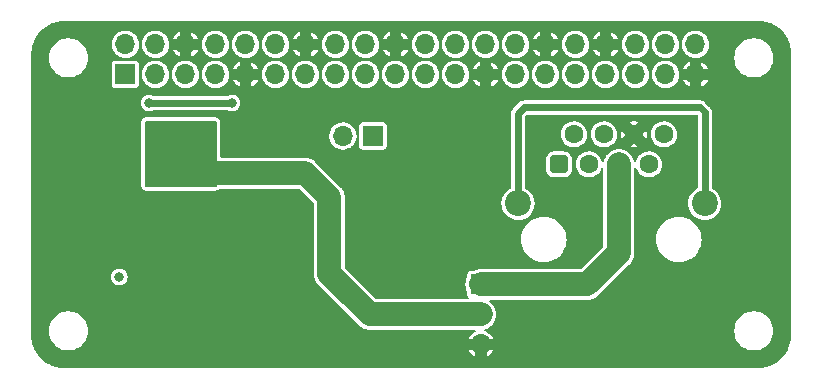
<source format=gbr>
%TF.GenerationSoftware,KiCad,Pcbnew,(6.0.5-0)*%
%TF.CreationDate,2024-08-31T12:48:39+10:00*%
%TF.ProjectId,AAPiHat,41415069-4861-4742-9e6b-696361645f70,rev?*%
%TF.SameCoordinates,Original*%
%TF.FileFunction,Copper,L2,Inr*%
%TF.FilePolarity,Positive*%
%FSLAX46Y46*%
G04 Gerber Fmt 4.6, Leading zero omitted, Abs format (unit mm)*
G04 Created by KiCad (PCBNEW (6.0.5-0)) date 2024-08-31 12:48:39*
%MOMM*%
%LPD*%
G01*
G04 APERTURE LIST*
G04 Aperture macros list*
%AMRoundRect*
0 Rectangle with rounded corners*
0 $1 Rounding radius*
0 $2 $3 $4 $5 $6 $7 $8 $9 X,Y pos of 4 corners*
0 Add a 4 corners polygon primitive as box body*
4,1,4,$2,$3,$4,$5,$6,$7,$8,$9,$2,$3,0*
0 Add four circle primitives for the rounded corners*
1,1,$1+$1,$2,$3*
1,1,$1+$1,$4,$5*
1,1,$1+$1,$6,$7*
1,1,$1+$1,$8,$9*
0 Add four rect primitives between the rounded corners*
20,1,$1+$1,$2,$3,$4,$5,0*
20,1,$1+$1,$4,$5,$6,$7,0*
20,1,$1+$1,$6,$7,$8,$9,0*
20,1,$1+$1,$8,$9,$2,$3,0*%
G04 Aperture macros list end*
%TA.AperFunction,ComponentPad*%
%ADD10R,1.700000X1.700000*%
%TD*%
%TA.AperFunction,ComponentPad*%
%ADD11O,1.700000X1.700000*%
%TD*%
%TA.AperFunction,ComponentPad*%
%ADD12RoundRect,0.400000X-0.400000X-0.400000X0.400000X-0.400000X0.400000X0.400000X-0.400000X0.400000X0*%
%TD*%
%TA.AperFunction,ComponentPad*%
%ADD13C,1.600000*%
%TD*%
%TA.AperFunction,ComponentPad*%
%ADD14C,2.200000*%
%TD*%
%TA.AperFunction,ViaPad*%
%ADD15C,0.800000*%
%TD*%
%TA.AperFunction,Conductor*%
%ADD16C,2.000000*%
%TD*%
%TA.AperFunction,Conductor*%
%ADD17C,0.600000*%
%TD*%
G04 APERTURE END LIST*
D10*
%TO.N,Net-(J2-Pad5)*%
%TO.C,JP1*%
X85979000Y-101346000D03*
D11*
%TO.N,14_2VIN*%
X85979000Y-103886000D03*
%TO.N,GND*%
X85979000Y-106426000D03*
%TD*%
D10*
%TO.N,Net-(C6-Pad1)*%
%TO.C,JP2*%
X76840000Y-88773000D03*
D11*
%TO.N,+5V*%
X74300000Y-88773000D03*
%TD*%
D12*
%TO.N,/CB_RS485_B*%
%TO.C,J2*%
X92583000Y-91187500D03*
D13*
%TO.N,/CB_RS485_A*%
X93853000Y-88647500D03*
%TO.N,unconnected-(J2-Pad3)*%
X95123000Y-91187500D03*
%TO.N,unconnected-(J2-Pad4)*%
X96393000Y-88647500D03*
%TO.N,Net-(J2-Pad5)*%
X97663000Y-91187500D03*
%TO.N,GND*%
X98933000Y-88647500D03*
%TO.N,unconnected-(J2-Pad7)*%
X100203000Y-91187500D03*
%TO.N,unconnected-(J2-Pad8)*%
X101473000Y-88647500D03*
D14*
%TO.N,unconnected-(J2-PadSH)*%
X89128000Y-94487500D03*
X104928000Y-94487500D03*
%TD*%
D11*
%TO.N,unconnected-(J1-Pad40)*%
%TO.C,J1*%
X104145000Y-81031000D03*
%TO.N,GND*%
X104145000Y-83571000D03*
%TO.N,unconnected-(J1-Pad38)*%
X101605000Y-81031000D03*
%TO.N,unconnected-(J1-Pad37)*%
X101605000Y-83571000D03*
%TO.N,unconnected-(J1-Pad36)*%
X99065000Y-81031000D03*
%TO.N,unconnected-(J1-Pad35)*%
X99065000Y-83571000D03*
%TO.N,GND*%
X96525000Y-81031000D03*
%TO.N,unconnected-(J1-Pad33)*%
X96525000Y-83571000D03*
%TO.N,unconnected-(J1-Pad32)*%
X93985000Y-81031000D03*
%TO.N,unconnected-(J1-Pad31)*%
X93985000Y-83571000D03*
%TO.N,GND*%
X91445000Y-81031000D03*
%TO.N,unconnected-(J1-Pad29)*%
X91445000Y-83571000D03*
%TO.N,unconnected-(J1-Pad28)*%
X88905000Y-81031000D03*
%TO.N,unconnected-(J1-Pad27)*%
X88905000Y-83571000D03*
%TO.N,unconnected-(J1-Pad26)*%
X86365000Y-81031000D03*
%TO.N,GND*%
X86365000Y-83571000D03*
%TO.N,unconnected-(J1-Pad24)*%
X83825000Y-81031000D03*
%TO.N,unconnected-(J1-Pad23)*%
X83825000Y-83571000D03*
%TO.N,unconnected-(J1-Pad22)*%
X81285000Y-81031000D03*
%TO.N,unconnected-(J1-Pad21)*%
X81285000Y-83571000D03*
%TO.N,GND*%
X78745000Y-81031000D03*
%TO.N,unconnected-(J1-Pad19)*%
X78745000Y-83571000D03*
%TO.N,unconnected-(J1-Pad18)*%
X76205000Y-81031000D03*
%TO.N,unconnected-(J1-Pad17)*%
X76205000Y-83571000D03*
%TO.N,unconnected-(J1-Pad16)*%
X73665000Y-81031000D03*
%TO.N,unconnected-(J1-Pad15)*%
X73665000Y-83571000D03*
%TO.N,GND*%
X71125000Y-81031000D03*
%TO.N,unconnected-(J1-Pad13)*%
X71125000Y-83571000D03*
%TO.N,unconnected-(J1-Pad12)*%
X68585000Y-81031000D03*
%TO.N,unconnected-(J1-Pad11)*%
X68585000Y-83571000D03*
%TO.N,RXD*%
X66045000Y-81031000D03*
%TO.N,GND*%
X66045000Y-83571000D03*
%TO.N,TXD*%
X63505000Y-81031000D03*
%TO.N,unconnected-(J1-Pad7)*%
X63505000Y-83571000D03*
%TO.N,GND*%
X60965000Y-81031000D03*
%TO.N,unconnected-(J1-Pad5)*%
X60965000Y-83571000D03*
%TO.N,+5V*%
X58425000Y-81031000D03*
%TO.N,unconnected-(J1-Pad3)*%
X58425000Y-83571000D03*
%TO.N,+5V*%
X55885000Y-81031000D03*
D10*
%TO.N,+3V3*%
X55885000Y-83571000D03*
%TD*%
D15*
%TO.N,+5V*%
X55372000Y-100711000D03*
%TO.N,GND*%
X80899000Y-92710000D03*
X80899000Y-91694000D03*
X79883000Y-91186000D03*
X68707000Y-97028000D03*
X67691000Y-98552000D03*
X49276000Y-86995000D03*
X52705000Y-102235000D03*
X52324000Y-86995000D03*
X66802000Y-87757000D03*
X68707000Y-98552000D03*
X51816000Y-87757000D03*
X67310000Y-86995000D03*
X49784000Y-87757000D03*
X50800000Y-87757000D03*
X51308000Y-86995000D03*
X67691000Y-97028000D03*
X68199000Y-97790000D03*
X68326000Y-86995000D03*
X68199000Y-96266000D03*
X79883000Y-92202000D03*
X50927000Y-101600000D03*
X49784000Y-89281000D03*
X67818000Y-87757000D03*
X51943000Y-101600000D03*
X50292000Y-88519000D03*
X68834000Y-87757000D03*
X67183000Y-96266000D03*
X49276000Y-88519000D03*
X50292000Y-86995000D03*
X67183000Y-97790000D03*
%TO.N,14_2VIN*%
X58293000Y-89789000D03*
X59309000Y-89789000D03*
X62357000Y-89789000D03*
X61341000Y-88265000D03*
X59309000Y-88265000D03*
X60325000Y-89789000D03*
X62357000Y-88265000D03*
X58801000Y-89027000D03*
X58801000Y-90551000D03*
X58293000Y-88265000D03*
X60833000Y-89027000D03*
X61341000Y-89789000D03*
X59817000Y-89027000D03*
X61849000Y-89027000D03*
X59817000Y-90551000D03*
X60325000Y-88265000D03*
%TO.N,+3V3*%
X64897000Y-85979000D03*
X57912000Y-85979000D03*
%TD*%
D16*
%TO.N,14_2VIN*%
X73152000Y-100457000D02*
X73152000Y-93980000D01*
X76581000Y-103886000D02*
X75057000Y-102362000D01*
X73152000Y-93980000D02*
X71120000Y-91948000D01*
X71120000Y-91948000D02*
X62611000Y-91948000D01*
X75057000Y-102362000D02*
X73152000Y-100457000D01*
X85979000Y-103886000D02*
X76581000Y-103886000D01*
D17*
%TO.N,+3V3*%
X57912000Y-85979000D02*
X64897000Y-85979000D01*
%TO.N,unconnected-(J2-PadSH)*%
X104521000Y-86360000D02*
X104928000Y-86767000D01*
X89128000Y-86894000D02*
X89662000Y-86360000D01*
X89662000Y-86360000D02*
X104521000Y-86360000D01*
X89128000Y-94487500D02*
X89128000Y-86894000D01*
X104928000Y-86767000D02*
X104928000Y-94487500D01*
D16*
%TO.N,Net-(J2-Pad5)*%
X97663000Y-98679000D02*
X94996000Y-101346000D01*
X94996000Y-101346000D02*
X85979000Y-101346000D01*
X97663000Y-91187500D02*
X97663000Y-98679000D01*
%TD*%
%TA.AperFunction,Conductor*%
%TO.N,14_2VIN*%
G36*
X63569121Y-87523002D02*
G01*
X63615614Y-87576658D01*
X63627000Y-87629000D01*
X63627000Y-92965000D01*
X63606998Y-93033121D01*
X63553342Y-93079614D01*
X63501000Y-93091000D01*
X57657000Y-93091000D01*
X57588879Y-93070998D01*
X57542386Y-93017342D01*
X57531000Y-92965000D01*
X57531000Y-87629000D01*
X57551002Y-87560879D01*
X57604658Y-87514386D01*
X57657000Y-87503000D01*
X63501000Y-87503000D01*
X63569121Y-87523002D01*
G37*
%TD.AperFunction*%
%TD*%
%TA.AperFunction,Conductor*%
%TO.N,GND*%
G36*
X109493390Y-79041819D02*
G01*
X109504847Y-79043708D01*
X109504849Y-79043708D01*
X109513395Y-79045117D01*
X109521972Y-79043506D01*
X109544736Y-79041907D01*
X109813488Y-79054108D01*
X109824610Y-79055245D01*
X110115782Y-79101746D01*
X110126691Y-79104127D01*
X110313882Y-79156208D01*
X110410760Y-79183162D01*
X110421344Y-79186762D01*
X110586554Y-79253584D01*
X110694694Y-79297323D01*
X110704794Y-79302088D01*
X110837576Y-79374171D01*
X110963929Y-79442764D01*
X110973438Y-79448644D01*
X111215066Y-79617646D01*
X111223840Y-79624553D01*
X111444868Y-79819720D01*
X111452812Y-79827576D01*
X111650422Y-80046416D01*
X111657434Y-80055124D01*
X111829110Y-80294852D01*
X111835094Y-80304292D01*
X111978645Y-80561850D01*
X111983522Y-80571896D01*
X112097122Y-80844009D01*
X112100835Y-80854542D01*
X112151209Y-81028101D01*
X112183022Y-81137711D01*
X112185526Y-81148601D01*
X112231520Y-81417372D01*
X112235261Y-81439231D01*
X112236522Y-81450340D01*
X112251715Y-81719003D01*
X112250369Y-81741781D01*
X112250369Y-81741784D01*
X112248864Y-81750318D01*
X112251956Y-81767853D01*
X112253459Y-81785151D01*
X112236296Y-96309855D01*
X112225280Y-105632665D01*
X112223776Y-105649739D01*
X112222524Y-105656840D01*
X112220603Y-105667735D01*
X112222128Y-105676386D01*
X112223476Y-105699125D01*
X112210733Y-105926000D01*
X112208272Y-105969805D01*
X112207029Y-105980837D01*
X112157279Y-106273625D01*
X112154810Y-106284445D01*
X112087701Y-106517381D01*
X112072589Y-106569833D01*
X112068923Y-106580308D01*
X111994640Y-106759642D01*
X111955270Y-106854687D01*
X111950453Y-106864690D01*
X111806789Y-107124624D01*
X111800883Y-107134023D01*
X111721738Y-107245568D01*
X111629023Y-107376236D01*
X111622105Y-107384910D01*
X111424207Y-107606357D01*
X111416357Y-107614207D01*
X111194910Y-107812105D01*
X111186236Y-107819023D01*
X111065127Y-107904955D01*
X110944023Y-107990883D01*
X110934624Y-107996789D01*
X110747542Y-108100188D01*
X110674686Y-108140455D01*
X110664692Y-108145268D01*
X110390308Y-108258923D01*
X110379837Y-108262588D01*
X110094445Y-108344810D01*
X110083628Y-108347278D01*
X109790834Y-108397029D01*
X109779808Y-108398272D01*
X109509125Y-108413476D01*
X109486386Y-108412128D01*
X109477735Y-108410603D01*
X109459995Y-108413731D01*
X109442793Y-108415235D01*
X79792129Y-108411467D01*
X50659964Y-108407765D01*
X50642786Y-108406261D01*
X50633531Y-108404629D01*
X50633529Y-108404629D01*
X50625000Y-108403125D01*
X50616471Y-108404629D01*
X50616146Y-108404629D01*
X50593682Y-108405939D01*
X50317081Y-108389843D01*
X50305669Y-108388511D01*
X50007575Y-108335999D01*
X49996392Y-108333351D01*
X49706390Y-108246616D01*
X49695595Y-108242691D01*
X49417628Y-108122913D01*
X49407357Y-108117762D01*
X49162281Y-107976427D01*
X49145151Y-107966548D01*
X49135538Y-107960233D01*
X48892646Y-107779633D01*
X48883830Y-107772245D01*
X48663521Y-107564689D01*
X48655632Y-107556340D01*
X48460886Y-107324635D01*
X48454010Y-107315416D01*
X48287454Y-107062689D01*
X48281693Y-107052734D01*
X48223172Y-106936510D01*
X84947938Y-106936510D01*
X84976904Y-106999341D01*
X84981422Y-107007167D01*
X85098171Y-107172363D01*
X85104035Y-107179229D01*
X85248931Y-107320381D01*
X85255954Y-107326068D01*
X85424139Y-107438446D01*
X85432087Y-107442762D01*
X85464594Y-107456728D01*
X85475938Y-107457770D01*
X85479000Y-107450642D01*
X85479000Y-107448458D01*
X86479000Y-107448458D01*
X86482521Y-107459293D01*
X86487651Y-107459293D01*
X86629194Y-107380026D01*
X86636652Y-107374900D01*
X86792157Y-107245568D01*
X86798568Y-107239157D01*
X86927900Y-107083652D01*
X86933026Y-107076194D01*
X87009476Y-106939682D01*
X87011699Y-106928507D01*
X87007221Y-106926000D01*
X86494680Y-106926000D01*
X86481995Y-106930122D01*
X86479000Y-106934243D01*
X86479000Y-107448458D01*
X85479000Y-107448458D01*
X85479000Y-106941680D01*
X85474878Y-106928995D01*
X85470757Y-106926000D01*
X84958773Y-106926000D01*
X84947938Y-106929521D01*
X84947938Y-106936510D01*
X48223172Y-106936510D01*
X48145570Y-106782390D01*
X48141003Y-106771833D01*
X48116189Y-106703900D01*
X48037158Y-106487534D01*
X48033847Y-106476523D01*
X48007241Y-106364887D01*
X47963675Y-106182086D01*
X47961664Y-106170767D01*
X47926117Y-105870188D01*
X47925432Y-105858707D01*
X47925045Y-105595797D01*
X47925163Y-105590816D01*
X47925264Y-105588760D01*
X47925500Y-105586346D01*
X47925500Y-105579645D01*
X47927433Y-105562998D01*
X47927661Y-105558969D01*
X47929646Y-105550538D01*
X47926187Y-105521330D01*
X47925500Y-105509687D01*
X47925500Y-105283000D01*
X49398396Y-105283000D01*
X49398701Y-105286875D01*
X49417153Y-105521330D01*
X49418779Y-105541994D01*
X49479427Y-105794610D01*
X49578846Y-106034628D01*
X49714588Y-106256140D01*
X49883311Y-106453689D01*
X50080860Y-106622412D01*
X50302372Y-106758154D01*
X50542390Y-106857573D01*
X50546164Y-106858479D01*
X50546167Y-106858480D01*
X50551774Y-106859826D01*
X50795006Y-106918221D01*
X50798871Y-106918525D01*
X50798876Y-106918526D01*
X50925704Y-106928507D01*
X50989147Y-106933500D01*
X51118853Y-106933500D01*
X51182296Y-106928507D01*
X51309124Y-106918526D01*
X51309129Y-106918525D01*
X51312994Y-106918221D01*
X51556226Y-106859826D01*
X51561833Y-106858480D01*
X51561836Y-106858479D01*
X51565610Y-106857573D01*
X51805628Y-106758154D01*
X52027140Y-106622412D01*
X52224689Y-106453689D01*
X52393412Y-106256140D01*
X52529154Y-106034628D01*
X52628573Y-105794610D01*
X52689221Y-105541994D01*
X52690848Y-105521330D01*
X52709299Y-105286875D01*
X52709604Y-105283000D01*
X52703497Y-105205407D01*
X52689526Y-105027876D01*
X52689525Y-105027871D01*
X52689221Y-105024006D01*
X52628573Y-104771390D01*
X52529154Y-104531372D01*
X52393412Y-104309860D01*
X52224689Y-104112311D01*
X52027140Y-103943588D01*
X51805628Y-103807846D01*
X51565610Y-103708427D01*
X51561836Y-103707521D01*
X51561833Y-103707520D01*
X51378972Y-103663619D01*
X51312994Y-103647779D01*
X51309129Y-103647475D01*
X51309124Y-103647474D01*
X51172785Y-103636744D01*
X51118853Y-103632500D01*
X50989147Y-103632500D01*
X50935215Y-103636744D01*
X50798876Y-103647474D01*
X50798871Y-103647475D01*
X50795006Y-103647779D01*
X50729028Y-103663619D01*
X50546167Y-103707520D01*
X50546164Y-103707521D01*
X50542390Y-103708427D01*
X50302372Y-103807846D01*
X50080860Y-103943588D01*
X49883311Y-104112311D01*
X49714588Y-104309860D01*
X49578846Y-104531372D01*
X49479427Y-104771390D01*
X49418779Y-105024006D01*
X49418475Y-105027871D01*
X49418474Y-105027876D01*
X49404503Y-105205407D01*
X49398396Y-105283000D01*
X47925500Y-105283000D01*
X47925500Y-100703611D01*
X54666394Y-100703611D01*
X54667049Y-100709544D01*
X54667049Y-100709548D01*
X54676470Y-100794880D01*
X54684999Y-100872135D01*
X54743266Y-101031356D01*
X54746591Y-101036305D01*
X54746592Y-101036306D01*
X54759689Y-101055796D01*
X54837830Y-101172083D01*
X54963233Y-101286191D01*
X55112235Y-101367092D01*
X55147189Y-101376262D01*
X55270464Y-101408603D01*
X55270468Y-101408604D01*
X55276233Y-101410116D01*
X55282194Y-101410210D01*
X55282197Y-101410210D01*
X55360965Y-101411447D01*
X55445760Y-101412779D01*
X55451575Y-101411447D01*
X55451577Y-101411447D01*
X55605206Y-101376262D01*
X55605209Y-101376261D01*
X55611029Y-101374928D01*
X55626610Y-101367092D01*
X55757165Y-101301429D01*
X55762498Y-101298747D01*
X55767035Y-101294872D01*
X55767038Y-101294870D01*
X55886888Y-101192508D01*
X55886891Y-101192505D01*
X55891423Y-101188634D01*
X55945577Y-101113271D01*
X55986877Y-101055796D01*
X55986878Y-101055794D01*
X55990361Y-101050947D01*
X56007339Y-101008715D01*
X56051377Y-100899167D01*
X56051378Y-100899165D01*
X56053601Y-100893634D01*
X56057505Y-100866204D01*
X56077034Y-100728985D01*
X56077034Y-100728979D01*
X56077490Y-100725778D01*
X56077645Y-100711000D01*
X56061191Y-100575033D01*
X56057993Y-100548602D01*
X56057992Y-100548599D01*
X56057276Y-100542680D01*
X55997345Y-100384077D01*
X55969266Y-100343221D01*
X55904692Y-100249267D01*
X55901312Y-100244349D01*
X55774721Y-100131560D01*
X55624881Y-100052224D01*
X55542661Y-100031572D01*
X55466231Y-100012373D01*
X55466228Y-100012373D01*
X55460441Y-100010919D01*
X55374841Y-100010471D01*
X55296861Y-100010062D01*
X55296859Y-100010062D01*
X55290895Y-100010031D01*
X55285099Y-100011423D01*
X55285095Y-100011423D01*
X55177703Y-100037207D01*
X55126032Y-100049612D01*
X55050701Y-100088493D01*
X54980675Y-100124636D01*
X54980673Y-100124638D01*
X54975369Y-100127375D01*
X54847604Y-100238831D01*
X54750113Y-100377547D01*
X54688524Y-100535513D01*
X54666394Y-100703611D01*
X47925500Y-100703611D01*
X47925500Y-92965000D01*
X57225500Y-92965000D01*
X57232481Y-93029937D01*
X57243867Y-93082279D01*
X57254825Y-93120488D01*
X57311504Y-93217401D01*
X57357997Y-93271057D01*
X57359816Y-93272772D01*
X57397579Y-93308379D01*
X57397582Y-93308381D01*
X57402733Y-93313238D01*
X57409042Y-93316446D01*
X57409045Y-93316448D01*
X57498727Y-93362047D01*
X57502810Y-93364123D01*
X57507204Y-93365413D01*
X57507206Y-93365414D01*
X57513204Y-93367175D01*
X57570931Y-93384125D01*
X57657000Y-93396500D01*
X63501000Y-93396500D01*
X63544239Y-93391852D01*
X63563315Y-93389801D01*
X63563317Y-93389801D01*
X63565937Y-93389519D01*
X63568507Y-93388960D01*
X63568513Y-93388959D01*
X63597468Y-93382660D01*
X63618279Y-93378133D01*
X63629634Y-93374876D01*
X63650534Y-93368883D01*
X63650537Y-93368882D01*
X63656488Y-93367175D01*
X63753401Y-93310496D01*
X63797042Y-93272681D01*
X63853401Y-93248863D01*
X63861873Y-93248500D01*
X70540307Y-93248500D01*
X70598498Y-93267407D01*
X70610311Y-93277496D01*
X71822504Y-94489689D01*
X71850281Y-94544206D01*
X71851500Y-94559693D01*
X71851500Y-100343215D01*
X71851499Y-100343221D01*
X71851499Y-100570779D01*
X71852249Y-100575032D01*
X71852249Y-100575033D01*
X71860648Y-100622666D01*
X71861775Y-100631228D01*
X71866365Y-100683692D01*
X71876776Y-100722545D01*
X71879999Y-100734575D01*
X71881867Y-100743002D01*
X71891015Y-100794880D01*
X71892495Y-100798946D01*
X71909029Y-100844374D01*
X71911625Y-100852608D01*
X71925261Y-100903496D01*
X71927086Y-100907411D01*
X71927088Y-100907415D01*
X71947522Y-100951237D01*
X71950826Y-100959214D01*
X71967362Y-101004646D01*
X71967367Y-101004656D01*
X71968844Y-101008715D01*
X71995195Y-101054357D01*
X71999169Y-101061992D01*
X72021432Y-101109734D01*
X72046897Y-101146102D01*
X72051638Y-101152873D01*
X72056278Y-101160157D01*
X72080457Y-101202037D01*
X72080466Y-101202049D01*
X72082623Y-101205786D01*
X72085401Y-101209097D01*
X72085402Y-101209098D01*
X72116480Y-101246135D01*
X72121738Y-101252987D01*
X72142173Y-101282171D01*
X72151953Y-101296139D01*
X72312861Y-101457047D01*
X72312864Y-101457049D01*
X74097255Y-103241440D01*
X75580949Y-104725133D01*
X75580953Y-104725139D01*
X75741861Y-104886047D01*
X75783867Y-104915459D01*
X75785020Y-104916267D01*
X75791872Y-104921525D01*
X75832214Y-104955376D01*
X75877850Y-104981724D01*
X75885102Y-104986345D01*
X75928266Y-105016568D01*
X75972071Y-105036995D01*
X75976010Y-105038832D01*
X75983668Y-105042819D01*
X76018246Y-105062782D01*
X76029285Y-105069155D01*
X76056062Y-105078901D01*
X76078773Y-105087168D01*
X76086750Y-105090472D01*
X76130581Y-105110910D01*
X76130584Y-105110911D01*
X76134504Y-105112739D01*
X76178583Y-105124549D01*
X76185392Y-105126374D01*
X76193625Y-105128970D01*
X76243120Y-105146985D01*
X76247373Y-105147735D01*
X76247377Y-105147736D01*
X76279370Y-105153377D01*
X76294998Y-105156133D01*
X76303422Y-105158000D01*
X76321902Y-105162952D01*
X76350131Y-105170516D01*
X76350133Y-105170516D01*
X76354308Y-105171635D01*
X76372858Y-105173258D01*
X76406772Y-105176225D01*
X76415334Y-105177352D01*
X76462967Y-105185751D01*
X76462968Y-105185751D01*
X76467221Y-105186501D01*
X76694779Y-105186501D01*
X76694783Y-105186500D01*
X85461617Y-105186500D01*
X85519808Y-105205407D01*
X85555772Y-105254907D01*
X85555772Y-105316093D01*
X85519808Y-105365593D01*
X85495884Y-105378381D01*
X85486047Y-105382010D01*
X85477887Y-105385902D01*
X85304047Y-105489326D01*
X85296745Y-105494631D01*
X85144657Y-105628010D01*
X85138434Y-105634568D01*
X85013209Y-105793415D01*
X85008284Y-105800998D01*
X84949817Y-105912124D01*
X84947888Y-105923351D01*
X84952924Y-105926000D01*
X86999072Y-105926000D01*
X87009907Y-105922479D01*
X87009907Y-105916175D01*
X86965745Y-105826624D01*
X86961020Y-105818914D01*
X86839994Y-105656840D01*
X86833945Y-105650122D01*
X86685405Y-105512814D01*
X86678240Y-105507315D01*
X86507163Y-105399374D01*
X86499110Y-105395271D01*
X86322712Y-105324895D01*
X86275670Y-105285771D01*
X86274966Y-105283000D01*
X107437396Y-105283000D01*
X107437701Y-105286875D01*
X107456153Y-105521330D01*
X107457779Y-105541994D01*
X107518427Y-105794610D01*
X107617846Y-106034628D01*
X107753588Y-106256140D01*
X107922311Y-106453689D01*
X108119860Y-106622412D01*
X108341372Y-106758154D01*
X108581390Y-106857573D01*
X108585164Y-106858479D01*
X108585167Y-106858480D01*
X108590774Y-106859826D01*
X108834006Y-106918221D01*
X108837871Y-106918525D01*
X108837876Y-106918526D01*
X108964704Y-106928507D01*
X109028147Y-106933500D01*
X109157853Y-106933500D01*
X109221296Y-106928507D01*
X109348124Y-106918526D01*
X109348129Y-106918525D01*
X109351994Y-106918221D01*
X109595226Y-106859826D01*
X109600833Y-106858480D01*
X109600836Y-106858479D01*
X109604610Y-106857573D01*
X109844628Y-106758154D01*
X110066140Y-106622412D01*
X110263689Y-106453689D01*
X110432412Y-106256140D01*
X110568154Y-106034628D01*
X110667573Y-105794610D01*
X110728221Y-105541994D01*
X110729848Y-105521330D01*
X110748299Y-105286875D01*
X110748604Y-105283000D01*
X110742497Y-105205407D01*
X110728526Y-105027876D01*
X110728525Y-105027871D01*
X110728221Y-105024006D01*
X110667573Y-104771390D01*
X110568154Y-104531372D01*
X110432412Y-104309860D01*
X110263689Y-104112311D01*
X110066140Y-103943588D01*
X109844628Y-103807846D01*
X109604610Y-103708427D01*
X109600836Y-103707521D01*
X109600833Y-103707520D01*
X109417972Y-103663619D01*
X109351994Y-103647779D01*
X109348129Y-103647475D01*
X109348124Y-103647474D01*
X109211785Y-103636744D01*
X109157853Y-103632500D01*
X109028147Y-103632500D01*
X108974215Y-103636744D01*
X108837876Y-103647474D01*
X108837871Y-103647475D01*
X108834006Y-103647779D01*
X108768028Y-103663619D01*
X108585167Y-103707520D01*
X108585164Y-103707521D01*
X108581390Y-103708427D01*
X108341372Y-103807846D01*
X108119860Y-103943588D01*
X107922311Y-104112311D01*
X107753588Y-104309860D01*
X107617846Y-104531372D01*
X107518427Y-104771390D01*
X107457779Y-105024006D01*
X107457475Y-105027871D01*
X107457474Y-105027876D01*
X107443503Y-105205407D01*
X107437396Y-105283000D01*
X86274966Y-105283000D01*
X86260609Y-105226468D01*
X86283282Y-105169638D01*
X86333774Y-105137316D01*
X86392056Y-105121699D01*
X86425496Y-105112739D01*
X86631734Y-105016568D01*
X86681514Y-104981712D01*
X86814599Y-104888526D01*
X86814601Y-104888524D01*
X86818139Y-104886047D01*
X86979047Y-104725139D01*
X87109568Y-104538734D01*
X87205739Y-104332496D01*
X87264635Y-104112692D01*
X87284468Y-103886000D01*
X87264635Y-103659308D01*
X87205739Y-103439504D01*
X87109568Y-103233266D01*
X86979047Y-103046861D01*
X86818139Y-102885953D01*
X86733368Y-102826596D01*
X86696546Y-102777731D01*
X86695478Y-102716555D01*
X86730572Y-102666435D01*
X86790152Y-102646500D01*
X94882217Y-102646500D01*
X94882221Y-102646501D01*
X95109779Y-102646501D01*
X95114032Y-102645751D01*
X95114033Y-102645751D01*
X95161666Y-102637352D01*
X95170228Y-102636225D01*
X95204142Y-102633258D01*
X95222692Y-102631635D01*
X95226867Y-102630516D01*
X95226869Y-102630516D01*
X95255098Y-102622952D01*
X95273578Y-102618000D01*
X95282002Y-102616133D01*
X95333880Y-102606985D01*
X95383377Y-102588970D01*
X95391610Y-102586374D01*
X95438324Y-102573857D01*
X95438325Y-102573857D01*
X95442496Y-102572739D01*
X95446411Y-102570914D01*
X95446415Y-102570912D01*
X95490237Y-102550478D01*
X95498214Y-102547174D01*
X95543646Y-102530638D01*
X95543656Y-102530633D01*
X95547715Y-102529156D01*
X95593357Y-102502805D01*
X95600992Y-102498831D01*
X95627137Y-102486639D01*
X95644821Y-102478393D01*
X95644824Y-102478392D01*
X95648734Y-102476568D01*
X95691873Y-102446362D01*
X95699157Y-102441722D01*
X95741037Y-102417543D01*
X95741049Y-102417534D01*
X95744786Y-102415377D01*
X95785134Y-102381520D01*
X95791987Y-102376262D01*
X95831599Y-102348526D01*
X95831601Y-102348524D01*
X95835139Y-102346047D01*
X95996047Y-102185139D01*
X95996049Y-102185136D01*
X98502136Y-99679049D01*
X98502139Y-99679047D01*
X98663047Y-99518139D01*
X98693261Y-99474989D01*
X98698517Y-99468138D01*
X98702932Y-99462877D01*
X98732377Y-99427785D01*
X98746626Y-99403104D01*
X98758718Y-99382161D01*
X98763359Y-99374877D01*
X98791091Y-99335272D01*
X98791093Y-99335269D01*
X98793568Y-99331734D01*
X98795395Y-99327817D01*
X98815830Y-99283995D01*
X98819817Y-99276335D01*
X98825245Y-99266934D01*
X98846156Y-99230715D01*
X98847631Y-99226662D01*
X98847634Y-99226656D01*
X98864174Y-99181214D01*
X98867478Y-99173237D01*
X98887912Y-99129416D01*
X98887915Y-99129407D01*
X98889739Y-99125496D01*
X98903378Y-99074595D01*
X98905969Y-99066379D01*
X98922507Y-99020941D01*
X98922508Y-99020937D01*
X98923985Y-99016879D01*
X98933131Y-98965010D01*
X98935000Y-98956579D01*
X98947516Y-98909869D01*
X98947516Y-98909866D01*
X98948635Y-98905692D01*
X98953225Y-98853228D01*
X98954352Y-98844664D01*
X98962751Y-98797031D01*
X98963501Y-98792779D01*
X98963501Y-98565221D01*
X98963500Y-98565215D01*
X98963500Y-97507178D01*
X100812820Y-97507178D01*
X100827804Y-97779446D01*
X100881001Y-98046885D01*
X100971350Y-98304161D01*
X101097048Y-98546141D01*
X101099078Y-98548982D01*
X101099080Y-98548985D01*
X101135630Y-98600131D01*
X101255587Y-98767995D01*
X101443805Y-98965297D01*
X101514389Y-99020941D01*
X101641728Y-99121327D01*
X101657944Y-99134111D01*
X101660966Y-99135866D01*
X101660967Y-99135867D01*
X101890712Y-99269314D01*
X101890716Y-99269316D01*
X101893734Y-99271069D01*
X102146468Y-99373437D01*
X102149859Y-99374279D01*
X102149861Y-99374280D01*
X102407706Y-99438329D01*
X102407710Y-99438330D01*
X102411105Y-99439173D01*
X102643664Y-99463000D01*
X102812458Y-99463000D01*
X103014998Y-99448659D01*
X103281569Y-99391268D01*
X103284846Y-99390059D01*
X103284853Y-99390057D01*
X103534113Y-99298100D01*
X103534116Y-99298099D01*
X103537395Y-99296889D01*
X103653119Y-99234448D01*
X103774292Y-99169067D01*
X103774294Y-99169066D01*
X103777370Y-99167406D01*
X103780180Y-99165331D01*
X103780184Y-99165328D01*
X103914149Y-99066379D01*
X103996706Y-99005401D01*
X104191028Y-98814108D01*
X104356458Y-98597344D01*
X104374455Y-98565209D01*
X104487981Y-98362491D01*
X104487982Y-98362490D01*
X104489694Y-98359432D01*
X104588080Y-98105121D01*
X104600814Y-98050185D01*
X104648859Y-97842902D01*
X104648860Y-97842899D01*
X104649651Y-97839484D01*
X104673180Y-97567822D01*
X104658196Y-97295554D01*
X104604999Y-97028115D01*
X104514650Y-96770839D01*
X104388952Y-96528859D01*
X104352362Y-96477656D01*
X104232450Y-96309855D01*
X104232447Y-96309852D01*
X104230413Y-96307005D01*
X104042195Y-96109703D01*
X103828056Y-95940889D01*
X103741887Y-95890838D01*
X103595288Y-95805686D01*
X103595284Y-95805684D01*
X103592266Y-95803931D01*
X103339532Y-95701563D01*
X103336141Y-95700721D01*
X103336139Y-95700720D01*
X103078294Y-95636671D01*
X103078290Y-95636670D01*
X103074895Y-95635827D01*
X102842336Y-95612000D01*
X102673542Y-95612000D01*
X102471002Y-95626341D01*
X102204431Y-95683732D01*
X102201154Y-95684941D01*
X102201147Y-95684943D01*
X101951887Y-95776900D01*
X101951884Y-95776901D01*
X101948605Y-95778111D01*
X101708630Y-95907594D01*
X101705820Y-95909669D01*
X101705816Y-95909672D01*
X101598962Y-95988596D01*
X101489294Y-96069599D01*
X101294972Y-96260892D01*
X101129542Y-96477656D01*
X100996306Y-96715568D01*
X100897920Y-96969879D01*
X100897131Y-96973285D01*
X100897129Y-96973290D01*
X100883627Y-97031544D01*
X100836349Y-97235516D01*
X100812820Y-97507178D01*
X98963500Y-97507178D01*
X98963500Y-91570071D01*
X98982407Y-91511880D01*
X99031907Y-91475916D01*
X99093093Y-91475916D01*
X99142593Y-91511880D01*
X99158454Y-91545702D01*
X99161178Y-91556428D01*
X99245856Y-91740107D01*
X99362588Y-91905280D01*
X99507466Y-92046413D01*
X99675637Y-92158782D01*
X99861470Y-92238622D01*
X100058740Y-92283260D01*
X100260842Y-92291200D01*
X100270651Y-92289778D01*
X100456519Y-92262829D01*
X100456522Y-92262828D01*
X100461007Y-92262178D01*
X100563061Y-92227535D01*
X100648234Y-92198623D01*
X100648237Y-92198621D01*
X100652531Y-92197164D01*
X100829001Y-92098337D01*
X100984505Y-91969005D01*
X101113837Y-91813501D01*
X101212664Y-91637031D01*
X101238952Y-91559591D01*
X101255147Y-91511880D01*
X101277678Y-91445507D01*
X101306700Y-91245342D01*
X101308215Y-91187500D01*
X101289708Y-90986091D01*
X101234807Y-90791426D01*
X101145351Y-90610027D01*
X101024335Y-90447967D01*
X100875812Y-90310674D01*
X100853125Y-90296359D01*
X100708594Y-90205167D01*
X100704757Y-90202746D01*
X100516898Y-90127798D01*
X100318526Y-90088339D01*
X100218930Y-90087035D01*
X100120826Y-90085751D01*
X100120821Y-90085751D01*
X100116286Y-90085692D01*
X100111813Y-90086461D01*
X100111808Y-90086461D01*
X100013245Y-90103398D01*
X99916949Y-90119944D01*
X99727193Y-90189949D01*
X99553371Y-90293362D01*
X99549956Y-90296357D01*
X99549953Y-90296359D01*
X99486620Y-90351901D01*
X99401305Y-90426720D01*
X99398497Y-90430282D01*
X99281185Y-90579093D01*
X99276089Y-90585557D01*
X99181914Y-90764553D01*
X99180569Y-90768884D01*
X99180568Y-90768887D01*
X99130011Y-90931709D01*
X99094698Y-90981676D01*
X99036760Y-91001344D01*
X98978327Y-90983200D01*
X98941718Y-90934175D01*
X98939837Y-90927975D01*
X98936431Y-90915260D01*
X98889739Y-90741004D01*
X98793568Y-90534766D01*
X98715819Y-90423728D01*
X98665526Y-90351901D01*
X98665524Y-90351899D01*
X98663047Y-90348361D01*
X98502139Y-90187453D01*
X98407968Y-90121514D01*
X98319279Y-90059414D01*
X98319277Y-90059413D01*
X98315734Y-90056932D01*
X98109496Y-89960761D01*
X97980490Y-89926194D01*
X97893869Y-89902984D01*
X97893867Y-89902984D01*
X97889692Y-89901865D01*
X97663000Y-89882032D01*
X97436308Y-89901865D01*
X97432133Y-89902984D01*
X97432131Y-89902984D01*
X97345510Y-89926194D01*
X97216504Y-89960761D01*
X97010266Y-90056932D01*
X97006723Y-90059413D01*
X97006721Y-90059414D01*
X96918033Y-90121514D01*
X96823861Y-90187453D01*
X96662953Y-90348361D01*
X96660476Y-90351899D01*
X96660474Y-90351901D01*
X96610181Y-90423728D01*
X96532432Y-90534766D01*
X96436261Y-90741004D01*
X96389570Y-90915260D01*
X96385392Y-90930852D01*
X96352068Y-90982166D01*
X96294947Y-91004093D01*
X96235846Y-90988258D01*
X96197341Y-90940708D01*
X96194482Y-90932102D01*
X96162141Y-90817432D01*
X96154807Y-90791426D01*
X96065351Y-90610027D01*
X95944335Y-90447967D01*
X95795812Y-90310674D01*
X95773125Y-90296359D01*
X95628594Y-90205167D01*
X95624757Y-90202746D01*
X95436898Y-90127798D01*
X95238526Y-90088339D01*
X95138930Y-90087035D01*
X95040826Y-90085751D01*
X95040821Y-90085751D01*
X95036286Y-90085692D01*
X95031813Y-90086461D01*
X95031808Y-90086461D01*
X94933245Y-90103398D01*
X94836949Y-90119944D01*
X94647193Y-90189949D01*
X94473371Y-90293362D01*
X94469956Y-90296357D01*
X94469953Y-90296359D01*
X94406620Y-90351901D01*
X94321305Y-90426720D01*
X94318497Y-90430282D01*
X94201185Y-90579093D01*
X94196089Y-90585557D01*
X94101914Y-90764553D01*
X94100569Y-90768884D01*
X94100568Y-90768887D01*
X94044968Y-90947953D01*
X94041937Y-90957713D01*
X94018164Y-91158569D01*
X94031392Y-91360394D01*
X94081178Y-91556428D01*
X94165856Y-91740107D01*
X94282588Y-91905280D01*
X94427466Y-92046413D01*
X94595637Y-92158782D01*
X94781470Y-92238622D01*
X94978740Y-92283260D01*
X95180842Y-92291200D01*
X95190651Y-92289778D01*
X95376519Y-92262829D01*
X95376522Y-92262828D01*
X95381007Y-92262178D01*
X95483061Y-92227535D01*
X95568234Y-92198623D01*
X95568237Y-92198621D01*
X95572531Y-92197164D01*
X95749001Y-92098337D01*
X95904505Y-91969005D01*
X96033837Y-91813501D01*
X96132664Y-91637031D01*
X96158952Y-91559591D01*
X96169754Y-91527768D01*
X96206363Y-91478743D01*
X96264796Y-91460599D01*
X96322734Y-91480267D01*
X96358047Y-91530234D01*
X96362500Y-91559591D01*
X96362500Y-98099307D01*
X96343593Y-98157498D01*
X96333504Y-98169311D01*
X94486311Y-100016504D01*
X94431794Y-100044281D01*
X94416307Y-100045500D01*
X85922216Y-100045500D01*
X85920061Y-100045689D01*
X85920050Y-100045689D01*
X85796795Y-100056473D01*
X85752308Y-100060365D01*
X85748133Y-100061484D01*
X85748131Y-100061484D01*
X85621563Y-100095398D01*
X85532504Y-100119261D01*
X85528583Y-100121089D01*
X85528584Y-100121089D01*
X85388902Y-100186224D01*
X85347063Y-100195500D01*
X85084354Y-100195500D01*
X85067951Y-100197452D01*
X85065531Y-100197740D01*
X85065530Y-100197740D01*
X85058154Y-100198618D01*
X84955847Y-100244061D01*
X84876759Y-100323287D01*
X84873064Y-100331645D01*
X84852771Y-100377547D01*
X84831494Y-100425673D01*
X84828500Y-100451354D01*
X84828500Y-100714063D01*
X84819224Y-100755902D01*
X84752261Y-100899504D01*
X84751143Y-100903677D01*
X84694983Y-101113271D01*
X84693365Y-101119308D01*
X84673532Y-101346000D01*
X84693365Y-101572692D01*
X84752261Y-101792496D01*
X84754089Y-101796416D01*
X84819224Y-101936098D01*
X84828500Y-101977937D01*
X84828500Y-102240646D01*
X84831618Y-102266846D01*
X84877061Y-102369153D01*
X84883529Y-102375610D01*
X84883532Y-102375614D01*
X84924425Y-102416435D01*
X84952251Y-102470927D01*
X84942732Y-102531368D01*
X84899505Y-102574670D01*
X84854483Y-102585500D01*
X77160692Y-102585500D01*
X77102501Y-102566593D01*
X77090688Y-102556504D01*
X75936440Y-101402255D01*
X74481496Y-99947311D01*
X74453719Y-99892794D01*
X74452500Y-99877307D01*
X74452500Y-97507178D01*
X89382820Y-97507178D01*
X89397804Y-97779446D01*
X89451001Y-98046885D01*
X89541350Y-98304161D01*
X89667048Y-98546141D01*
X89669078Y-98548982D01*
X89669080Y-98548985D01*
X89705630Y-98600131D01*
X89825587Y-98767995D01*
X90013805Y-98965297D01*
X90084389Y-99020941D01*
X90211728Y-99121327D01*
X90227944Y-99134111D01*
X90230966Y-99135866D01*
X90230967Y-99135867D01*
X90460712Y-99269314D01*
X90460716Y-99269316D01*
X90463734Y-99271069D01*
X90716468Y-99373437D01*
X90719859Y-99374279D01*
X90719861Y-99374280D01*
X90977706Y-99438329D01*
X90977710Y-99438330D01*
X90981105Y-99439173D01*
X91213664Y-99463000D01*
X91382458Y-99463000D01*
X91584998Y-99448659D01*
X91851569Y-99391268D01*
X91854846Y-99390059D01*
X91854853Y-99390057D01*
X92104113Y-99298100D01*
X92104116Y-99298099D01*
X92107395Y-99296889D01*
X92223119Y-99234448D01*
X92344292Y-99169067D01*
X92344294Y-99169066D01*
X92347370Y-99167406D01*
X92350180Y-99165331D01*
X92350184Y-99165328D01*
X92484149Y-99066379D01*
X92566706Y-99005401D01*
X92761028Y-98814108D01*
X92926458Y-98597344D01*
X92944455Y-98565209D01*
X93057981Y-98362491D01*
X93057982Y-98362490D01*
X93059694Y-98359432D01*
X93158080Y-98105121D01*
X93170814Y-98050185D01*
X93218859Y-97842902D01*
X93218860Y-97842899D01*
X93219651Y-97839484D01*
X93243180Y-97567822D01*
X93228196Y-97295554D01*
X93174999Y-97028115D01*
X93084650Y-96770839D01*
X92958952Y-96528859D01*
X92922362Y-96477656D01*
X92802450Y-96309855D01*
X92802447Y-96309852D01*
X92800413Y-96307005D01*
X92612195Y-96109703D01*
X92398056Y-95940889D01*
X92311887Y-95890838D01*
X92165288Y-95805686D01*
X92165284Y-95805684D01*
X92162266Y-95803931D01*
X91909532Y-95701563D01*
X91906141Y-95700721D01*
X91906139Y-95700720D01*
X91648294Y-95636671D01*
X91648290Y-95636670D01*
X91644895Y-95635827D01*
X91412336Y-95612000D01*
X91243542Y-95612000D01*
X91041002Y-95626341D01*
X90774431Y-95683732D01*
X90771154Y-95684941D01*
X90771147Y-95684943D01*
X90521887Y-95776900D01*
X90521884Y-95776901D01*
X90518605Y-95778111D01*
X90278630Y-95907594D01*
X90275820Y-95909669D01*
X90275816Y-95909672D01*
X90168962Y-95988596D01*
X90059294Y-96069599D01*
X89864972Y-96260892D01*
X89699542Y-96477656D01*
X89566306Y-96715568D01*
X89467920Y-96969879D01*
X89467131Y-96973285D01*
X89467129Y-96973290D01*
X89453627Y-97031544D01*
X89406349Y-97235516D01*
X89382820Y-97507178D01*
X74452500Y-97507178D01*
X74452500Y-94453165D01*
X87723119Y-94453165D01*
X87736376Y-94683080D01*
X87787006Y-94907742D01*
X87873649Y-95121118D01*
X87993979Y-95317478D01*
X88144763Y-95491548D01*
X88321953Y-95638654D01*
X88520790Y-95754845D01*
X88735934Y-95837001D01*
X88739909Y-95837810D01*
X88739910Y-95837810D01*
X88957624Y-95882104D01*
X88957628Y-95882104D01*
X88961607Y-95882914D01*
X88965667Y-95883063D01*
X88965668Y-95883063D01*
X89007459Y-95884595D01*
X89191749Y-95891353D01*
X89195767Y-95890838D01*
X89195773Y-95890838D01*
X89416146Y-95862608D01*
X89416152Y-95862607D01*
X89420178Y-95862091D01*
X89424071Y-95860923D01*
X89424076Y-95860922D01*
X89608186Y-95805686D01*
X89640761Y-95795913D01*
X89847574Y-95694596D01*
X90035062Y-95560863D01*
X90198190Y-95398303D01*
X90332577Y-95211283D01*
X90434615Y-95004825D01*
X90464112Y-94907742D01*
X90500380Y-94788369D01*
X90500380Y-94788368D01*
X90501563Y-94784475D01*
X90531622Y-94556149D01*
X90533300Y-94487500D01*
X90514430Y-94257978D01*
X90458326Y-94034620D01*
X90412411Y-93929022D01*
X90368118Y-93827154D01*
X90368117Y-93827152D01*
X90366496Y-93823424D01*
X90241405Y-93630063D01*
X90086412Y-93459729D01*
X90083226Y-93457213D01*
X90083223Y-93457210D01*
X89908869Y-93319513D01*
X89908863Y-93319509D01*
X89905681Y-93316996D01*
X89782249Y-93248858D01*
X89779655Y-93247426D01*
X89737849Y-93202751D01*
X89728500Y-93160755D01*
X89728500Y-90731507D01*
X91482500Y-90731507D01*
X91482501Y-91643492D01*
X91489171Y-91716094D01*
X91539873Y-91877883D01*
X91627703Y-92022908D01*
X91747592Y-92142797D01*
X91892617Y-92230627D01*
X91898310Y-92232411D01*
X91898312Y-92232412D01*
X91976487Y-92256911D01*
X92054406Y-92281329D01*
X92127007Y-92288000D01*
X92582899Y-92288000D01*
X93038992Y-92287999D01*
X93088638Y-92283438D01*
X93106360Y-92281810D01*
X93106361Y-92281810D01*
X93111594Y-92281329D01*
X93203631Y-92252486D01*
X93267688Y-92232412D01*
X93267690Y-92232411D01*
X93273383Y-92230627D01*
X93418408Y-92142797D01*
X93538297Y-92022908D01*
X93626127Y-91877883D01*
X93676829Y-91716094D01*
X93683500Y-91643493D01*
X93683499Y-90731508D01*
X93676829Y-90658906D01*
X93626127Y-90497117D01*
X93538297Y-90352092D01*
X93418408Y-90232203D01*
X93273383Y-90144373D01*
X93267690Y-90142589D01*
X93267688Y-90142588D01*
X93189513Y-90118089D01*
X93111594Y-90093671D01*
X93038993Y-90087000D01*
X92583101Y-90087000D01*
X92127008Y-90087001D01*
X92087472Y-90090633D01*
X92059640Y-90093190D01*
X92059639Y-90093190D01*
X92054406Y-90093671D01*
X91965560Y-90121514D01*
X91898312Y-90142588D01*
X91898310Y-90142589D01*
X91892617Y-90144373D01*
X91747592Y-90232203D01*
X91627703Y-90352092D01*
X91539873Y-90497117D01*
X91489171Y-90658906D01*
X91482500Y-90731507D01*
X89728500Y-90731507D01*
X89728500Y-88618569D01*
X92748164Y-88618569D01*
X92750251Y-88650413D01*
X92758477Y-88775914D01*
X92761392Y-88820394D01*
X92762508Y-88824787D01*
X92762508Y-88824789D01*
X92781868Y-88901019D01*
X92811178Y-89016428D01*
X92895856Y-89200107D01*
X93012588Y-89365280D01*
X93157466Y-89506413D01*
X93325637Y-89618782D01*
X93511470Y-89698622D01*
X93708740Y-89743260D01*
X93910842Y-89751200D01*
X93964377Y-89743438D01*
X94106519Y-89722829D01*
X94106522Y-89722828D01*
X94111007Y-89722178D01*
X94216202Y-89686469D01*
X94298234Y-89658623D01*
X94298237Y-89658621D01*
X94302531Y-89657164D01*
X94479001Y-89558337D01*
X94634505Y-89429005D01*
X94763837Y-89273501D01*
X94862664Y-89097031D01*
X94879637Y-89047032D01*
X94926219Y-88909804D01*
X94927678Y-88905507D01*
X94956700Y-88705342D01*
X94957925Y-88658586D01*
X94958139Y-88650413D01*
X94958139Y-88650408D01*
X94958215Y-88647500D01*
X94957680Y-88641672D01*
X94955557Y-88618569D01*
X95288164Y-88618569D01*
X95290251Y-88650413D01*
X95298477Y-88775914D01*
X95301392Y-88820394D01*
X95302508Y-88824787D01*
X95302508Y-88824789D01*
X95321868Y-88901019D01*
X95351178Y-89016428D01*
X95435856Y-89200107D01*
X95552588Y-89365280D01*
X95697466Y-89506413D01*
X95865637Y-89618782D01*
X96051470Y-89698622D01*
X96248740Y-89743260D01*
X96450842Y-89751200D01*
X96504377Y-89743438D01*
X96646519Y-89722829D01*
X96646522Y-89722828D01*
X96651007Y-89722178D01*
X96726487Y-89696556D01*
X98596028Y-89696556D01*
X98599368Y-89699896D01*
X98784380Y-89741761D01*
X98793339Y-89742940D01*
X98986289Y-89750521D01*
X98995299Y-89750049D01*
X99186399Y-89722341D01*
X99195192Y-89720230D01*
X99257563Y-89699058D01*
X99266692Y-89692241D01*
X99264666Y-89686273D01*
X98944086Y-89365693D01*
X98932203Y-89359639D01*
X98927172Y-89360435D01*
X98601199Y-89686408D01*
X98596028Y-89696556D01*
X96726487Y-89696556D01*
X96756202Y-89686469D01*
X96838234Y-89658623D01*
X96838237Y-89658621D01*
X96842531Y-89657164D01*
X97019001Y-89558337D01*
X97174505Y-89429005D01*
X97303837Y-89273501D01*
X97402664Y-89097031D01*
X97419637Y-89047032D01*
X97466219Y-88909804D01*
X97467678Y-88905507D01*
X97496700Y-88705342D01*
X97497925Y-88658586D01*
X97498139Y-88650413D01*
X97498139Y-88650408D01*
X97498215Y-88647500D01*
X97497680Y-88641672D01*
X97495974Y-88623110D01*
X97828963Y-88623110D01*
X97841591Y-88815789D01*
X97843004Y-88824710D01*
X97880801Y-88973534D01*
X97886880Y-88983169D01*
X97891362Y-88982031D01*
X98214807Y-88658586D01*
X98220049Y-88648297D01*
X99645139Y-88648297D01*
X99645935Y-88653328D01*
X99968432Y-88975825D01*
X99978580Y-88980996D01*
X99983040Y-88976536D01*
X100005730Y-88909692D01*
X100007841Y-88900899D01*
X100035782Y-88708191D01*
X100036275Y-88702407D01*
X100037637Y-88650414D01*
X100037447Y-88644601D01*
X100035055Y-88618569D01*
X100368164Y-88618569D01*
X100370251Y-88650413D01*
X100378477Y-88775914D01*
X100381392Y-88820394D01*
X100382508Y-88824787D01*
X100382508Y-88824789D01*
X100401868Y-88901019D01*
X100431178Y-89016428D01*
X100515856Y-89200107D01*
X100632588Y-89365280D01*
X100777466Y-89506413D01*
X100945637Y-89618782D01*
X101131470Y-89698622D01*
X101328740Y-89743260D01*
X101530842Y-89751200D01*
X101584377Y-89743438D01*
X101726519Y-89722829D01*
X101726522Y-89722828D01*
X101731007Y-89722178D01*
X101836202Y-89686469D01*
X101918234Y-89658623D01*
X101918237Y-89658621D01*
X101922531Y-89657164D01*
X102099001Y-89558337D01*
X102254505Y-89429005D01*
X102383837Y-89273501D01*
X102482664Y-89097031D01*
X102499637Y-89047032D01*
X102546219Y-88909804D01*
X102547678Y-88905507D01*
X102576700Y-88705342D01*
X102577925Y-88658586D01*
X102578139Y-88650413D01*
X102578139Y-88650408D01*
X102578215Y-88647500D01*
X102577680Y-88641672D01*
X102560123Y-88450609D01*
X102559708Y-88446091D01*
X102504807Y-88251426D01*
X102415351Y-88070027D01*
X102294335Y-87907967D01*
X102145812Y-87770674D01*
X102126748Y-87758645D01*
X101978594Y-87665167D01*
X101974757Y-87662746D01*
X101786898Y-87587798D01*
X101588526Y-87548339D01*
X101488930Y-87547035D01*
X101390826Y-87545751D01*
X101390821Y-87545751D01*
X101386286Y-87545692D01*
X101381813Y-87546461D01*
X101381808Y-87546461D01*
X101283245Y-87563398D01*
X101186949Y-87579944D01*
X100997193Y-87649949D01*
X100823371Y-87753362D01*
X100819956Y-87756357D01*
X100819953Y-87756359D01*
X100803630Y-87770674D01*
X100671305Y-87886720D01*
X100668497Y-87890282D01*
X100579241Y-88003504D01*
X100546089Y-88045557D01*
X100451914Y-88224553D01*
X100450569Y-88228884D01*
X100450568Y-88228887D01*
X100408831Y-88363306D01*
X100391937Y-88417713D01*
X100368164Y-88618569D01*
X100035055Y-88618569D01*
X100019629Y-88450702D01*
X100017981Y-88441810D01*
X99984359Y-88322596D01*
X99978029Y-88313123D01*
X99973092Y-88314515D01*
X99651193Y-88636414D01*
X99645139Y-88648297D01*
X98220049Y-88648297D01*
X98220861Y-88646703D01*
X98220065Y-88641672D01*
X97897581Y-88319188D01*
X97887433Y-88314017D01*
X97883409Y-88318041D01*
X97853773Y-88413484D01*
X97851895Y-88422321D01*
X97829199Y-88614078D01*
X97828963Y-88623110D01*
X97495974Y-88623110D01*
X97480123Y-88450609D01*
X97479708Y-88446091D01*
X97424807Y-88251426D01*
X97335351Y-88070027D01*
X97214335Y-87907967D01*
X97065812Y-87770674D01*
X97046748Y-87758645D01*
X96898594Y-87665167D01*
X96894757Y-87662746D01*
X96742518Y-87602009D01*
X98598754Y-87602009D01*
X98601173Y-87608566D01*
X98921914Y-87929307D01*
X98933797Y-87935361D01*
X98938828Y-87934565D01*
X99263089Y-87610304D01*
X99268260Y-87600156D01*
X99262773Y-87594669D01*
X99250961Y-87589957D01*
X99242313Y-87587395D01*
X99052928Y-87549725D01*
X99043935Y-87548780D01*
X98850864Y-87546251D01*
X98841849Y-87546961D01*
X98651548Y-87579661D01*
X98642824Y-87581999D01*
X98607702Y-87594956D01*
X98598754Y-87602009D01*
X96742518Y-87602009D01*
X96706898Y-87587798D01*
X96508526Y-87548339D01*
X96408930Y-87547035D01*
X96310826Y-87545751D01*
X96310821Y-87545751D01*
X96306286Y-87545692D01*
X96301813Y-87546461D01*
X96301808Y-87546461D01*
X96203245Y-87563398D01*
X96106949Y-87579944D01*
X95917193Y-87649949D01*
X95743371Y-87753362D01*
X95739956Y-87756357D01*
X95739953Y-87756359D01*
X95723630Y-87770674D01*
X95591305Y-87886720D01*
X95588497Y-87890282D01*
X95499241Y-88003504D01*
X95466089Y-88045557D01*
X95371914Y-88224553D01*
X95370569Y-88228884D01*
X95370568Y-88228887D01*
X95328831Y-88363306D01*
X95311937Y-88417713D01*
X95288164Y-88618569D01*
X94955557Y-88618569D01*
X94940123Y-88450609D01*
X94939708Y-88446091D01*
X94884807Y-88251426D01*
X94795351Y-88070027D01*
X94674335Y-87907967D01*
X94525812Y-87770674D01*
X94506748Y-87758645D01*
X94358594Y-87665167D01*
X94354757Y-87662746D01*
X94166898Y-87587798D01*
X93968526Y-87548339D01*
X93868930Y-87547035D01*
X93770826Y-87545751D01*
X93770821Y-87545751D01*
X93766286Y-87545692D01*
X93761813Y-87546461D01*
X93761808Y-87546461D01*
X93663245Y-87563398D01*
X93566949Y-87579944D01*
X93377193Y-87649949D01*
X93203371Y-87753362D01*
X93199956Y-87756357D01*
X93199953Y-87756359D01*
X93183630Y-87770674D01*
X93051305Y-87886720D01*
X93048497Y-87890282D01*
X92959241Y-88003504D01*
X92926089Y-88045557D01*
X92831914Y-88224553D01*
X92830569Y-88228884D01*
X92830568Y-88228887D01*
X92788831Y-88363306D01*
X92771937Y-88417713D01*
X92748164Y-88618569D01*
X89728500Y-88618569D01*
X89728500Y-87183743D01*
X89747407Y-87125552D01*
X89757496Y-87113739D01*
X89881739Y-86989496D01*
X89936256Y-86961719D01*
X89951743Y-86960500D01*
X104228500Y-86960500D01*
X104286691Y-86979407D01*
X104322655Y-87028907D01*
X104327500Y-87059500D01*
X104327500Y-93161044D01*
X104308593Y-93219235D01*
X104274214Y-93248857D01*
X104231569Y-93271057D01*
X104182754Y-93296468D01*
X104182751Y-93296470D01*
X104179149Y-93298345D01*
X103994984Y-93436619D01*
X103835877Y-93603116D01*
X103833585Y-93606476D01*
X103708389Y-93790005D01*
X103708386Y-93790011D01*
X103706099Y-93793363D01*
X103609136Y-94002252D01*
X103547592Y-94224173D01*
X103523119Y-94453165D01*
X103536376Y-94683080D01*
X103587006Y-94907742D01*
X103673649Y-95121118D01*
X103793979Y-95317478D01*
X103944763Y-95491548D01*
X104121953Y-95638654D01*
X104320790Y-95754845D01*
X104535934Y-95837001D01*
X104539909Y-95837810D01*
X104539910Y-95837810D01*
X104757624Y-95882104D01*
X104757628Y-95882104D01*
X104761607Y-95882914D01*
X104765667Y-95883063D01*
X104765668Y-95883063D01*
X104807459Y-95884595D01*
X104991749Y-95891353D01*
X104995767Y-95890838D01*
X104995773Y-95890838D01*
X105216146Y-95862608D01*
X105216152Y-95862607D01*
X105220178Y-95862091D01*
X105224071Y-95860923D01*
X105224076Y-95860922D01*
X105408186Y-95805686D01*
X105440761Y-95795913D01*
X105647574Y-95694596D01*
X105835062Y-95560863D01*
X105998190Y-95398303D01*
X106132577Y-95211283D01*
X106234615Y-95004825D01*
X106264112Y-94907742D01*
X106300380Y-94788369D01*
X106300380Y-94788368D01*
X106301563Y-94784475D01*
X106331622Y-94556149D01*
X106333300Y-94487500D01*
X106314430Y-94257978D01*
X106258326Y-94034620D01*
X106212411Y-93929022D01*
X106168118Y-93827154D01*
X106168117Y-93827152D01*
X106166496Y-93823424D01*
X106041405Y-93630063D01*
X105886412Y-93459729D01*
X105883226Y-93457213D01*
X105883223Y-93457210D01*
X105708869Y-93319513D01*
X105708863Y-93319509D01*
X105705681Y-93316996D01*
X105582249Y-93248858D01*
X105579655Y-93247426D01*
X105537849Y-93202751D01*
X105528500Y-93160755D01*
X105528500Y-86812849D01*
X105529347Y-86799927D01*
X105532835Y-86773433D01*
X105533682Y-86767000D01*
X105513044Y-86610238D01*
X105452536Y-86464159D01*
X105448590Y-86459017D01*
X105448588Y-86459013D01*
X105380450Y-86370215D01*
X105380449Y-86370213D01*
X105360233Y-86343866D01*
X105360229Y-86343862D01*
X105356282Y-86338718D01*
X105329936Y-86318502D01*
X105320199Y-86309964D01*
X104978036Y-85967801D01*
X104969498Y-85958064D01*
X104953236Y-85936871D01*
X104949282Y-85931718D01*
X104823841Y-85835464D01*
X104677762Y-85774956D01*
X104560361Y-85759500D01*
X104527434Y-85755165D01*
X104521000Y-85754318D01*
X104488073Y-85758653D01*
X104475151Y-85759500D01*
X89707849Y-85759500D01*
X89694927Y-85758653D01*
X89662000Y-85754318D01*
X89655566Y-85755165D01*
X89622639Y-85759500D01*
X89505238Y-85774956D01*
X89359159Y-85835464D01*
X89233718Y-85931718D01*
X89229764Y-85936871D01*
X89213502Y-85958064D01*
X89204964Y-85967801D01*
X88735801Y-86436964D01*
X88726064Y-86445502D01*
X88699718Y-86465718D01*
X88624270Y-86564044D01*
X88603464Y-86591159D01*
X88542956Y-86737238D01*
X88522318Y-86894000D01*
X88523165Y-86900433D01*
X88526653Y-86926927D01*
X88527500Y-86939849D01*
X88527500Y-93161044D01*
X88508593Y-93219235D01*
X88474214Y-93248857D01*
X88431569Y-93271057D01*
X88382754Y-93296468D01*
X88382751Y-93296470D01*
X88379149Y-93298345D01*
X88194984Y-93436619D01*
X88035877Y-93603116D01*
X88033585Y-93606476D01*
X87908389Y-93790005D01*
X87908386Y-93790011D01*
X87906099Y-93793363D01*
X87809136Y-94002252D01*
X87747592Y-94224173D01*
X87723119Y-94453165D01*
X74452500Y-94453165D01*
X74452500Y-94093791D01*
X74452501Y-94093767D01*
X74452501Y-93866221D01*
X74451751Y-93861967D01*
X74443352Y-93814334D01*
X74442225Y-93805772D01*
X74438012Y-93757618D01*
X74437635Y-93753308D01*
X74424000Y-93702422D01*
X74422132Y-93693994D01*
X74413736Y-93646381D01*
X74412985Y-93642120D01*
X74394970Y-93592623D01*
X74392374Y-93584390D01*
X74379857Y-93537676D01*
X74379857Y-93537675D01*
X74378739Y-93533504D01*
X74376912Y-93529585D01*
X74356478Y-93485763D01*
X74353174Y-93477786D01*
X74336638Y-93432354D01*
X74336633Y-93432344D01*
X74335156Y-93428285D01*
X74308805Y-93382643D01*
X74304827Y-93375000D01*
X74284393Y-93331179D01*
X74284392Y-93331176D01*
X74282568Y-93327266D01*
X74252362Y-93284127D01*
X74247722Y-93276843D01*
X74223543Y-93234963D01*
X74223534Y-93234951D01*
X74221377Y-93231214D01*
X74209787Y-93217401D01*
X74187520Y-93190865D01*
X74182262Y-93184013D01*
X74154526Y-93144401D01*
X74154524Y-93144399D01*
X74152047Y-93140861D01*
X73991139Y-92979953D01*
X73991136Y-92979951D01*
X72120049Y-91108864D01*
X72120047Y-91108861D01*
X71959139Y-90947953D01*
X71915987Y-90917738D01*
X71909135Y-90912480D01*
X71872098Y-90881402D01*
X71872097Y-90881401D01*
X71868786Y-90878623D01*
X71865049Y-90876466D01*
X71865037Y-90876457D01*
X71823157Y-90852278D01*
X71815873Y-90847638D01*
X71809102Y-90842897D01*
X71772734Y-90817432D01*
X71768824Y-90815608D01*
X71768821Y-90815607D01*
X71751137Y-90807361D01*
X71724992Y-90795169D01*
X71717357Y-90791195D01*
X71671715Y-90764844D01*
X71667656Y-90763367D01*
X71667646Y-90763362D01*
X71622214Y-90746826D01*
X71614237Y-90743522D01*
X71570415Y-90723088D01*
X71570411Y-90723086D01*
X71566496Y-90721261D01*
X71515608Y-90707625D01*
X71507374Y-90705029D01*
X71461946Y-90688495D01*
X71461947Y-90688495D01*
X71457880Y-90687015D01*
X71406002Y-90677867D01*
X71397578Y-90676000D01*
X71379098Y-90671048D01*
X71350869Y-90663484D01*
X71350867Y-90663484D01*
X71346692Y-90662365D01*
X71328142Y-90660742D01*
X71294228Y-90657775D01*
X71285666Y-90656648D01*
X71238033Y-90648249D01*
X71238032Y-90648249D01*
X71233779Y-90647499D01*
X71006221Y-90647499D01*
X71006217Y-90647500D01*
X64031500Y-90647500D01*
X63973309Y-90628593D01*
X63937345Y-90579093D01*
X63932500Y-90548500D01*
X63932500Y-88742754D01*
X73144967Y-88742754D01*
X73158796Y-88953749D01*
X73159912Y-88958142D01*
X73159912Y-88958144D01*
X73182487Y-89047032D01*
X73210845Y-89158690D01*
X73212747Y-89162815D01*
X73212747Y-89162816D01*
X73251518Y-89246916D01*
X73299369Y-89350714D01*
X73421405Y-89523391D01*
X73572865Y-89670937D01*
X73576638Y-89673458D01*
X73744899Y-89785887D01*
X73744902Y-89785889D01*
X73748677Y-89788411D01*
X73845472Y-89829997D01*
X73938774Y-89870083D01*
X73938778Y-89870084D01*
X73942953Y-89871878D01*
X73972881Y-89878650D01*
X74144760Y-89917543D01*
X74144765Y-89917544D01*
X74149186Y-89918544D01*
X74254828Y-89922695D01*
X74355937Y-89926668D01*
X74355938Y-89926668D01*
X74360470Y-89926846D01*
X74569730Y-89896504D01*
X74574029Y-89895045D01*
X74574032Y-89895044D01*
X74765654Y-89829997D01*
X74769955Y-89828537D01*
X74817021Y-89802179D01*
X74862199Y-89776878D01*
X74954442Y-89725219D01*
X75023667Y-89667646D01*
X75689500Y-89667646D01*
X75692618Y-89693846D01*
X75738061Y-89796153D01*
X75744529Y-89802610D01*
X75744530Y-89802611D01*
X75771964Y-89829997D01*
X75817287Y-89875241D01*
X75846409Y-89888116D01*
X75912864Y-89917496D01*
X75912866Y-89917496D01*
X75919673Y-89920506D01*
X75927067Y-89921368D01*
X75942378Y-89923153D01*
X75945354Y-89923500D01*
X77734646Y-89923500D01*
X77752561Y-89921368D01*
X77753469Y-89921260D01*
X77753470Y-89921260D01*
X77760846Y-89920382D01*
X77863153Y-89874939D01*
X77942241Y-89795713D01*
X77962208Y-89750550D01*
X77984496Y-89700136D01*
X77984496Y-89700134D01*
X77987506Y-89693327D01*
X77990500Y-89667646D01*
X77990500Y-87878354D01*
X77987382Y-87852154D01*
X77941939Y-87749847D01*
X77862713Y-87670759D01*
X77820895Y-87652271D01*
X77767136Y-87628504D01*
X77767134Y-87628504D01*
X77760327Y-87625494D01*
X77746157Y-87623842D01*
X77737494Y-87622832D01*
X77737493Y-87622832D01*
X77734646Y-87622500D01*
X75945354Y-87622500D01*
X75928951Y-87624452D01*
X75926531Y-87624740D01*
X75926530Y-87624740D01*
X75919154Y-87625618D01*
X75816847Y-87671061D01*
X75737759Y-87750287D01*
X75734064Y-87758645D01*
X75698876Y-87838238D01*
X75692494Y-87852673D01*
X75689500Y-87878354D01*
X75689500Y-89667646D01*
X75023667Y-89667646D01*
X75117012Y-89590012D01*
X75252219Y-89427442D01*
X75336476Y-89276991D01*
X75353319Y-89246916D01*
X75353320Y-89246914D01*
X75355537Y-89242955D01*
X75371482Y-89195983D01*
X75422044Y-89047032D01*
X75422045Y-89047029D01*
X75423504Y-89042730D01*
X75453846Y-88833470D01*
X75454074Y-88824789D01*
X75455353Y-88775914D01*
X75455353Y-88775909D01*
X75455429Y-88773000D01*
X75436081Y-88562440D01*
X75404542Y-88450609D01*
X75379920Y-88363306D01*
X75379920Y-88363305D01*
X75378686Y-88358931D01*
X75360768Y-88322596D01*
X75287173Y-88173362D01*
X75285165Y-88169290D01*
X75158651Y-87999867D01*
X75003381Y-87856337D01*
X74996752Y-87852154D01*
X74828391Y-87745926D01*
X74824554Y-87743505D01*
X74628160Y-87665152D01*
X74420775Y-87623901D01*
X74316599Y-87622537D01*
X74213886Y-87621192D01*
X74213881Y-87621192D01*
X74209346Y-87621133D01*
X74204873Y-87621902D01*
X74204868Y-87621902D01*
X74101601Y-87639647D01*
X74000953Y-87656941D01*
X73802575Y-87730127D01*
X73798676Y-87732446D01*
X73798671Y-87732449D01*
X73624762Y-87835914D01*
X73620856Y-87838238D01*
X73617441Y-87841233D01*
X73617438Y-87841235D01*
X73561511Y-87890282D01*
X73461881Y-87977655D01*
X73459073Y-87981217D01*
X73408352Y-88045557D01*
X73330976Y-88143708D01*
X73328862Y-88147726D01*
X73272004Y-88255796D01*
X73232523Y-88330836D01*
X73231179Y-88335165D01*
X73195333Y-88450609D01*
X73169820Y-88532773D01*
X73144967Y-88742754D01*
X63932500Y-88742754D01*
X63932500Y-87629000D01*
X63925519Y-87564063D01*
X63922195Y-87548780D01*
X63914471Y-87513276D01*
X63914133Y-87511721D01*
X63903175Y-87473512D01*
X63846496Y-87376599D01*
X63800003Y-87322943D01*
X63761356Y-87286503D01*
X63760421Y-87285621D01*
X63760418Y-87285619D01*
X63755267Y-87280762D01*
X63748958Y-87277554D01*
X63748955Y-87277552D01*
X63659273Y-87231953D01*
X63655190Y-87229877D01*
X63650796Y-87228587D01*
X63650794Y-87228586D01*
X63608971Y-87216306D01*
X63587069Y-87209875D01*
X63501000Y-87197500D01*
X57657000Y-87197500D01*
X57613761Y-87202148D01*
X57594685Y-87204199D01*
X57594683Y-87204199D01*
X57592063Y-87204481D01*
X57589493Y-87205040D01*
X57589487Y-87205041D01*
X57562688Y-87210871D01*
X57539721Y-87215867D01*
X57528366Y-87219124D01*
X57507466Y-87225117D01*
X57507463Y-87225118D01*
X57501512Y-87226825D01*
X57404599Y-87283504D01*
X57350943Y-87329997D01*
X57349228Y-87331816D01*
X57313621Y-87369579D01*
X57313619Y-87369582D01*
X57308762Y-87374733D01*
X57305554Y-87381042D01*
X57305552Y-87381045D01*
X57261256Y-87468165D01*
X57257877Y-87474810D01*
X57237875Y-87542931D01*
X57225500Y-87629000D01*
X57225500Y-92965000D01*
X47925500Y-92965000D01*
X47925500Y-85971611D01*
X57206394Y-85971611D01*
X57207049Y-85977544D01*
X57207049Y-85977548D01*
X57207566Y-85982231D01*
X57224999Y-86140135D01*
X57283266Y-86299356D01*
X57286591Y-86304305D01*
X57286592Y-86304306D01*
X57299689Y-86323796D01*
X57377830Y-86440083D01*
X57503233Y-86554191D01*
X57652235Y-86635092D01*
X57687189Y-86644262D01*
X57810464Y-86676603D01*
X57810468Y-86676604D01*
X57816233Y-86678116D01*
X57822194Y-86678210D01*
X57822197Y-86678210D01*
X57900965Y-86679447D01*
X57985760Y-86680779D01*
X57991575Y-86679447D01*
X57991577Y-86679447D01*
X58145206Y-86644262D01*
X58145209Y-86644261D01*
X58151029Y-86642928D01*
X58166610Y-86635092D01*
X58256153Y-86590056D01*
X58300636Y-86579500D01*
X64509704Y-86579500D01*
X64556943Y-86591497D01*
X64631989Y-86632244D01*
X64631991Y-86632245D01*
X64637235Y-86635092D01*
X64723069Y-86657610D01*
X64795464Y-86676603D01*
X64795468Y-86676604D01*
X64801233Y-86678116D01*
X64807194Y-86678210D01*
X64807197Y-86678210D01*
X64885965Y-86679447D01*
X64970760Y-86680779D01*
X64976575Y-86679447D01*
X64976577Y-86679447D01*
X65130206Y-86644262D01*
X65130209Y-86644261D01*
X65136029Y-86642928D01*
X65151610Y-86635092D01*
X65282165Y-86569429D01*
X65287498Y-86566747D01*
X65292035Y-86562872D01*
X65292038Y-86562870D01*
X65411888Y-86460508D01*
X65411891Y-86460505D01*
X65416423Y-86456634D01*
X65425430Y-86444100D01*
X65511877Y-86323796D01*
X65511878Y-86323794D01*
X65515361Y-86318947D01*
X65578601Y-86161634D01*
X65602490Y-85993778D01*
X65602645Y-85979000D01*
X65591792Y-85889314D01*
X65582993Y-85816602D01*
X65582992Y-85816599D01*
X65582276Y-85810680D01*
X65522345Y-85652077D01*
X65426312Y-85512349D01*
X65299721Y-85399560D01*
X65149881Y-85320224D01*
X65067661Y-85299571D01*
X64991231Y-85280373D01*
X64991228Y-85280373D01*
X64985441Y-85278919D01*
X64899841Y-85278471D01*
X64821861Y-85278062D01*
X64821859Y-85278062D01*
X64815895Y-85278031D01*
X64810099Y-85279423D01*
X64810095Y-85279423D01*
X64702703Y-85305207D01*
X64651032Y-85317612D01*
X64585419Y-85351477D01*
X64554428Y-85367473D01*
X64509022Y-85378500D01*
X58299537Y-85378500D01*
X58253212Y-85366993D01*
X58170155Y-85323016D01*
X58170152Y-85323015D01*
X58164881Y-85320224D01*
X58082661Y-85299571D01*
X58006231Y-85280373D01*
X58006228Y-85280373D01*
X58000441Y-85278919D01*
X57914841Y-85278471D01*
X57836861Y-85278062D01*
X57836859Y-85278062D01*
X57830895Y-85278031D01*
X57825099Y-85279423D01*
X57825095Y-85279423D01*
X57717703Y-85305207D01*
X57666032Y-85317612D01*
X57590701Y-85356493D01*
X57520675Y-85392636D01*
X57520673Y-85392638D01*
X57515369Y-85395375D01*
X57387604Y-85506831D01*
X57290113Y-85645547D01*
X57287945Y-85651108D01*
X57238690Y-85777440D01*
X57228524Y-85803513D01*
X57227745Y-85809428D01*
X57227745Y-85809429D01*
X57222737Y-85847474D01*
X57206394Y-85971611D01*
X47925500Y-85971611D01*
X47925500Y-84465646D01*
X54734500Y-84465646D01*
X54737618Y-84491846D01*
X54783061Y-84594153D01*
X54789529Y-84600610D01*
X54789530Y-84600611D01*
X54816964Y-84627997D01*
X54862287Y-84673241D01*
X54870645Y-84676936D01*
X54957864Y-84715496D01*
X54957866Y-84715496D01*
X54964673Y-84718506D01*
X54972067Y-84719368D01*
X54987378Y-84721153D01*
X54990354Y-84721500D01*
X56779646Y-84721500D01*
X56797561Y-84719368D01*
X56798469Y-84719260D01*
X56798470Y-84719260D01*
X56805846Y-84718382D01*
X56908153Y-84672939D01*
X56987241Y-84593713D01*
X57032506Y-84491327D01*
X57035500Y-84465646D01*
X57035500Y-83540754D01*
X57269967Y-83540754D01*
X57275397Y-83623597D01*
X57283320Y-83744480D01*
X57283796Y-83751749D01*
X57284912Y-83756142D01*
X57284912Y-83756144D01*
X57307487Y-83845032D01*
X57335845Y-83956690D01*
X57337747Y-83960815D01*
X57337747Y-83960816D01*
X57393388Y-84081510D01*
X57424369Y-84148714D01*
X57546405Y-84321391D01*
X57697865Y-84468937D01*
X57701638Y-84471458D01*
X57869899Y-84583887D01*
X57869902Y-84583889D01*
X57873677Y-84586411D01*
X57970472Y-84627997D01*
X58063774Y-84668083D01*
X58063778Y-84668084D01*
X58067953Y-84669878D01*
X58097881Y-84676650D01*
X58269760Y-84715543D01*
X58269765Y-84715544D01*
X58274186Y-84716544D01*
X58379828Y-84720695D01*
X58480937Y-84724668D01*
X58480938Y-84724668D01*
X58485470Y-84724846D01*
X58694730Y-84694504D01*
X58699029Y-84693045D01*
X58699032Y-84693044D01*
X58890654Y-84627997D01*
X58894955Y-84626537D01*
X58934675Y-84604293D01*
X59075481Y-84525437D01*
X59079442Y-84523219D01*
X59242012Y-84388012D01*
X59377219Y-84225442D01*
X59480537Y-84040955D01*
X59481997Y-84036654D01*
X59547044Y-83845032D01*
X59547045Y-83845029D01*
X59548504Y-83840730D01*
X59562460Y-83744480D01*
X59578426Y-83634369D01*
X59578426Y-83634363D01*
X59578846Y-83631470D01*
X59580429Y-83571000D01*
X59577650Y-83540754D01*
X59809967Y-83540754D01*
X59815397Y-83623597D01*
X59823320Y-83744480D01*
X59823796Y-83751749D01*
X59824912Y-83756142D01*
X59824912Y-83756144D01*
X59847487Y-83845032D01*
X59875845Y-83956690D01*
X59877747Y-83960815D01*
X59877747Y-83960816D01*
X59933388Y-84081510D01*
X59964369Y-84148714D01*
X60086405Y-84321391D01*
X60237865Y-84468937D01*
X60241638Y-84471458D01*
X60409899Y-84583887D01*
X60409902Y-84583889D01*
X60413677Y-84586411D01*
X60510472Y-84627997D01*
X60603774Y-84668083D01*
X60603778Y-84668084D01*
X60607953Y-84669878D01*
X60637881Y-84676650D01*
X60809760Y-84715543D01*
X60809765Y-84715544D01*
X60814186Y-84716544D01*
X60919828Y-84720695D01*
X61020937Y-84724668D01*
X61020938Y-84724668D01*
X61025470Y-84724846D01*
X61234730Y-84694504D01*
X61239029Y-84693045D01*
X61239032Y-84693044D01*
X61430654Y-84627997D01*
X61434955Y-84626537D01*
X61474675Y-84604293D01*
X61615481Y-84525437D01*
X61619442Y-84523219D01*
X61782012Y-84388012D01*
X61917219Y-84225442D01*
X62020537Y-84040955D01*
X62021997Y-84036654D01*
X62087044Y-83845032D01*
X62087045Y-83845029D01*
X62088504Y-83840730D01*
X62102460Y-83744480D01*
X62118426Y-83634369D01*
X62118426Y-83634363D01*
X62118846Y-83631470D01*
X62120429Y-83571000D01*
X62117650Y-83540754D01*
X62349967Y-83540754D01*
X62355397Y-83623597D01*
X62363320Y-83744480D01*
X62363796Y-83751749D01*
X62364912Y-83756142D01*
X62364912Y-83756144D01*
X62387487Y-83845032D01*
X62415845Y-83956690D01*
X62417747Y-83960815D01*
X62417747Y-83960816D01*
X62473388Y-84081510D01*
X62504369Y-84148714D01*
X62626405Y-84321391D01*
X62777865Y-84468937D01*
X62781638Y-84471458D01*
X62949899Y-84583887D01*
X62949902Y-84583889D01*
X62953677Y-84586411D01*
X63050472Y-84627997D01*
X63143774Y-84668083D01*
X63143778Y-84668084D01*
X63147953Y-84669878D01*
X63177881Y-84676650D01*
X63349760Y-84715543D01*
X63349765Y-84715544D01*
X63354186Y-84716544D01*
X63459828Y-84720695D01*
X63560937Y-84724668D01*
X63560938Y-84724668D01*
X63565470Y-84724846D01*
X63774730Y-84694504D01*
X63779029Y-84693045D01*
X63779032Y-84693044D01*
X63970654Y-84627997D01*
X63974955Y-84626537D01*
X64014675Y-84604293D01*
X64155481Y-84525437D01*
X64159442Y-84523219D01*
X64322012Y-84388012D01*
X64457219Y-84225442D01*
X64537825Y-84081510D01*
X65013938Y-84081510D01*
X65042904Y-84144341D01*
X65047422Y-84152167D01*
X65164171Y-84317363D01*
X65170035Y-84324229D01*
X65314931Y-84465381D01*
X65321954Y-84471068D01*
X65490139Y-84583446D01*
X65498087Y-84587762D01*
X65530594Y-84601728D01*
X65541938Y-84602770D01*
X65545000Y-84595642D01*
X65545000Y-84593458D01*
X66545000Y-84593458D01*
X66548521Y-84604293D01*
X66553651Y-84604293D01*
X66695194Y-84525026D01*
X66702652Y-84519900D01*
X66858157Y-84390568D01*
X66864568Y-84384157D01*
X66993900Y-84228652D01*
X66999026Y-84221194D01*
X67075476Y-84084682D01*
X67077699Y-84073507D01*
X67073221Y-84071000D01*
X66560680Y-84071000D01*
X66547995Y-84075122D01*
X66545000Y-84079243D01*
X66545000Y-84593458D01*
X65545000Y-84593458D01*
X65545000Y-84086680D01*
X65540878Y-84073995D01*
X65536757Y-84071000D01*
X65024773Y-84071000D01*
X65013938Y-84074521D01*
X65013938Y-84081510D01*
X64537825Y-84081510D01*
X64560537Y-84040955D01*
X64561997Y-84036654D01*
X64627044Y-83845032D01*
X64627045Y-83845029D01*
X64628504Y-83840730D01*
X64642460Y-83744480D01*
X64658426Y-83634369D01*
X64658426Y-83634363D01*
X64658846Y-83631470D01*
X64660429Y-83571000D01*
X64657650Y-83540754D01*
X67429967Y-83540754D01*
X67435397Y-83623597D01*
X67443320Y-83744480D01*
X67443796Y-83751749D01*
X67444912Y-83756142D01*
X67444912Y-83756144D01*
X67467487Y-83845032D01*
X67495845Y-83956690D01*
X67497747Y-83960815D01*
X67497747Y-83960816D01*
X67553388Y-84081510D01*
X67584369Y-84148714D01*
X67706405Y-84321391D01*
X67857865Y-84468937D01*
X67861638Y-84471458D01*
X68029899Y-84583887D01*
X68029902Y-84583889D01*
X68033677Y-84586411D01*
X68130472Y-84627997D01*
X68223774Y-84668083D01*
X68223778Y-84668084D01*
X68227953Y-84669878D01*
X68257881Y-84676650D01*
X68429760Y-84715543D01*
X68429765Y-84715544D01*
X68434186Y-84716544D01*
X68539828Y-84720695D01*
X68640937Y-84724668D01*
X68640938Y-84724668D01*
X68645470Y-84724846D01*
X68854730Y-84694504D01*
X68859029Y-84693045D01*
X68859032Y-84693044D01*
X69050654Y-84627997D01*
X69054955Y-84626537D01*
X69094675Y-84604293D01*
X69235481Y-84525437D01*
X69239442Y-84523219D01*
X69402012Y-84388012D01*
X69537219Y-84225442D01*
X69640537Y-84040955D01*
X69641997Y-84036654D01*
X69707044Y-83845032D01*
X69707045Y-83845029D01*
X69708504Y-83840730D01*
X69722460Y-83744480D01*
X69738426Y-83634369D01*
X69738426Y-83634363D01*
X69738846Y-83631470D01*
X69740429Y-83571000D01*
X69737650Y-83540754D01*
X69969967Y-83540754D01*
X69975397Y-83623597D01*
X69983320Y-83744480D01*
X69983796Y-83751749D01*
X69984912Y-83756142D01*
X69984912Y-83756144D01*
X70007487Y-83845032D01*
X70035845Y-83956690D01*
X70037747Y-83960815D01*
X70037747Y-83960816D01*
X70093388Y-84081510D01*
X70124369Y-84148714D01*
X70246405Y-84321391D01*
X70397865Y-84468937D01*
X70401638Y-84471458D01*
X70569899Y-84583887D01*
X70569902Y-84583889D01*
X70573677Y-84586411D01*
X70670472Y-84627997D01*
X70763774Y-84668083D01*
X70763778Y-84668084D01*
X70767953Y-84669878D01*
X70797881Y-84676650D01*
X70969760Y-84715543D01*
X70969765Y-84715544D01*
X70974186Y-84716544D01*
X71079828Y-84720695D01*
X71180937Y-84724668D01*
X71180938Y-84724668D01*
X71185470Y-84724846D01*
X71394730Y-84694504D01*
X71399029Y-84693045D01*
X71399032Y-84693044D01*
X71590654Y-84627997D01*
X71594955Y-84626537D01*
X71634675Y-84604293D01*
X71775481Y-84525437D01*
X71779442Y-84523219D01*
X71942012Y-84388012D01*
X72077219Y-84225442D01*
X72180537Y-84040955D01*
X72181997Y-84036654D01*
X72247044Y-83845032D01*
X72247045Y-83845029D01*
X72248504Y-83840730D01*
X72262460Y-83744480D01*
X72278426Y-83634369D01*
X72278426Y-83634363D01*
X72278846Y-83631470D01*
X72280429Y-83571000D01*
X72277650Y-83540754D01*
X72509967Y-83540754D01*
X72515397Y-83623597D01*
X72523320Y-83744480D01*
X72523796Y-83751749D01*
X72524912Y-83756142D01*
X72524912Y-83756144D01*
X72547487Y-83845032D01*
X72575845Y-83956690D01*
X72577747Y-83960815D01*
X72577747Y-83960816D01*
X72633388Y-84081510D01*
X72664369Y-84148714D01*
X72786405Y-84321391D01*
X72937865Y-84468937D01*
X72941638Y-84471458D01*
X73109899Y-84583887D01*
X73109902Y-84583889D01*
X73113677Y-84586411D01*
X73210472Y-84627997D01*
X73303774Y-84668083D01*
X73303778Y-84668084D01*
X73307953Y-84669878D01*
X73337881Y-84676650D01*
X73509760Y-84715543D01*
X73509765Y-84715544D01*
X73514186Y-84716544D01*
X73619828Y-84720695D01*
X73720937Y-84724668D01*
X73720938Y-84724668D01*
X73725470Y-84724846D01*
X73934730Y-84694504D01*
X73939029Y-84693045D01*
X73939032Y-84693044D01*
X74130654Y-84627997D01*
X74134955Y-84626537D01*
X74174675Y-84604293D01*
X74315481Y-84525437D01*
X74319442Y-84523219D01*
X74482012Y-84388012D01*
X74617219Y-84225442D01*
X74720537Y-84040955D01*
X74721997Y-84036654D01*
X74787044Y-83845032D01*
X74787045Y-83845029D01*
X74788504Y-83840730D01*
X74802460Y-83744480D01*
X74818426Y-83634369D01*
X74818426Y-83634363D01*
X74818846Y-83631470D01*
X74820429Y-83571000D01*
X74817650Y-83540754D01*
X75049967Y-83540754D01*
X75055397Y-83623597D01*
X75063320Y-83744480D01*
X75063796Y-83751749D01*
X75064912Y-83756142D01*
X75064912Y-83756144D01*
X75087487Y-83845032D01*
X75115845Y-83956690D01*
X75117747Y-83960815D01*
X75117747Y-83960816D01*
X75173388Y-84081510D01*
X75204369Y-84148714D01*
X75326405Y-84321391D01*
X75477865Y-84468937D01*
X75481638Y-84471458D01*
X75649899Y-84583887D01*
X75649902Y-84583889D01*
X75653677Y-84586411D01*
X75750472Y-84627997D01*
X75843774Y-84668083D01*
X75843778Y-84668084D01*
X75847953Y-84669878D01*
X75877881Y-84676650D01*
X76049760Y-84715543D01*
X76049765Y-84715544D01*
X76054186Y-84716544D01*
X76159828Y-84720695D01*
X76260937Y-84724668D01*
X76260938Y-84724668D01*
X76265470Y-84724846D01*
X76474730Y-84694504D01*
X76479029Y-84693045D01*
X76479032Y-84693044D01*
X76670654Y-84627997D01*
X76674955Y-84626537D01*
X76714675Y-84604293D01*
X76855481Y-84525437D01*
X76859442Y-84523219D01*
X77022012Y-84388012D01*
X77157219Y-84225442D01*
X77260537Y-84040955D01*
X77261997Y-84036654D01*
X77327044Y-83845032D01*
X77327045Y-83845029D01*
X77328504Y-83840730D01*
X77342460Y-83744480D01*
X77358426Y-83634369D01*
X77358426Y-83634363D01*
X77358846Y-83631470D01*
X77360429Y-83571000D01*
X77357650Y-83540754D01*
X77589967Y-83540754D01*
X77595397Y-83623597D01*
X77603320Y-83744480D01*
X77603796Y-83751749D01*
X77604912Y-83756142D01*
X77604912Y-83756144D01*
X77627487Y-83845032D01*
X77655845Y-83956690D01*
X77657747Y-83960815D01*
X77657747Y-83960816D01*
X77713388Y-84081510D01*
X77744369Y-84148714D01*
X77866405Y-84321391D01*
X78017865Y-84468937D01*
X78021638Y-84471458D01*
X78189899Y-84583887D01*
X78189902Y-84583889D01*
X78193677Y-84586411D01*
X78290472Y-84627997D01*
X78383774Y-84668083D01*
X78383778Y-84668084D01*
X78387953Y-84669878D01*
X78417881Y-84676650D01*
X78589760Y-84715543D01*
X78589765Y-84715544D01*
X78594186Y-84716544D01*
X78699828Y-84720695D01*
X78800937Y-84724668D01*
X78800938Y-84724668D01*
X78805470Y-84724846D01*
X79014730Y-84694504D01*
X79019029Y-84693045D01*
X79019032Y-84693044D01*
X79210654Y-84627997D01*
X79214955Y-84626537D01*
X79254675Y-84604293D01*
X79395481Y-84525437D01*
X79399442Y-84523219D01*
X79562012Y-84388012D01*
X79697219Y-84225442D01*
X79800537Y-84040955D01*
X79801997Y-84036654D01*
X79867044Y-83845032D01*
X79867045Y-83845029D01*
X79868504Y-83840730D01*
X79882460Y-83744480D01*
X79898426Y-83634369D01*
X79898426Y-83634363D01*
X79898846Y-83631470D01*
X79900429Y-83571000D01*
X79897650Y-83540754D01*
X80129967Y-83540754D01*
X80135397Y-83623597D01*
X80143320Y-83744480D01*
X80143796Y-83751749D01*
X80144912Y-83756142D01*
X80144912Y-83756144D01*
X80167487Y-83845032D01*
X80195845Y-83956690D01*
X80197747Y-83960815D01*
X80197747Y-83960816D01*
X80253388Y-84081510D01*
X80284369Y-84148714D01*
X80406405Y-84321391D01*
X80557865Y-84468937D01*
X80561638Y-84471458D01*
X80729899Y-84583887D01*
X80729902Y-84583889D01*
X80733677Y-84586411D01*
X80830472Y-84627997D01*
X80923774Y-84668083D01*
X80923778Y-84668084D01*
X80927953Y-84669878D01*
X80957881Y-84676650D01*
X81129760Y-84715543D01*
X81129765Y-84715544D01*
X81134186Y-84716544D01*
X81239828Y-84720695D01*
X81340937Y-84724668D01*
X81340938Y-84724668D01*
X81345470Y-84724846D01*
X81554730Y-84694504D01*
X81559029Y-84693045D01*
X81559032Y-84693044D01*
X81750654Y-84627997D01*
X81754955Y-84626537D01*
X81794675Y-84604293D01*
X81935481Y-84525437D01*
X81939442Y-84523219D01*
X82102012Y-84388012D01*
X82237219Y-84225442D01*
X82340537Y-84040955D01*
X82341997Y-84036654D01*
X82407044Y-83845032D01*
X82407045Y-83845029D01*
X82408504Y-83840730D01*
X82422460Y-83744480D01*
X82438426Y-83634369D01*
X82438426Y-83634363D01*
X82438846Y-83631470D01*
X82440429Y-83571000D01*
X82437650Y-83540754D01*
X82669967Y-83540754D01*
X82675397Y-83623597D01*
X82683320Y-83744480D01*
X82683796Y-83751749D01*
X82684912Y-83756142D01*
X82684912Y-83756144D01*
X82707487Y-83845032D01*
X82735845Y-83956690D01*
X82737747Y-83960815D01*
X82737747Y-83960816D01*
X82793388Y-84081510D01*
X82824369Y-84148714D01*
X82946405Y-84321391D01*
X83097865Y-84468937D01*
X83101638Y-84471458D01*
X83269899Y-84583887D01*
X83269902Y-84583889D01*
X83273677Y-84586411D01*
X83370472Y-84627997D01*
X83463774Y-84668083D01*
X83463778Y-84668084D01*
X83467953Y-84669878D01*
X83497881Y-84676650D01*
X83669760Y-84715543D01*
X83669765Y-84715544D01*
X83674186Y-84716544D01*
X83779828Y-84720695D01*
X83880937Y-84724668D01*
X83880938Y-84724668D01*
X83885470Y-84724846D01*
X84094730Y-84694504D01*
X84099029Y-84693045D01*
X84099032Y-84693044D01*
X84290654Y-84627997D01*
X84294955Y-84626537D01*
X84334675Y-84604293D01*
X84475481Y-84525437D01*
X84479442Y-84523219D01*
X84642012Y-84388012D01*
X84777219Y-84225442D01*
X84857825Y-84081510D01*
X85333938Y-84081510D01*
X85362904Y-84144341D01*
X85367422Y-84152167D01*
X85484171Y-84317363D01*
X85490035Y-84324229D01*
X85634931Y-84465381D01*
X85641954Y-84471068D01*
X85810139Y-84583446D01*
X85818087Y-84587762D01*
X85850594Y-84601728D01*
X85861938Y-84602770D01*
X85865000Y-84595642D01*
X85865000Y-84593458D01*
X86865000Y-84593458D01*
X86868521Y-84604293D01*
X86873651Y-84604293D01*
X87015194Y-84525026D01*
X87022652Y-84519900D01*
X87178157Y-84390568D01*
X87184568Y-84384157D01*
X87313900Y-84228652D01*
X87319026Y-84221194D01*
X87395476Y-84084682D01*
X87397699Y-84073507D01*
X87393221Y-84071000D01*
X86880680Y-84071000D01*
X86867995Y-84075122D01*
X86865000Y-84079243D01*
X86865000Y-84593458D01*
X85865000Y-84593458D01*
X85865000Y-84086680D01*
X85860878Y-84073995D01*
X85856757Y-84071000D01*
X85344773Y-84071000D01*
X85333938Y-84074521D01*
X85333938Y-84081510D01*
X84857825Y-84081510D01*
X84880537Y-84040955D01*
X84881997Y-84036654D01*
X84947044Y-83845032D01*
X84947045Y-83845029D01*
X84948504Y-83840730D01*
X84962460Y-83744480D01*
X84978426Y-83634369D01*
X84978426Y-83634363D01*
X84978846Y-83631470D01*
X84980429Y-83571000D01*
X84977650Y-83540754D01*
X87749967Y-83540754D01*
X87755397Y-83623597D01*
X87763320Y-83744480D01*
X87763796Y-83751749D01*
X87764912Y-83756142D01*
X87764912Y-83756144D01*
X87787487Y-83845032D01*
X87815845Y-83956690D01*
X87817747Y-83960815D01*
X87817747Y-83960816D01*
X87873388Y-84081510D01*
X87904369Y-84148714D01*
X88026405Y-84321391D01*
X88177865Y-84468937D01*
X88181638Y-84471458D01*
X88349899Y-84583887D01*
X88349902Y-84583889D01*
X88353677Y-84586411D01*
X88450472Y-84627997D01*
X88543774Y-84668083D01*
X88543778Y-84668084D01*
X88547953Y-84669878D01*
X88577881Y-84676650D01*
X88749760Y-84715543D01*
X88749765Y-84715544D01*
X88754186Y-84716544D01*
X88859828Y-84720695D01*
X88960937Y-84724668D01*
X88960938Y-84724668D01*
X88965470Y-84724846D01*
X89174730Y-84694504D01*
X89179029Y-84693045D01*
X89179032Y-84693044D01*
X89370654Y-84627997D01*
X89374955Y-84626537D01*
X89414675Y-84604293D01*
X89555481Y-84525437D01*
X89559442Y-84523219D01*
X89722012Y-84388012D01*
X89857219Y-84225442D01*
X89960537Y-84040955D01*
X89961997Y-84036654D01*
X90027044Y-83845032D01*
X90027045Y-83845029D01*
X90028504Y-83840730D01*
X90042460Y-83744480D01*
X90058426Y-83634369D01*
X90058426Y-83634363D01*
X90058846Y-83631470D01*
X90060429Y-83571000D01*
X90057650Y-83540754D01*
X90289967Y-83540754D01*
X90295397Y-83623597D01*
X90303320Y-83744480D01*
X90303796Y-83751749D01*
X90304912Y-83756142D01*
X90304912Y-83756144D01*
X90327487Y-83845032D01*
X90355845Y-83956690D01*
X90357747Y-83960815D01*
X90357747Y-83960816D01*
X90413388Y-84081510D01*
X90444369Y-84148714D01*
X90566405Y-84321391D01*
X90717865Y-84468937D01*
X90721638Y-84471458D01*
X90889899Y-84583887D01*
X90889902Y-84583889D01*
X90893677Y-84586411D01*
X90990472Y-84627997D01*
X91083774Y-84668083D01*
X91083778Y-84668084D01*
X91087953Y-84669878D01*
X91117881Y-84676650D01*
X91289760Y-84715543D01*
X91289765Y-84715544D01*
X91294186Y-84716544D01*
X91399828Y-84720695D01*
X91500937Y-84724668D01*
X91500938Y-84724668D01*
X91505470Y-84724846D01*
X91714730Y-84694504D01*
X91719029Y-84693045D01*
X91719032Y-84693044D01*
X91910654Y-84627997D01*
X91914955Y-84626537D01*
X91954675Y-84604293D01*
X92095481Y-84525437D01*
X92099442Y-84523219D01*
X92262012Y-84388012D01*
X92397219Y-84225442D01*
X92500537Y-84040955D01*
X92501997Y-84036654D01*
X92567044Y-83845032D01*
X92567045Y-83845029D01*
X92568504Y-83840730D01*
X92582460Y-83744480D01*
X92598426Y-83634369D01*
X92598426Y-83634363D01*
X92598846Y-83631470D01*
X92600429Y-83571000D01*
X92597650Y-83540754D01*
X92829967Y-83540754D01*
X92835397Y-83623597D01*
X92843320Y-83744480D01*
X92843796Y-83751749D01*
X92844912Y-83756142D01*
X92844912Y-83756144D01*
X92867487Y-83845032D01*
X92895845Y-83956690D01*
X92897747Y-83960815D01*
X92897747Y-83960816D01*
X92953388Y-84081510D01*
X92984369Y-84148714D01*
X93106405Y-84321391D01*
X93257865Y-84468937D01*
X93261638Y-84471458D01*
X93429899Y-84583887D01*
X93429902Y-84583889D01*
X93433677Y-84586411D01*
X93530472Y-84627997D01*
X93623774Y-84668083D01*
X93623778Y-84668084D01*
X93627953Y-84669878D01*
X93657881Y-84676650D01*
X93829760Y-84715543D01*
X93829765Y-84715544D01*
X93834186Y-84716544D01*
X93939828Y-84720695D01*
X94040937Y-84724668D01*
X94040938Y-84724668D01*
X94045470Y-84724846D01*
X94254730Y-84694504D01*
X94259029Y-84693045D01*
X94259032Y-84693044D01*
X94450654Y-84627997D01*
X94454955Y-84626537D01*
X94494675Y-84604293D01*
X94635481Y-84525437D01*
X94639442Y-84523219D01*
X94802012Y-84388012D01*
X94937219Y-84225442D01*
X95040537Y-84040955D01*
X95041997Y-84036654D01*
X95107044Y-83845032D01*
X95107045Y-83845029D01*
X95108504Y-83840730D01*
X95122460Y-83744480D01*
X95138426Y-83634369D01*
X95138426Y-83634363D01*
X95138846Y-83631470D01*
X95140429Y-83571000D01*
X95137650Y-83540754D01*
X95369967Y-83540754D01*
X95375397Y-83623597D01*
X95383320Y-83744480D01*
X95383796Y-83751749D01*
X95384912Y-83756142D01*
X95384912Y-83756144D01*
X95407487Y-83845032D01*
X95435845Y-83956690D01*
X95437747Y-83960815D01*
X95437747Y-83960816D01*
X95493388Y-84081510D01*
X95524369Y-84148714D01*
X95646405Y-84321391D01*
X95797865Y-84468937D01*
X95801638Y-84471458D01*
X95969899Y-84583887D01*
X95969902Y-84583889D01*
X95973677Y-84586411D01*
X96070472Y-84627997D01*
X96163774Y-84668083D01*
X96163778Y-84668084D01*
X96167953Y-84669878D01*
X96197881Y-84676650D01*
X96369760Y-84715543D01*
X96369765Y-84715544D01*
X96374186Y-84716544D01*
X96479828Y-84720695D01*
X96580937Y-84724668D01*
X96580938Y-84724668D01*
X96585470Y-84724846D01*
X96794730Y-84694504D01*
X96799029Y-84693045D01*
X96799032Y-84693044D01*
X96990654Y-84627997D01*
X96994955Y-84626537D01*
X97034675Y-84604293D01*
X97175481Y-84525437D01*
X97179442Y-84523219D01*
X97342012Y-84388012D01*
X97477219Y-84225442D01*
X97580537Y-84040955D01*
X97581997Y-84036654D01*
X97647044Y-83845032D01*
X97647045Y-83845029D01*
X97648504Y-83840730D01*
X97662460Y-83744480D01*
X97678426Y-83634369D01*
X97678426Y-83634363D01*
X97678846Y-83631470D01*
X97680429Y-83571000D01*
X97677650Y-83540754D01*
X97909967Y-83540754D01*
X97915397Y-83623597D01*
X97923320Y-83744480D01*
X97923796Y-83751749D01*
X97924912Y-83756142D01*
X97924912Y-83756144D01*
X97947487Y-83845032D01*
X97975845Y-83956690D01*
X97977747Y-83960815D01*
X97977747Y-83960816D01*
X98033388Y-84081510D01*
X98064369Y-84148714D01*
X98186405Y-84321391D01*
X98337865Y-84468937D01*
X98341638Y-84471458D01*
X98509899Y-84583887D01*
X98509902Y-84583889D01*
X98513677Y-84586411D01*
X98610472Y-84627997D01*
X98703774Y-84668083D01*
X98703778Y-84668084D01*
X98707953Y-84669878D01*
X98737881Y-84676650D01*
X98909760Y-84715543D01*
X98909765Y-84715544D01*
X98914186Y-84716544D01*
X99019828Y-84720695D01*
X99120937Y-84724668D01*
X99120938Y-84724668D01*
X99125470Y-84724846D01*
X99334730Y-84694504D01*
X99339029Y-84693045D01*
X99339032Y-84693044D01*
X99530654Y-84627997D01*
X99534955Y-84626537D01*
X99574675Y-84604293D01*
X99715481Y-84525437D01*
X99719442Y-84523219D01*
X99882012Y-84388012D01*
X100017219Y-84225442D01*
X100120537Y-84040955D01*
X100121997Y-84036654D01*
X100187044Y-83845032D01*
X100187045Y-83845029D01*
X100188504Y-83840730D01*
X100202460Y-83744480D01*
X100218426Y-83634369D01*
X100218426Y-83634363D01*
X100218846Y-83631470D01*
X100220429Y-83571000D01*
X100217650Y-83540754D01*
X100449967Y-83540754D01*
X100455397Y-83623597D01*
X100463320Y-83744480D01*
X100463796Y-83751749D01*
X100464912Y-83756142D01*
X100464912Y-83756144D01*
X100487487Y-83845032D01*
X100515845Y-83956690D01*
X100517747Y-83960815D01*
X100517747Y-83960816D01*
X100573388Y-84081510D01*
X100604369Y-84148714D01*
X100726405Y-84321391D01*
X100877865Y-84468937D01*
X100881638Y-84471458D01*
X101049899Y-84583887D01*
X101049902Y-84583889D01*
X101053677Y-84586411D01*
X101150472Y-84627997D01*
X101243774Y-84668083D01*
X101243778Y-84668084D01*
X101247953Y-84669878D01*
X101277881Y-84676650D01*
X101449760Y-84715543D01*
X101449765Y-84715544D01*
X101454186Y-84716544D01*
X101559828Y-84720695D01*
X101660937Y-84724668D01*
X101660938Y-84724668D01*
X101665470Y-84724846D01*
X101874730Y-84694504D01*
X101879029Y-84693045D01*
X101879032Y-84693044D01*
X102070654Y-84627997D01*
X102074955Y-84626537D01*
X102114675Y-84604293D01*
X102255481Y-84525437D01*
X102259442Y-84523219D01*
X102422012Y-84388012D01*
X102557219Y-84225442D01*
X102637825Y-84081510D01*
X103113938Y-84081510D01*
X103142904Y-84144341D01*
X103147422Y-84152167D01*
X103264171Y-84317363D01*
X103270035Y-84324229D01*
X103414931Y-84465381D01*
X103421954Y-84471068D01*
X103590139Y-84583446D01*
X103598087Y-84587762D01*
X103630594Y-84601728D01*
X103641938Y-84602770D01*
X103645000Y-84595642D01*
X103645000Y-84593458D01*
X104645000Y-84593458D01*
X104648521Y-84604293D01*
X104653651Y-84604293D01*
X104795194Y-84525026D01*
X104802652Y-84519900D01*
X104958157Y-84390568D01*
X104964568Y-84384157D01*
X105093900Y-84228652D01*
X105099026Y-84221194D01*
X105175476Y-84084682D01*
X105177699Y-84073507D01*
X105173221Y-84071000D01*
X104660680Y-84071000D01*
X104647995Y-84075122D01*
X104645000Y-84079243D01*
X104645000Y-84593458D01*
X103645000Y-84593458D01*
X103645000Y-84086680D01*
X103640878Y-84073995D01*
X103636757Y-84071000D01*
X103124773Y-84071000D01*
X103113938Y-84074521D01*
X103113938Y-84081510D01*
X102637825Y-84081510D01*
X102660537Y-84040955D01*
X102661997Y-84036654D01*
X102727044Y-83845032D01*
X102727045Y-83845029D01*
X102728504Y-83840730D01*
X102742460Y-83744480D01*
X102758426Y-83634369D01*
X102758426Y-83634363D01*
X102758846Y-83631470D01*
X102760429Y-83571000D01*
X102741081Y-83360440D01*
X102683686Y-83156931D01*
X102640003Y-83068351D01*
X103113888Y-83068351D01*
X103118924Y-83071000D01*
X103629320Y-83071000D01*
X103642005Y-83066878D01*
X103645000Y-83062757D01*
X103645000Y-83055320D01*
X104645000Y-83055320D01*
X104649122Y-83068005D01*
X104653243Y-83071000D01*
X105165072Y-83071000D01*
X105175907Y-83067479D01*
X105175907Y-83061175D01*
X105131745Y-82971624D01*
X105127020Y-82963914D01*
X105005994Y-82801840D01*
X104999945Y-82795122D01*
X104851405Y-82657814D01*
X104844240Y-82652315D01*
X104673163Y-82544374D01*
X104665111Y-82540271D01*
X104659564Y-82538058D01*
X104648196Y-82537313D01*
X104645000Y-82545323D01*
X104645000Y-83055320D01*
X103645000Y-83055320D01*
X103645000Y-82545920D01*
X103641479Y-82535085D01*
X103636856Y-82535085D01*
X103470047Y-82634326D01*
X103462745Y-82639631D01*
X103310657Y-82773010D01*
X103304434Y-82779568D01*
X103179209Y-82938415D01*
X103174284Y-82945998D01*
X103115817Y-83057124D01*
X103113888Y-83068351D01*
X102640003Y-83068351D01*
X102590165Y-82967290D01*
X102463651Y-82797867D01*
X102308381Y-82654337D01*
X102301752Y-82650154D01*
X102133391Y-82543926D01*
X102129554Y-82541505D01*
X101933160Y-82463152D01*
X101725775Y-82421901D01*
X101621599Y-82420537D01*
X101518886Y-82419192D01*
X101518881Y-82419192D01*
X101514346Y-82419133D01*
X101509873Y-82419902D01*
X101509868Y-82419902D01*
X101440819Y-82431767D01*
X101305953Y-82454941D01*
X101107575Y-82528127D01*
X101103676Y-82530446D01*
X101103671Y-82530449D01*
X100929762Y-82633914D01*
X100925856Y-82636238D01*
X100922441Y-82639233D01*
X100922438Y-82639235D01*
X100819262Y-82729718D01*
X100766881Y-82775655D01*
X100764073Y-82779217D01*
X100649978Y-82923947D01*
X100635976Y-82941708D01*
X100633862Y-82945726D01*
X100569805Y-83067479D01*
X100537523Y-83128836D01*
X100474820Y-83330773D01*
X100449967Y-83540754D01*
X100217650Y-83540754D01*
X100201081Y-83360440D01*
X100143686Y-83156931D01*
X100050165Y-82967290D01*
X99923651Y-82797867D01*
X99768381Y-82654337D01*
X99761752Y-82650154D01*
X99593391Y-82543926D01*
X99589554Y-82541505D01*
X99393160Y-82463152D01*
X99185775Y-82421901D01*
X99081599Y-82420537D01*
X98978886Y-82419192D01*
X98978881Y-82419192D01*
X98974346Y-82419133D01*
X98969873Y-82419902D01*
X98969868Y-82419902D01*
X98900819Y-82431767D01*
X98765953Y-82454941D01*
X98567575Y-82528127D01*
X98563676Y-82530446D01*
X98563671Y-82530449D01*
X98389762Y-82633914D01*
X98385856Y-82636238D01*
X98382441Y-82639233D01*
X98382438Y-82639235D01*
X98279262Y-82729718D01*
X98226881Y-82775655D01*
X98224073Y-82779217D01*
X98109978Y-82923947D01*
X98095976Y-82941708D01*
X98093862Y-82945726D01*
X98029805Y-83067479D01*
X97997523Y-83128836D01*
X97934820Y-83330773D01*
X97909967Y-83540754D01*
X97677650Y-83540754D01*
X97661081Y-83360440D01*
X97603686Y-83156931D01*
X97510165Y-82967290D01*
X97383651Y-82797867D01*
X97228381Y-82654337D01*
X97221752Y-82650154D01*
X97053391Y-82543926D01*
X97049554Y-82541505D01*
X96853160Y-82463152D01*
X96645775Y-82421901D01*
X96541599Y-82420537D01*
X96438886Y-82419192D01*
X96438881Y-82419192D01*
X96434346Y-82419133D01*
X96429873Y-82419902D01*
X96429868Y-82419902D01*
X96360819Y-82431767D01*
X96225953Y-82454941D01*
X96027575Y-82528127D01*
X96023676Y-82530446D01*
X96023671Y-82530449D01*
X95849762Y-82633914D01*
X95845856Y-82636238D01*
X95842441Y-82639233D01*
X95842438Y-82639235D01*
X95739262Y-82729718D01*
X95686881Y-82775655D01*
X95684073Y-82779217D01*
X95569978Y-82923947D01*
X95555976Y-82941708D01*
X95553862Y-82945726D01*
X95489805Y-83067479D01*
X95457523Y-83128836D01*
X95394820Y-83330773D01*
X95369967Y-83540754D01*
X95137650Y-83540754D01*
X95121081Y-83360440D01*
X95063686Y-83156931D01*
X94970165Y-82967290D01*
X94843651Y-82797867D01*
X94688381Y-82654337D01*
X94681752Y-82650154D01*
X94513391Y-82543926D01*
X94509554Y-82541505D01*
X94313160Y-82463152D01*
X94105775Y-82421901D01*
X94001599Y-82420537D01*
X93898886Y-82419192D01*
X93898881Y-82419192D01*
X93894346Y-82419133D01*
X93889873Y-82419902D01*
X93889868Y-82419902D01*
X93820819Y-82431767D01*
X93685953Y-82454941D01*
X93487575Y-82528127D01*
X93483676Y-82530446D01*
X93483671Y-82530449D01*
X93309762Y-82633914D01*
X93305856Y-82636238D01*
X93302441Y-82639233D01*
X93302438Y-82639235D01*
X93199262Y-82729718D01*
X93146881Y-82775655D01*
X93144073Y-82779217D01*
X93029978Y-82923947D01*
X93015976Y-82941708D01*
X93013862Y-82945726D01*
X92949805Y-83067479D01*
X92917523Y-83128836D01*
X92854820Y-83330773D01*
X92829967Y-83540754D01*
X92597650Y-83540754D01*
X92581081Y-83360440D01*
X92523686Y-83156931D01*
X92430165Y-82967290D01*
X92303651Y-82797867D01*
X92148381Y-82654337D01*
X92141752Y-82650154D01*
X91973391Y-82543926D01*
X91969554Y-82541505D01*
X91773160Y-82463152D01*
X91565775Y-82421901D01*
X91461599Y-82420537D01*
X91358886Y-82419192D01*
X91358881Y-82419192D01*
X91354346Y-82419133D01*
X91349873Y-82419902D01*
X91349868Y-82419902D01*
X91280819Y-82431767D01*
X91145953Y-82454941D01*
X90947575Y-82528127D01*
X90943676Y-82530446D01*
X90943671Y-82530449D01*
X90769762Y-82633914D01*
X90765856Y-82636238D01*
X90762441Y-82639233D01*
X90762438Y-82639235D01*
X90659262Y-82729718D01*
X90606881Y-82775655D01*
X90604073Y-82779217D01*
X90489978Y-82923947D01*
X90475976Y-82941708D01*
X90473862Y-82945726D01*
X90409805Y-83067479D01*
X90377523Y-83128836D01*
X90314820Y-83330773D01*
X90289967Y-83540754D01*
X90057650Y-83540754D01*
X90041081Y-83360440D01*
X89983686Y-83156931D01*
X89890165Y-82967290D01*
X89763651Y-82797867D01*
X89608381Y-82654337D01*
X89601752Y-82650154D01*
X89433391Y-82543926D01*
X89429554Y-82541505D01*
X89233160Y-82463152D01*
X89025775Y-82421901D01*
X88921599Y-82420537D01*
X88818886Y-82419192D01*
X88818881Y-82419192D01*
X88814346Y-82419133D01*
X88809873Y-82419902D01*
X88809868Y-82419902D01*
X88740819Y-82431767D01*
X88605953Y-82454941D01*
X88407575Y-82528127D01*
X88403676Y-82530446D01*
X88403671Y-82530449D01*
X88229762Y-82633914D01*
X88225856Y-82636238D01*
X88222441Y-82639233D01*
X88222438Y-82639235D01*
X88119262Y-82729718D01*
X88066881Y-82775655D01*
X88064073Y-82779217D01*
X87949978Y-82923947D01*
X87935976Y-82941708D01*
X87933862Y-82945726D01*
X87869805Y-83067479D01*
X87837523Y-83128836D01*
X87774820Y-83330773D01*
X87749967Y-83540754D01*
X84977650Y-83540754D01*
X84961081Y-83360440D01*
X84903686Y-83156931D01*
X84860003Y-83068351D01*
X85333888Y-83068351D01*
X85338924Y-83071000D01*
X85849320Y-83071000D01*
X85862005Y-83066878D01*
X85865000Y-83062757D01*
X85865000Y-83055320D01*
X86865000Y-83055320D01*
X86869122Y-83068005D01*
X86873243Y-83071000D01*
X87385072Y-83071000D01*
X87395907Y-83067479D01*
X87395907Y-83061175D01*
X87351745Y-82971624D01*
X87347020Y-82963914D01*
X87225994Y-82801840D01*
X87219945Y-82795122D01*
X87071405Y-82657814D01*
X87064240Y-82652315D01*
X86893163Y-82544374D01*
X86885111Y-82540271D01*
X86879564Y-82538058D01*
X86868196Y-82537313D01*
X86865000Y-82545323D01*
X86865000Y-83055320D01*
X85865000Y-83055320D01*
X85865000Y-82545920D01*
X85861479Y-82535085D01*
X85856856Y-82535085D01*
X85690047Y-82634326D01*
X85682745Y-82639631D01*
X85530657Y-82773010D01*
X85524434Y-82779568D01*
X85399209Y-82938415D01*
X85394284Y-82945998D01*
X85335817Y-83057124D01*
X85333888Y-83068351D01*
X84860003Y-83068351D01*
X84810165Y-82967290D01*
X84683651Y-82797867D01*
X84528381Y-82654337D01*
X84521752Y-82650154D01*
X84353391Y-82543926D01*
X84349554Y-82541505D01*
X84153160Y-82463152D01*
X83945775Y-82421901D01*
X83841599Y-82420537D01*
X83738886Y-82419192D01*
X83738881Y-82419192D01*
X83734346Y-82419133D01*
X83729873Y-82419902D01*
X83729868Y-82419902D01*
X83660819Y-82431767D01*
X83525953Y-82454941D01*
X83327575Y-82528127D01*
X83323676Y-82530446D01*
X83323671Y-82530449D01*
X83149762Y-82633914D01*
X83145856Y-82636238D01*
X83142441Y-82639233D01*
X83142438Y-82639235D01*
X83039262Y-82729718D01*
X82986881Y-82775655D01*
X82984073Y-82779217D01*
X82869978Y-82923947D01*
X82855976Y-82941708D01*
X82853862Y-82945726D01*
X82789805Y-83067479D01*
X82757523Y-83128836D01*
X82694820Y-83330773D01*
X82669967Y-83540754D01*
X82437650Y-83540754D01*
X82421081Y-83360440D01*
X82363686Y-83156931D01*
X82270165Y-82967290D01*
X82143651Y-82797867D01*
X81988381Y-82654337D01*
X81981752Y-82650154D01*
X81813391Y-82543926D01*
X81809554Y-82541505D01*
X81613160Y-82463152D01*
X81405775Y-82421901D01*
X81301599Y-82420537D01*
X81198886Y-82419192D01*
X81198881Y-82419192D01*
X81194346Y-82419133D01*
X81189873Y-82419902D01*
X81189868Y-82419902D01*
X81120819Y-82431767D01*
X80985953Y-82454941D01*
X80787575Y-82528127D01*
X80783676Y-82530446D01*
X80783671Y-82530449D01*
X80609762Y-82633914D01*
X80605856Y-82636238D01*
X80602441Y-82639233D01*
X80602438Y-82639235D01*
X80499262Y-82729718D01*
X80446881Y-82775655D01*
X80444073Y-82779217D01*
X80329978Y-82923947D01*
X80315976Y-82941708D01*
X80313862Y-82945726D01*
X80249805Y-83067479D01*
X80217523Y-83128836D01*
X80154820Y-83330773D01*
X80129967Y-83540754D01*
X79897650Y-83540754D01*
X79881081Y-83360440D01*
X79823686Y-83156931D01*
X79730165Y-82967290D01*
X79603651Y-82797867D01*
X79448381Y-82654337D01*
X79441752Y-82650154D01*
X79273391Y-82543926D01*
X79269554Y-82541505D01*
X79073160Y-82463152D01*
X78865775Y-82421901D01*
X78761599Y-82420537D01*
X78658886Y-82419192D01*
X78658881Y-82419192D01*
X78654346Y-82419133D01*
X78649873Y-82419902D01*
X78649868Y-82419902D01*
X78580819Y-82431767D01*
X78445953Y-82454941D01*
X78247575Y-82528127D01*
X78243676Y-82530446D01*
X78243671Y-82530449D01*
X78069762Y-82633914D01*
X78065856Y-82636238D01*
X78062441Y-82639233D01*
X78062438Y-82639235D01*
X77959262Y-82729718D01*
X77906881Y-82775655D01*
X77904073Y-82779217D01*
X77789978Y-82923947D01*
X77775976Y-82941708D01*
X77773862Y-82945726D01*
X77709805Y-83067479D01*
X77677523Y-83128836D01*
X77614820Y-83330773D01*
X77589967Y-83540754D01*
X77357650Y-83540754D01*
X77341081Y-83360440D01*
X77283686Y-83156931D01*
X77190165Y-82967290D01*
X77063651Y-82797867D01*
X76908381Y-82654337D01*
X76901752Y-82650154D01*
X76733391Y-82543926D01*
X76729554Y-82541505D01*
X76533160Y-82463152D01*
X76325775Y-82421901D01*
X76221599Y-82420537D01*
X76118886Y-82419192D01*
X76118881Y-82419192D01*
X76114346Y-82419133D01*
X76109873Y-82419902D01*
X76109868Y-82419902D01*
X76040819Y-82431767D01*
X75905953Y-82454941D01*
X75707575Y-82528127D01*
X75703676Y-82530446D01*
X75703671Y-82530449D01*
X75529762Y-82633914D01*
X75525856Y-82636238D01*
X75522441Y-82639233D01*
X75522438Y-82639235D01*
X75419262Y-82729718D01*
X75366881Y-82775655D01*
X75364073Y-82779217D01*
X75249978Y-82923947D01*
X75235976Y-82941708D01*
X75233862Y-82945726D01*
X75169805Y-83067479D01*
X75137523Y-83128836D01*
X75074820Y-83330773D01*
X75049967Y-83540754D01*
X74817650Y-83540754D01*
X74801081Y-83360440D01*
X74743686Y-83156931D01*
X74650165Y-82967290D01*
X74523651Y-82797867D01*
X74368381Y-82654337D01*
X74361752Y-82650154D01*
X74193391Y-82543926D01*
X74189554Y-82541505D01*
X73993160Y-82463152D01*
X73785775Y-82421901D01*
X73681599Y-82420537D01*
X73578886Y-82419192D01*
X73578881Y-82419192D01*
X73574346Y-82419133D01*
X73569873Y-82419902D01*
X73569868Y-82419902D01*
X73500819Y-82431767D01*
X73365953Y-82454941D01*
X73167575Y-82528127D01*
X73163676Y-82530446D01*
X73163671Y-82530449D01*
X72989762Y-82633914D01*
X72985856Y-82636238D01*
X72982441Y-82639233D01*
X72982438Y-82639235D01*
X72879262Y-82729718D01*
X72826881Y-82775655D01*
X72824073Y-82779217D01*
X72709978Y-82923947D01*
X72695976Y-82941708D01*
X72693862Y-82945726D01*
X72629805Y-83067479D01*
X72597523Y-83128836D01*
X72534820Y-83330773D01*
X72509967Y-83540754D01*
X72277650Y-83540754D01*
X72261081Y-83360440D01*
X72203686Y-83156931D01*
X72110165Y-82967290D01*
X71983651Y-82797867D01*
X71828381Y-82654337D01*
X71821752Y-82650154D01*
X71653391Y-82543926D01*
X71649554Y-82541505D01*
X71453160Y-82463152D01*
X71245775Y-82421901D01*
X71141599Y-82420537D01*
X71038886Y-82419192D01*
X71038881Y-82419192D01*
X71034346Y-82419133D01*
X71029873Y-82419902D01*
X71029868Y-82419902D01*
X70960819Y-82431767D01*
X70825953Y-82454941D01*
X70627575Y-82528127D01*
X70623676Y-82530446D01*
X70623671Y-82530449D01*
X70449762Y-82633914D01*
X70445856Y-82636238D01*
X70442441Y-82639233D01*
X70442438Y-82639235D01*
X70339262Y-82729718D01*
X70286881Y-82775655D01*
X70284073Y-82779217D01*
X70169978Y-82923947D01*
X70155976Y-82941708D01*
X70153862Y-82945726D01*
X70089805Y-83067479D01*
X70057523Y-83128836D01*
X69994820Y-83330773D01*
X69969967Y-83540754D01*
X69737650Y-83540754D01*
X69721081Y-83360440D01*
X69663686Y-83156931D01*
X69570165Y-82967290D01*
X69443651Y-82797867D01*
X69288381Y-82654337D01*
X69281752Y-82650154D01*
X69113391Y-82543926D01*
X69109554Y-82541505D01*
X68913160Y-82463152D01*
X68705775Y-82421901D01*
X68601599Y-82420537D01*
X68498886Y-82419192D01*
X68498881Y-82419192D01*
X68494346Y-82419133D01*
X68489873Y-82419902D01*
X68489868Y-82419902D01*
X68420819Y-82431767D01*
X68285953Y-82454941D01*
X68087575Y-82528127D01*
X68083676Y-82530446D01*
X68083671Y-82530449D01*
X67909762Y-82633914D01*
X67905856Y-82636238D01*
X67902441Y-82639233D01*
X67902438Y-82639235D01*
X67799262Y-82729718D01*
X67746881Y-82775655D01*
X67744073Y-82779217D01*
X67629978Y-82923947D01*
X67615976Y-82941708D01*
X67613862Y-82945726D01*
X67549805Y-83067479D01*
X67517523Y-83128836D01*
X67454820Y-83330773D01*
X67429967Y-83540754D01*
X64657650Y-83540754D01*
X64641081Y-83360440D01*
X64583686Y-83156931D01*
X64540003Y-83068351D01*
X65013888Y-83068351D01*
X65018924Y-83071000D01*
X65529320Y-83071000D01*
X65542005Y-83066878D01*
X65545000Y-83062757D01*
X65545000Y-83055320D01*
X66545000Y-83055320D01*
X66549122Y-83068005D01*
X66553243Y-83071000D01*
X67065072Y-83071000D01*
X67075907Y-83067479D01*
X67075907Y-83061175D01*
X67031745Y-82971624D01*
X67027020Y-82963914D01*
X66905994Y-82801840D01*
X66899945Y-82795122D01*
X66751405Y-82657814D01*
X66744240Y-82652315D01*
X66573163Y-82544374D01*
X66565111Y-82540271D01*
X66559564Y-82538058D01*
X66548196Y-82537313D01*
X66545000Y-82545323D01*
X66545000Y-83055320D01*
X65545000Y-83055320D01*
X65545000Y-82545920D01*
X65541479Y-82535085D01*
X65536856Y-82535085D01*
X65370047Y-82634326D01*
X65362745Y-82639631D01*
X65210657Y-82773010D01*
X65204434Y-82779568D01*
X65079209Y-82938415D01*
X65074284Y-82945998D01*
X65015817Y-83057124D01*
X65013888Y-83068351D01*
X64540003Y-83068351D01*
X64490165Y-82967290D01*
X64363651Y-82797867D01*
X64208381Y-82654337D01*
X64201752Y-82650154D01*
X64033391Y-82543926D01*
X64029554Y-82541505D01*
X63833160Y-82463152D01*
X63625775Y-82421901D01*
X63521599Y-82420537D01*
X63418886Y-82419192D01*
X63418881Y-82419192D01*
X63414346Y-82419133D01*
X63409873Y-82419902D01*
X63409868Y-82419902D01*
X63340819Y-82431767D01*
X63205953Y-82454941D01*
X63007575Y-82528127D01*
X63003676Y-82530446D01*
X63003671Y-82530449D01*
X62829762Y-82633914D01*
X62825856Y-82636238D01*
X62822441Y-82639233D01*
X62822438Y-82639235D01*
X62719262Y-82729718D01*
X62666881Y-82775655D01*
X62664073Y-82779217D01*
X62549978Y-82923947D01*
X62535976Y-82941708D01*
X62533862Y-82945726D01*
X62469805Y-83067479D01*
X62437523Y-83128836D01*
X62374820Y-83330773D01*
X62349967Y-83540754D01*
X62117650Y-83540754D01*
X62101081Y-83360440D01*
X62043686Y-83156931D01*
X61950165Y-82967290D01*
X61823651Y-82797867D01*
X61668381Y-82654337D01*
X61661752Y-82650154D01*
X61493391Y-82543926D01*
X61489554Y-82541505D01*
X61293160Y-82463152D01*
X61085775Y-82421901D01*
X60981599Y-82420537D01*
X60878886Y-82419192D01*
X60878881Y-82419192D01*
X60874346Y-82419133D01*
X60869873Y-82419902D01*
X60869868Y-82419902D01*
X60800819Y-82431767D01*
X60665953Y-82454941D01*
X60467575Y-82528127D01*
X60463676Y-82530446D01*
X60463671Y-82530449D01*
X60289762Y-82633914D01*
X60285856Y-82636238D01*
X60282441Y-82639233D01*
X60282438Y-82639235D01*
X60179262Y-82729718D01*
X60126881Y-82775655D01*
X60124073Y-82779217D01*
X60009978Y-82923947D01*
X59995976Y-82941708D01*
X59993862Y-82945726D01*
X59929805Y-83067479D01*
X59897523Y-83128836D01*
X59834820Y-83330773D01*
X59809967Y-83540754D01*
X59577650Y-83540754D01*
X59561081Y-83360440D01*
X59503686Y-83156931D01*
X59410165Y-82967290D01*
X59283651Y-82797867D01*
X59128381Y-82654337D01*
X59121752Y-82650154D01*
X58953391Y-82543926D01*
X58949554Y-82541505D01*
X58753160Y-82463152D01*
X58545775Y-82421901D01*
X58441599Y-82420537D01*
X58338886Y-82419192D01*
X58338881Y-82419192D01*
X58334346Y-82419133D01*
X58329873Y-82419902D01*
X58329868Y-82419902D01*
X58260819Y-82431767D01*
X58125953Y-82454941D01*
X57927575Y-82528127D01*
X57923676Y-82530446D01*
X57923671Y-82530449D01*
X57749762Y-82633914D01*
X57745856Y-82636238D01*
X57742441Y-82639233D01*
X57742438Y-82639235D01*
X57639262Y-82729718D01*
X57586881Y-82775655D01*
X57584073Y-82779217D01*
X57469978Y-82923947D01*
X57455976Y-82941708D01*
X57453862Y-82945726D01*
X57389805Y-83067479D01*
X57357523Y-83128836D01*
X57294820Y-83330773D01*
X57269967Y-83540754D01*
X57035500Y-83540754D01*
X57035500Y-82676354D01*
X57032382Y-82650154D01*
X56986939Y-82547847D01*
X56907713Y-82468759D01*
X56815506Y-82427994D01*
X56812136Y-82426504D01*
X56812134Y-82426504D01*
X56805327Y-82423494D01*
X56791157Y-82421842D01*
X56782494Y-82420832D01*
X56782493Y-82420832D01*
X56779646Y-82420500D01*
X54990354Y-82420500D01*
X54973951Y-82422452D01*
X54971531Y-82422740D01*
X54971530Y-82422740D01*
X54964154Y-82423618D01*
X54861847Y-82469061D01*
X54782759Y-82548287D01*
X54779064Y-82556645D01*
X54742376Y-82639631D01*
X54737494Y-82650673D01*
X54734500Y-82676354D01*
X54734500Y-84465646D01*
X47925500Y-84465646D01*
X47925500Y-82169000D01*
X49398396Y-82169000D01*
X49398701Y-82172875D01*
X49418435Y-82423618D01*
X49418779Y-82427994D01*
X49442442Y-82526556D01*
X49473859Y-82657416D01*
X49479427Y-82680610D01*
X49578846Y-82920628D01*
X49714588Y-83142140D01*
X49883311Y-83339689D01*
X50080860Y-83508412D01*
X50302372Y-83644154D01*
X50542390Y-83743573D01*
X50546164Y-83744479D01*
X50546167Y-83744480D01*
X50680933Y-83776834D01*
X50795006Y-83804221D01*
X50798871Y-83804525D01*
X50798876Y-83804526D01*
X50935215Y-83815256D01*
X50989147Y-83819500D01*
X51118853Y-83819500D01*
X51172785Y-83815256D01*
X51309124Y-83804526D01*
X51309129Y-83804525D01*
X51312994Y-83804221D01*
X51427067Y-83776834D01*
X51561833Y-83744480D01*
X51561836Y-83744479D01*
X51565610Y-83743573D01*
X51805628Y-83644154D01*
X52027140Y-83508412D01*
X52224689Y-83339689D01*
X52393412Y-83142140D01*
X52529154Y-82920628D01*
X52628573Y-82680610D01*
X52634142Y-82657416D01*
X52665558Y-82526556D01*
X52689221Y-82427994D01*
X52689566Y-82423618D01*
X52709299Y-82172875D01*
X52709604Y-82169000D01*
X52702940Y-82084319D01*
X52689526Y-81913876D01*
X52689525Y-81913871D01*
X52689221Y-81910006D01*
X52659103Y-81784555D01*
X52629480Y-81661167D01*
X52629479Y-81661164D01*
X52628573Y-81657390D01*
X52529154Y-81417372D01*
X52393412Y-81195860D01*
X52226776Y-81000754D01*
X54729967Y-81000754D01*
X54733599Y-81056170D01*
X54742755Y-81195860D01*
X54743796Y-81211749D01*
X54744912Y-81216142D01*
X54744912Y-81216144D01*
X54767487Y-81305032D01*
X54795845Y-81416690D01*
X54797747Y-81420815D01*
X54797747Y-81420816D01*
X54874994Y-81588377D01*
X54884369Y-81608714D01*
X55006405Y-81781391D01*
X55157865Y-81928937D01*
X55161638Y-81931458D01*
X55329899Y-82043887D01*
X55329902Y-82043889D01*
X55333677Y-82046411D01*
X55430472Y-82087997D01*
X55523774Y-82128083D01*
X55523778Y-82128084D01*
X55527953Y-82129878D01*
X55532387Y-82130881D01*
X55532386Y-82130881D01*
X55729760Y-82175543D01*
X55729765Y-82175544D01*
X55734186Y-82176544D01*
X55839828Y-82180695D01*
X55940937Y-82184668D01*
X55940938Y-82184668D01*
X55945470Y-82184846D01*
X56154730Y-82154504D01*
X56159029Y-82153045D01*
X56159032Y-82153044D01*
X56350654Y-82087997D01*
X56354955Y-82086537D01*
X56394675Y-82064293D01*
X56535481Y-81985437D01*
X56539442Y-81983219D01*
X56702012Y-81848012D01*
X56837219Y-81685442D01*
X56940537Y-81500955D01*
X56941997Y-81496654D01*
X57007044Y-81305032D01*
X57007045Y-81305029D01*
X57008504Y-81300730D01*
X57012855Y-81270719D01*
X57038426Y-81094369D01*
X57038426Y-81094363D01*
X57038846Y-81091470D01*
X57040429Y-81031000D01*
X57037650Y-81000754D01*
X57269967Y-81000754D01*
X57273599Y-81056170D01*
X57282755Y-81195860D01*
X57283796Y-81211749D01*
X57284912Y-81216142D01*
X57284912Y-81216144D01*
X57307487Y-81305032D01*
X57335845Y-81416690D01*
X57337747Y-81420815D01*
X57337747Y-81420816D01*
X57414994Y-81588377D01*
X57424369Y-81608714D01*
X57546405Y-81781391D01*
X57697865Y-81928937D01*
X57701638Y-81931458D01*
X57869899Y-82043887D01*
X57869902Y-82043889D01*
X57873677Y-82046411D01*
X57970472Y-82087997D01*
X58063774Y-82128083D01*
X58063778Y-82128084D01*
X58067953Y-82129878D01*
X58072387Y-82130881D01*
X58072386Y-82130881D01*
X58269760Y-82175543D01*
X58269765Y-82175544D01*
X58274186Y-82176544D01*
X58379828Y-82180695D01*
X58480937Y-82184668D01*
X58480938Y-82184668D01*
X58485470Y-82184846D01*
X58694730Y-82154504D01*
X58699029Y-82153045D01*
X58699032Y-82153044D01*
X58890654Y-82087997D01*
X58894955Y-82086537D01*
X58934675Y-82064293D01*
X59075481Y-81985437D01*
X59079442Y-81983219D01*
X59242012Y-81848012D01*
X59377219Y-81685442D01*
X59457825Y-81541510D01*
X59933938Y-81541510D01*
X59962904Y-81604341D01*
X59967422Y-81612167D01*
X60084171Y-81777363D01*
X60090035Y-81784229D01*
X60234931Y-81925381D01*
X60241954Y-81931068D01*
X60410139Y-82043446D01*
X60418087Y-82047762D01*
X60450594Y-82061728D01*
X60461938Y-82062770D01*
X60465000Y-82055642D01*
X60465000Y-82053458D01*
X61465000Y-82053458D01*
X61468521Y-82064293D01*
X61473651Y-82064293D01*
X61615194Y-81985026D01*
X61622652Y-81979900D01*
X61778157Y-81850568D01*
X61784568Y-81844157D01*
X61913900Y-81688652D01*
X61919026Y-81681194D01*
X61995476Y-81544682D01*
X61997699Y-81533507D01*
X61993221Y-81531000D01*
X61480680Y-81531000D01*
X61467995Y-81535122D01*
X61465000Y-81539243D01*
X61465000Y-82053458D01*
X60465000Y-82053458D01*
X60465000Y-81546680D01*
X60460878Y-81533995D01*
X60456757Y-81531000D01*
X59944773Y-81531000D01*
X59933938Y-81534521D01*
X59933938Y-81541510D01*
X59457825Y-81541510D01*
X59480537Y-81500955D01*
X59481997Y-81496654D01*
X59547044Y-81305032D01*
X59547045Y-81305029D01*
X59548504Y-81300730D01*
X59552855Y-81270719D01*
X59578426Y-81094369D01*
X59578426Y-81094363D01*
X59578846Y-81091470D01*
X59580429Y-81031000D01*
X59577650Y-81000754D01*
X62349967Y-81000754D01*
X62353599Y-81056170D01*
X62362755Y-81195860D01*
X62363796Y-81211749D01*
X62364912Y-81216142D01*
X62364912Y-81216144D01*
X62387487Y-81305032D01*
X62415845Y-81416690D01*
X62417747Y-81420815D01*
X62417747Y-81420816D01*
X62494994Y-81588377D01*
X62504369Y-81608714D01*
X62626405Y-81781391D01*
X62777865Y-81928937D01*
X62781638Y-81931458D01*
X62949899Y-82043887D01*
X62949902Y-82043889D01*
X62953677Y-82046411D01*
X63050472Y-82087997D01*
X63143774Y-82128083D01*
X63143778Y-82128084D01*
X63147953Y-82129878D01*
X63152387Y-82130881D01*
X63152386Y-82130881D01*
X63349760Y-82175543D01*
X63349765Y-82175544D01*
X63354186Y-82176544D01*
X63459828Y-82180695D01*
X63560937Y-82184668D01*
X63560938Y-82184668D01*
X63565470Y-82184846D01*
X63774730Y-82154504D01*
X63779029Y-82153045D01*
X63779032Y-82153044D01*
X63970654Y-82087997D01*
X63974955Y-82086537D01*
X64014675Y-82064293D01*
X64155481Y-81985437D01*
X64159442Y-81983219D01*
X64322012Y-81848012D01*
X64457219Y-81685442D01*
X64560537Y-81500955D01*
X64561997Y-81496654D01*
X64627044Y-81305032D01*
X64627045Y-81305029D01*
X64628504Y-81300730D01*
X64632855Y-81270719D01*
X64658426Y-81094369D01*
X64658426Y-81094363D01*
X64658846Y-81091470D01*
X64660429Y-81031000D01*
X64657650Y-81000754D01*
X64889967Y-81000754D01*
X64893599Y-81056170D01*
X64902755Y-81195860D01*
X64903796Y-81211749D01*
X64904912Y-81216142D01*
X64904912Y-81216144D01*
X64927487Y-81305032D01*
X64955845Y-81416690D01*
X64957747Y-81420815D01*
X64957747Y-81420816D01*
X65034994Y-81588377D01*
X65044369Y-81608714D01*
X65166405Y-81781391D01*
X65317865Y-81928937D01*
X65321638Y-81931458D01*
X65489899Y-82043887D01*
X65489902Y-82043889D01*
X65493677Y-82046411D01*
X65590472Y-82087997D01*
X65683774Y-82128083D01*
X65683778Y-82128084D01*
X65687953Y-82129878D01*
X65692387Y-82130881D01*
X65692386Y-82130881D01*
X65889760Y-82175543D01*
X65889765Y-82175544D01*
X65894186Y-82176544D01*
X65999828Y-82180695D01*
X66100937Y-82184668D01*
X66100938Y-82184668D01*
X66105470Y-82184846D01*
X66314730Y-82154504D01*
X66319029Y-82153045D01*
X66319032Y-82153044D01*
X66510654Y-82087997D01*
X66514955Y-82086537D01*
X66554675Y-82064293D01*
X66695481Y-81985437D01*
X66699442Y-81983219D01*
X66862012Y-81848012D01*
X66997219Y-81685442D01*
X67100537Y-81500955D01*
X67101997Y-81496654D01*
X67167044Y-81305032D01*
X67167045Y-81305029D01*
X67168504Y-81300730D01*
X67172855Y-81270719D01*
X67198426Y-81094369D01*
X67198426Y-81094363D01*
X67198846Y-81091470D01*
X67200429Y-81031000D01*
X67197650Y-81000754D01*
X67429967Y-81000754D01*
X67433599Y-81056170D01*
X67442755Y-81195860D01*
X67443796Y-81211749D01*
X67444912Y-81216142D01*
X67444912Y-81216144D01*
X67467487Y-81305032D01*
X67495845Y-81416690D01*
X67497747Y-81420815D01*
X67497747Y-81420816D01*
X67574994Y-81588377D01*
X67584369Y-81608714D01*
X67706405Y-81781391D01*
X67857865Y-81928937D01*
X67861638Y-81931458D01*
X68029899Y-82043887D01*
X68029902Y-82043889D01*
X68033677Y-82046411D01*
X68130472Y-82087997D01*
X68223774Y-82128083D01*
X68223778Y-82128084D01*
X68227953Y-82129878D01*
X68232387Y-82130881D01*
X68232386Y-82130881D01*
X68429760Y-82175543D01*
X68429765Y-82175544D01*
X68434186Y-82176544D01*
X68539828Y-82180695D01*
X68640937Y-82184668D01*
X68640938Y-82184668D01*
X68645470Y-82184846D01*
X68854730Y-82154504D01*
X68859029Y-82153045D01*
X68859032Y-82153044D01*
X69050654Y-82087997D01*
X69054955Y-82086537D01*
X69094675Y-82064293D01*
X69235481Y-81985437D01*
X69239442Y-81983219D01*
X69402012Y-81848012D01*
X69537219Y-81685442D01*
X69617825Y-81541510D01*
X70093938Y-81541510D01*
X70122904Y-81604341D01*
X70127422Y-81612167D01*
X70244171Y-81777363D01*
X70250035Y-81784229D01*
X70394931Y-81925381D01*
X70401954Y-81931068D01*
X70570139Y-82043446D01*
X70578087Y-82047762D01*
X70610594Y-82061728D01*
X70621938Y-82062770D01*
X70625000Y-82055642D01*
X70625000Y-82053458D01*
X71625000Y-82053458D01*
X71628521Y-82064293D01*
X71633651Y-82064293D01*
X71775194Y-81985026D01*
X71782652Y-81979900D01*
X71938157Y-81850568D01*
X71944568Y-81844157D01*
X72073900Y-81688652D01*
X72079026Y-81681194D01*
X72155476Y-81544682D01*
X72157699Y-81533507D01*
X72153221Y-81531000D01*
X71640680Y-81531000D01*
X71627995Y-81535122D01*
X71625000Y-81539243D01*
X71625000Y-82053458D01*
X70625000Y-82053458D01*
X70625000Y-81546680D01*
X70620878Y-81533995D01*
X70616757Y-81531000D01*
X70104773Y-81531000D01*
X70093938Y-81534521D01*
X70093938Y-81541510D01*
X69617825Y-81541510D01*
X69640537Y-81500955D01*
X69641997Y-81496654D01*
X69707044Y-81305032D01*
X69707045Y-81305029D01*
X69708504Y-81300730D01*
X69712855Y-81270719D01*
X69738426Y-81094369D01*
X69738426Y-81094363D01*
X69738846Y-81091470D01*
X69740429Y-81031000D01*
X69737650Y-81000754D01*
X72509967Y-81000754D01*
X72513599Y-81056170D01*
X72522755Y-81195860D01*
X72523796Y-81211749D01*
X72524912Y-81216142D01*
X72524912Y-81216144D01*
X72547487Y-81305032D01*
X72575845Y-81416690D01*
X72577747Y-81420815D01*
X72577747Y-81420816D01*
X72654994Y-81588377D01*
X72664369Y-81608714D01*
X72786405Y-81781391D01*
X72937865Y-81928937D01*
X72941638Y-81931458D01*
X73109899Y-82043887D01*
X73109902Y-82043889D01*
X73113677Y-82046411D01*
X73210472Y-82087997D01*
X73303774Y-82128083D01*
X73303778Y-82128084D01*
X73307953Y-82129878D01*
X73312387Y-82130881D01*
X73312386Y-82130881D01*
X73509760Y-82175543D01*
X73509765Y-82175544D01*
X73514186Y-82176544D01*
X73619828Y-82180695D01*
X73720937Y-82184668D01*
X73720938Y-82184668D01*
X73725470Y-82184846D01*
X73934730Y-82154504D01*
X73939029Y-82153045D01*
X73939032Y-82153044D01*
X74130654Y-82087997D01*
X74134955Y-82086537D01*
X74174675Y-82064293D01*
X74315481Y-81985437D01*
X74319442Y-81983219D01*
X74482012Y-81848012D01*
X74617219Y-81685442D01*
X74720537Y-81500955D01*
X74721997Y-81496654D01*
X74787044Y-81305032D01*
X74787045Y-81305029D01*
X74788504Y-81300730D01*
X74792855Y-81270719D01*
X74818426Y-81094369D01*
X74818426Y-81094363D01*
X74818846Y-81091470D01*
X74820429Y-81031000D01*
X74817650Y-81000754D01*
X75049967Y-81000754D01*
X75053599Y-81056170D01*
X75062755Y-81195860D01*
X75063796Y-81211749D01*
X75064912Y-81216142D01*
X75064912Y-81216144D01*
X75087487Y-81305032D01*
X75115845Y-81416690D01*
X75117747Y-81420815D01*
X75117747Y-81420816D01*
X75194994Y-81588377D01*
X75204369Y-81608714D01*
X75326405Y-81781391D01*
X75477865Y-81928937D01*
X75481638Y-81931458D01*
X75649899Y-82043887D01*
X75649902Y-82043889D01*
X75653677Y-82046411D01*
X75750472Y-82087997D01*
X75843774Y-82128083D01*
X75843778Y-82128084D01*
X75847953Y-82129878D01*
X75852387Y-82130881D01*
X75852386Y-82130881D01*
X76049760Y-82175543D01*
X76049765Y-82175544D01*
X76054186Y-82176544D01*
X76159828Y-82180695D01*
X76260937Y-82184668D01*
X76260938Y-82184668D01*
X76265470Y-82184846D01*
X76474730Y-82154504D01*
X76479029Y-82153045D01*
X76479032Y-82153044D01*
X76670654Y-82087997D01*
X76674955Y-82086537D01*
X76714675Y-82064293D01*
X76855481Y-81985437D01*
X76859442Y-81983219D01*
X77022012Y-81848012D01*
X77157219Y-81685442D01*
X77237825Y-81541510D01*
X77713938Y-81541510D01*
X77742904Y-81604341D01*
X77747422Y-81612167D01*
X77864171Y-81777363D01*
X77870035Y-81784229D01*
X78014931Y-81925381D01*
X78021954Y-81931068D01*
X78190139Y-82043446D01*
X78198087Y-82047762D01*
X78230594Y-82061728D01*
X78241938Y-82062770D01*
X78245000Y-82055642D01*
X78245000Y-82053458D01*
X79245000Y-82053458D01*
X79248521Y-82064293D01*
X79253651Y-82064293D01*
X79395194Y-81985026D01*
X79402652Y-81979900D01*
X79558157Y-81850568D01*
X79564568Y-81844157D01*
X79693900Y-81688652D01*
X79699026Y-81681194D01*
X79775476Y-81544682D01*
X79777699Y-81533507D01*
X79773221Y-81531000D01*
X79260680Y-81531000D01*
X79247995Y-81535122D01*
X79245000Y-81539243D01*
X79245000Y-82053458D01*
X78245000Y-82053458D01*
X78245000Y-81546680D01*
X78240878Y-81533995D01*
X78236757Y-81531000D01*
X77724773Y-81531000D01*
X77713938Y-81534521D01*
X77713938Y-81541510D01*
X77237825Y-81541510D01*
X77260537Y-81500955D01*
X77261997Y-81496654D01*
X77327044Y-81305032D01*
X77327045Y-81305029D01*
X77328504Y-81300730D01*
X77332855Y-81270719D01*
X77358426Y-81094369D01*
X77358426Y-81094363D01*
X77358846Y-81091470D01*
X77360429Y-81031000D01*
X77357650Y-81000754D01*
X80129967Y-81000754D01*
X80133599Y-81056170D01*
X80142755Y-81195860D01*
X80143796Y-81211749D01*
X80144912Y-81216142D01*
X80144912Y-81216144D01*
X80167487Y-81305032D01*
X80195845Y-81416690D01*
X80197747Y-81420815D01*
X80197747Y-81420816D01*
X80274994Y-81588377D01*
X80284369Y-81608714D01*
X80406405Y-81781391D01*
X80557865Y-81928937D01*
X80561638Y-81931458D01*
X80729899Y-82043887D01*
X80729902Y-82043889D01*
X80733677Y-82046411D01*
X80830472Y-82087997D01*
X80923774Y-82128083D01*
X80923778Y-82128084D01*
X80927953Y-82129878D01*
X80932387Y-82130881D01*
X80932386Y-82130881D01*
X81129760Y-82175543D01*
X81129765Y-82175544D01*
X81134186Y-82176544D01*
X81239828Y-82180695D01*
X81340937Y-82184668D01*
X81340938Y-82184668D01*
X81345470Y-82184846D01*
X81554730Y-82154504D01*
X81559029Y-82153045D01*
X81559032Y-82153044D01*
X81750654Y-82087997D01*
X81754955Y-82086537D01*
X81794675Y-82064293D01*
X81935481Y-81985437D01*
X81939442Y-81983219D01*
X82102012Y-81848012D01*
X82237219Y-81685442D01*
X82340537Y-81500955D01*
X82341997Y-81496654D01*
X82407044Y-81305032D01*
X82407045Y-81305029D01*
X82408504Y-81300730D01*
X82412855Y-81270719D01*
X82438426Y-81094369D01*
X82438426Y-81094363D01*
X82438846Y-81091470D01*
X82440429Y-81031000D01*
X82437650Y-81000754D01*
X82669967Y-81000754D01*
X82673599Y-81056170D01*
X82682755Y-81195860D01*
X82683796Y-81211749D01*
X82684912Y-81216142D01*
X82684912Y-81216144D01*
X82707487Y-81305032D01*
X82735845Y-81416690D01*
X82737747Y-81420815D01*
X82737747Y-81420816D01*
X82814994Y-81588377D01*
X82824369Y-81608714D01*
X82946405Y-81781391D01*
X83097865Y-81928937D01*
X83101638Y-81931458D01*
X83269899Y-82043887D01*
X83269902Y-82043889D01*
X83273677Y-82046411D01*
X83370472Y-82087997D01*
X83463774Y-82128083D01*
X83463778Y-82128084D01*
X83467953Y-82129878D01*
X83472387Y-82130881D01*
X83472386Y-82130881D01*
X83669760Y-82175543D01*
X83669765Y-82175544D01*
X83674186Y-82176544D01*
X83779828Y-82180695D01*
X83880937Y-82184668D01*
X83880938Y-82184668D01*
X83885470Y-82184846D01*
X84094730Y-82154504D01*
X84099029Y-82153045D01*
X84099032Y-82153044D01*
X84290654Y-82087997D01*
X84294955Y-82086537D01*
X84334675Y-82064293D01*
X84475481Y-81985437D01*
X84479442Y-81983219D01*
X84642012Y-81848012D01*
X84777219Y-81685442D01*
X84880537Y-81500955D01*
X84881997Y-81496654D01*
X84947044Y-81305032D01*
X84947045Y-81305029D01*
X84948504Y-81300730D01*
X84952855Y-81270719D01*
X84978426Y-81094369D01*
X84978426Y-81094363D01*
X84978846Y-81091470D01*
X84980429Y-81031000D01*
X84977650Y-81000754D01*
X85209967Y-81000754D01*
X85213599Y-81056170D01*
X85222755Y-81195860D01*
X85223796Y-81211749D01*
X85224912Y-81216142D01*
X85224912Y-81216144D01*
X85247487Y-81305032D01*
X85275845Y-81416690D01*
X85277747Y-81420815D01*
X85277747Y-81420816D01*
X85354994Y-81588377D01*
X85364369Y-81608714D01*
X85486405Y-81781391D01*
X85637865Y-81928937D01*
X85641638Y-81931458D01*
X85809899Y-82043887D01*
X85809902Y-82043889D01*
X85813677Y-82046411D01*
X85910472Y-82087997D01*
X86003774Y-82128083D01*
X86003778Y-82128084D01*
X86007953Y-82129878D01*
X86012387Y-82130881D01*
X86012386Y-82130881D01*
X86209760Y-82175543D01*
X86209765Y-82175544D01*
X86214186Y-82176544D01*
X86319828Y-82180695D01*
X86420937Y-82184668D01*
X86420938Y-82184668D01*
X86425470Y-82184846D01*
X86634730Y-82154504D01*
X86639029Y-82153045D01*
X86639032Y-82153044D01*
X86830654Y-82087997D01*
X86834955Y-82086537D01*
X86874675Y-82064293D01*
X87015481Y-81985437D01*
X87019442Y-81983219D01*
X87182012Y-81848012D01*
X87317219Y-81685442D01*
X87420537Y-81500955D01*
X87421997Y-81496654D01*
X87487044Y-81305032D01*
X87487045Y-81305029D01*
X87488504Y-81300730D01*
X87492855Y-81270719D01*
X87518426Y-81094369D01*
X87518426Y-81094363D01*
X87518846Y-81091470D01*
X87520429Y-81031000D01*
X87517650Y-81000754D01*
X87749967Y-81000754D01*
X87753599Y-81056170D01*
X87762755Y-81195860D01*
X87763796Y-81211749D01*
X87764912Y-81216142D01*
X87764912Y-81216144D01*
X87787487Y-81305032D01*
X87815845Y-81416690D01*
X87817747Y-81420815D01*
X87817747Y-81420816D01*
X87894994Y-81588377D01*
X87904369Y-81608714D01*
X88026405Y-81781391D01*
X88177865Y-81928937D01*
X88181638Y-81931458D01*
X88349899Y-82043887D01*
X88349902Y-82043889D01*
X88353677Y-82046411D01*
X88450472Y-82087997D01*
X88543774Y-82128083D01*
X88543778Y-82128084D01*
X88547953Y-82129878D01*
X88552387Y-82130881D01*
X88552386Y-82130881D01*
X88749760Y-82175543D01*
X88749765Y-82175544D01*
X88754186Y-82176544D01*
X88859828Y-82180695D01*
X88960937Y-82184668D01*
X88960938Y-82184668D01*
X88965470Y-82184846D01*
X89174730Y-82154504D01*
X89179029Y-82153045D01*
X89179032Y-82153044D01*
X89370654Y-82087997D01*
X89374955Y-82086537D01*
X89414675Y-82064293D01*
X89555481Y-81985437D01*
X89559442Y-81983219D01*
X89722012Y-81848012D01*
X89857219Y-81685442D01*
X89937825Y-81541510D01*
X90413938Y-81541510D01*
X90442904Y-81604341D01*
X90447422Y-81612167D01*
X90564171Y-81777363D01*
X90570035Y-81784229D01*
X90714931Y-81925381D01*
X90721954Y-81931068D01*
X90890139Y-82043446D01*
X90898087Y-82047762D01*
X90930594Y-82061728D01*
X90941938Y-82062770D01*
X90945000Y-82055642D01*
X90945000Y-82053458D01*
X91945000Y-82053458D01*
X91948521Y-82064293D01*
X91953651Y-82064293D01*
X92095194Y-81985026D01*
X92102652Y-81979900D01*
X92258157Y-81850568D01*
X92264568Y-81844157D01*
X92393900Y-81688652D01*
X92399026Y-81681194D01*
X92475476Y-81544682D01*
X92477699Y-81533507D01*
X92473221Y-81531000D01*
X91960680Y-81531000D01*
X91947995Y-81535122D01*
X91945000Y-81539243D01*
X91945000Y-82053458D01*
X90945000Y-82053458D01*
X90945000Y-81546680D01*
X90940878Y-81533995D01*
X90936757Y-81531000D01*
X90424773Y-81531000D01*
X90413938Y-81534521D01*
X90413938Y-81541510D01*
X89937825Y-81541510D01*
X89960537Y-81500955D01*
X89961997Y-81496654D01*
X90027044Y-81305032D01*
X90027045Y-81305029D01*
X90028504Y-81300730D01*
X90032855Y-81270719D01*
X90058426Y-81094369D01*
X90058426Y-81094363D01*
X90058846Y-81091470D01*
X90060429Y-81031000D01*
X90057650Y-81000754D01*
X92829967Y-81000754D01*
X92833599Y-81056170D01*
X92842755Y-81195860D01*
X92843796Y-81211749D01*
X92844912Y-81216142D01*
X92844912Y-81216144D01*
X92867487Y-81305032D01*
X92895845Y-81416690D01*
X92897747Y-81420815D01*
X92897747Y-81420816D01*
X92974994Y-81588377D01*
X92984369Y-81608714D01*
X93106405Y-81781391D01*
X93257865Y-81928937D01*
X93261638Y-81931458D01*
X93429899Y-82043887D01*
X93429902Y-82043889D01*
X93433677Y-82046411D01*
X93530472Y-82087997D01*
X93623774Y-82128083D01*
X93623778Y-82128084D01*
X93627953Y-82129878D01*
X93632387Y-82130881D01*
X93632386Y-82130881D01*
X93829760Y-82175543D01*
X93829765Y-82175544D01*
X93834186Y-82176544D01*
X93939828Y-82180695D01*
X94040937Y-82184668D01*
X94040938Y-82184668D01*
X94045470Y-82184846D01*
X94254730Y-82154504D01*
X94259029Y-82153045D01*
X94259032Y-82153044D01*
X94450654Y-82087997D01*
X94454955Y-82086537D01*
X94494675Y-82064293D01*
X94635481Y-81985437D01*
X94639442Y-81983219D01*
X94802012Y-81848012D01*
X94937219Y-81685442D01*
X95017825Y-81541510D01*
X95493938Y-81541510D01*
X95522904Y-81604341D01*
X95527422Y-81612167D01*
X95644171Y-81777363D01*
X95650035Y-81784229D01*
X95794931Y-81925381D01*
X95801954Y-81931068D01*
X95970139Y-82043446D01*
X95978087Y-82047762D01*
X96010594Y-82061728D01*
X96021938Y-82062770D01*
X96025000Y-82055642D01*
X96025000Y-82053458D01*
X97025000Y-82053458D01*
X97028521Y-82064293D01*
X97033651Y-82064293D01*
X97175194Y-81985026D01*
X97182652Y-81979900D01*
X97338157Y-81850568D01*
X97344568Y-81844157D01*
X97473900Y-81688652D01*
X97479026Y-81681194D01*
X97555476Y-81544682D01*
X97557699Y-81533507D01*
X97553221Y-81531000D01*
X97040680Y-81531000D01*
X97027995Y-81535122D01*
X97025000Y-81539243D01*
X97025000Y-82053458D01*
X96025000Y-82053458D01*
X96025000Y-81546680D01*
X96020878Y-81533995D01*
X96016757Y-81531000D01*
X95504773Y-81531000D01*
X95493938Y-81534521D01*
X95493938Y-81541510D01*
X95017825Y-81541510D01*
X95040537Y-81500955D01*
X95041997Y-81496654D01*
X95107044Y-81305032D01*
X95107045Y-81305029D01*
X95108504Y-81300730D01*
X95112855Y-81270719D01*
X95138426Y-81094369D01*
X95138426Y-81094363D01*
X95138846Y-81091470D01*
X95140429Y-81031000D01*
X95137650Y-81000754D01*
X97909967Y-81000754D01*
X97913599Y-81056170D01*
X97922755Y-81195860D01*
X97923796Y-81211749D01*
X97924912Y-81216142D01*
X97924912Y-81216144D01*
X97947487Y-81305032D01*
X97975845Y-81416690D01*
X97977747Y-81420815D01*
X97977747Y-81420816D01*
X98054994Y-81588377D01*
X98064369Y-81608714D01*
X98186405Y-81781391D01*
X98337865Y-81928937D01*
X98341638Y-81931458D01*
X98509899Y-82043887D01*
X98509902Y-82043889D01*
X98513677Y-82046411D01*
X98610472Y-82087997D01*
X98703774Y-82128083D01*
X98703778Y-82128084D01*
X98707953Y-82129878D01*
X98712387Y-82130881D01*
X98712386Y-82130881D01*
X98909760Y-82175543D01*
X98909765Y-82175544D01*
X98914186Y-82176544D01*
X99019828Y-82180695D01*
X99120937Y-82184668D01*
X99120938Y-82184668D01*
X99125470Y-82184846D01*
X99334730Y-82154504D01*
X99339029Y-82153045D01*
X99339032Y-82153044D01*
X99530654Y-82087997D01*
X99534955Y-82086537D01*
X99574675Y-82064293D01*
X99715481Y-81985437D01*
X99719442Y-81983219D01*
X99882012Y-81848012D01*
X100017219Y-81685442D01*
X100120537Y-81500955D01*
X100121997Y-81496654D01*
X100187044Y-81305032D01*
X100187045Y-81305029D01*
X100188504Y-81300730D01*
X100192855Y-81270719D01*
X100218426Y-81094369D01*
X100218426Y-81094363D01*
X100218846Y-81091470D01*
X100220429Y-81031000D01*
X100217650Y-81000754D01*
X100449967Y-81000754D01*
X100453599Y-81056170D01*
X100462755Y-81195860D01*
X100463796Y-81211749D01*
X100464912Y-81216142D01*
X100464912Y-81216144D01*
X100487487Y-81305032D01*
X100515845Y-81416690D01*
X100517747Y-81420815D01*
X100517747Y-81420816D01*
X100594994Y-81588377D01*
X100604369Y-81608714D01*
X100726405Y-81781391D01*
X100877865Y-81928937D01*
X100881638Y-81931458D01*
X101049899Y-82043887D01*
X101049902Y-82043889D01*
X101053677Y-82046411D01*
X101150472Y-82087997D01*
X101243774Y-82128083D01*
X101243778Y-82128084D01*
X101247953Y-82129878D01*
X101252387Y-82130881D01*
X101252386Y-82130881D01*
X101449760Y-82175543D01*
X101449765Y-82175544D01*
X101454186Y-82176544D01*
X101559828Y-82180695D01*
X101660937Y-82184668D01*
X101660938Y-82184668D01*
X101665470Y-82184846D01*
X101874730Y-82154504D01*
X101879029Y-82153045D01*
X101879032Y-82153044D01*
X102070654Y-82087997D01*
X102074955Y-82086537D01*
X102114675Y-82064293D01*
X102255481Y-81985437D01*
X102259442Y-81983219D01*
X102422012Y-81848012D01*
X102557219Y-81685442D01*
X102660537Y-81500955D01*
X102661997Y-81496654D01*
X102727044Y-81305032D01*
X102727045Y-81305029D01*
X102728504Y-81300730D01*
X102732855Y-81270719D01*
X102758426Y-81094369D01*
X102758426Y-81094363D01*
X102758846Y-81091470D01*
X102760429Y-81031000D01*
X102757650Y-81000754D01*
X102989967Y-81000754D01*
X102993599Y-81056170D01*
X103002755Y-81195860D01*
X103003796Y-81211749D01*
X103004912Y-81216142D01*
X103004912Y-81216144D01*
X103027487Y-81305032D01*
X103055845Y-81416690D01*
X103057747Y-81420815D01*
X103057747Y-81420816D01*
X103134994Y-81588377D01*
X103144369Y-81608714D01*
X103266405Y-81781391D01*
X103417865Y-81928937D01*
X103421638Y-81931458D01*
X103589899Y-82043887D01*
X103589902Y-82043889D01*
X103593677Y-82046411D01*
X103690472Y-82087997D01*
X103783774Y-82128083D01*
X103783778Y-82128084D01*
X103787953Y-82129878D01*
X103792387Y-82130881D01*
X103792386Y-82130881D01*
X103989760Y-82175543D01*
X103989765Y-82175544D01*
X103994186Y-82176544D01*
X104099828Y-82180695D01*
X104200937Y-82184668D01*
X104200938Y-82184668D01*
X104205470Y-82184846D01*
X104314755Y-82169000D01*
X107437396Y-82169000D01*
X107437701Y-82172875D01*
X107457435Y-82423618D01*
X107457779Y-82427994D01*
X107481442Y-82526556D01*
X107512859Y-82657416D01*
X107518427Y-82680610D01*
X107617846Y-82920628D01*
X107753588Y-83142140D01*
X107922311Y-83339689D01*
X108119860Y-83508412D01*
X108341372Y-83644154D01*
X108581390Y-83743573D01*
X108585164Y-83744479D01*
X108585167Y-83744480D01*
X108719933Y-83776834D01*
X108834006Y-83804221D01*
X108837871Y-83804525D01*
X108837876Y-83804526D01*
X108974215Y-83815256D01*
X109028147Y-83819500D01*
X109157853Y-83819500D01*
X109211785Y-83815256D01*
X109348124Y-83804526D01*
X109348129Y-83804525D01*
X109351994Y-83804221D01*
X109466067Y-83776834D01*
X109600833Y-83744480D01*
X109600836Y-83744479D01*
X109604610Y-83743573D01*
X109844628Y-83644154D01*
X110066140Y-83508412D01*
X110263689Y-83339689D01*
X110432412Y-83142140D01*
X110568154Y-82920628D01*
X110667573Y-82680610D01*
X110673142Y-82657416D01*
X110704558Y-82526556D01*
X110728221Y-82427994D01*
X110728566Y-82423618D01*
X110748299Y-82172875D01*
X110748604Y-82169000D01*
X110741940Y-82084319D01*
X110728526Y-81913876D01*
X110728525Y-81913871D01*
X110728221Y-81910006D01*
X110698103Y-81784555D01*
X110668480Y-81661167D01*
X110668479Y-81661164D01*
X110667573Y-81657390D01*
X110568154Y-81417372D01*
X110432412Y-81195860D01*
X110263689Y-80998311D01*
X110066140Y-80829588D01*
X109844628Y-80693846D01*
X109604610Y-80594427D01*
X109600836Y-80593521D01*
X109600833Y-80593520D01*
X109466067Y-80561166D01*
X109351994Y-80533779D01*
X109348129Y-80533475D01*
X109348124Y-80533474D01*
X109211785Y-80522744D01*
X109157853Y-80518500D01*
X109028147Y-80518500D01*
X108974215Y-80522744D01*
X108837876Y-80533474D01*
X108837871Y-80533475D01*
X108834006Y-80533779D01*
X108719933Y-80561166D01*
X108585167Y-80593520D01*
X108585164Y-80593521D01*
X108581390Y-80594427D01*
X108341372Y-80693846D01*
X108119860Y-80829588D01*
X107922311Y-80998311D01*
X107753588Y-81195860D01*
X107617846Y-81417372D01*
X107518427Y-81657390D01*
X107517521Y-81661164D01*
X107517520Y-81661167D01*
X107487897Y-81784555D01*
X107457779Y-81910006D01*
X107457475Y-81913871D01*
X107457474Y-81913876D01*
X107444060Y-82084319D01*
X107437396Y-82169000D01*
X104314755Y-82169000D01*
X104414730Y-82154504D01*
X104419029Y-82153045D01*
X104419032Y-82153044D01*
X104610654Y-82087997D01*
X104614955Y-82086537D01*
X104654675Y-82064293D01*
X104795481Y-81985437D01*
X104799442Y-81983219D01*
X104962012Y-81848012D01*
X105097219Y-81685442D01*
X105200537Y-81500955D01*
X105201997Y-81496654D01*
X105267044Y-81305032D01*
X105267045Y-81305029D01*
X105268504Y-81300730D01*
X105272855Y-81270719D01*
X105298426Y-81094369D01*
X105298426Y-81094363D01*
X105298846Y-81091470D01*
X105300429Y-81031000D01*
X105297426Y-80998311D01*
X105285938Y-80873298D01*
X105281081Y-80820440D01*
X105245378Y-80693846D01*
X105224920Y-80621306D01*
X105224920Y-80621305D01*
X105223686Y-80616931D01*
X105130165Y-80427290D01*
X105003651Y-80257867D01*
X104848381Y-80114337D01*
X104796985Y-80081908D01*
X104673391Y-80003926D01*
X104669554Y-80001505D01*
X104473160Y-79923152D01*
X104265775Y-79881901D01*
X104161599Y-79880537D01*
X104058886Y-79879192D01*
X104058881Y-79879192D01*
X104054346Y-79879133D01*
X104049873Y-79879902D01*
X104049868Y-79879902D01*
X103946601Y-79897647D01*
X103845953Y-79914941D01*
X103647575Y-79988127D01*
X103643676Y-79990446D01*
X103643671Y-79990449D01*
X103469762Y-80093914D01*
X103465856Y-80096238D01*
X103462441Y-80099233D01*
X103462438Y-80099235D01*
X103359262Y-80189718D01*
X103306881Y-80235655D01*
X103304073Y-80239217D01*
X103286239Y-80261840D01*
X103175976Y-80401708D01*
X103173862Y-80405726D01*
X103109805Y-80527479D01*
X103077523Y-80588836D01*
X103076179Y-80593165D01*
X103044160Y-80696284D01*
X103014820Y-80790773D01*
X102989967Y-81000754D01*
X102757650Y-81000754D01*
X102757426Y-80998311D01*
X102745938Y-80873298D01*
X102741081Y-80820440D01*
X102705378Y-80693846D01*
X102684920Y-80621306D01*
X102684920Y-80621305D01*
X102683686Y-80616931D01*
X102590165Y-80427290D01*
X102463651Y-80257867D01*
X102308381Y-80114337D01*
X102256985Y-80081908D01*
X102133391Y-80003926D01*
X102129554Y-80001505D01*
X101933160Y-79923152D01*
X101725775Y-79881901D01*
X101621599Y-79880537D01*
X101518886Y-79879192D01*
X101518881Y-79879192D01*
X101514346Y-79879133D01*
X101509873Y-79879902D01*
X101509868Y-79879902D01*
X101406601Y-79897647D01*
X101305953Y-79914941D01*
X101107575Y-79988127D01*
X101103676Y-79990446D01*
X101103671Y-79990449D01*
X100929762Y-80093914D01*
X100925856Y-80096238D01*
X100922441Y-80099233D01*
X100922438Y-80099235D01*
X100819262Y-80189718D01*
X100766881Y-80235655D01*
X100764073Y-80239217D01*
X100746239Y-80261840D01*
X100635976Y-80401708D01*
X100633862Y-80405726D01*
X100569805Y-80527479D01*
X100537523Y-80588836D01*
X100536179Y-80593165D01*
X100504160Y-80696284D01*
X100474820Y-80790773D01*
X100449967Y-81000754D01*
X100217650Y-81000754D01*
X100217426Y-80998311D01*
X100205938Y-80873298D01*
X100201081Y-80820440D01*
X100165378Y-80693846D01*
X100144920Y-80621306D01*
X100144920Y-80621305D01*
X100143686Y-80616931D01*
X100050165Y-80427290D01*
X99923651Y-80257867D01*
X99768381Y-80114337D01*
X99716985Y-80081908D01*
X99593391Y-80003926D01*
X99589554Y-80001505D01*
X99393160Y-79923152D01*
X99185775Y-79881901D01*
X99081599Y-79880537D01*
X98978886Y-79879192D01*
X98978881Y-79879192D01*
X98974346Y-79879133D01*
X98969873Y-79879902D01*
X98969868Y-79879902D01*
X98866601Y-79897647D01*
X98765953Y-79914941D01*
X98567575Y-79988127D01*
X98563676Y-79990446D01*
X98563671Y-79990449D01*
X98389762Y-80093914D01*
X98385856Y-80096238D01*
X98382441Y-80099233D01*
X98382438Y-80099235D01*
X98279262Y-80189718D01*
X98226881Y-80235655D01*
X98224073Y-80239217D01*
X98206239Y-80261840D01*
X98095976Y-80401708D01*
X98093862Y-80405726D01*
X98029805Y-80527479D01*
X97997523Y-80588836D01*
X97996179Y-80593165D01*
X97964160Y-80696284D01*
X97934820Y-80790773D01*
X97909967Y-81000754D01*
X95137650Y-81000754D01*
X95137426Y-80998311D01*
X95125938Y-80873298D01*
X95121081Y-80820440D01*
X95085378Y-80693846D01*
X95064920Y-80621306D01*
X95064920Y-80621305D01*
X95063686Y-80616931D01*
X95020003Y-80528351D01*
X95493888Y-80528351D01*
X95498924Y-80531000D01*
X96009320Y-80531000D01*
X96022005Y-80526878D01*
X96025000Y-80522757D01*
X96025000Y-80515320D01*
X97025000Y-80515320D01*
X97029122Y-80528005D01*
X97033243Y-80531000D01*
X97545072Y-80531000D01*
X97555907Y-80527479D01*
X97555907Y-80521175D01*
X97511745Y-80431624D01*
X97507020Y-80423914D01*
X97385994Y-80261840D01*
X97379945Y-80255122D01*
X97231405Y-80117814D01*
X97224240Y-80112315D01*
X97053163Y-80004374D01*
X97045111Y-80000271D01*
X97039564Y-79998058D01*
X97028196Y-79997313D01*
X97025000Y-80005323D01*
X97025000Y-80515320D01*
X96025000Y-80515320D01*
X96025000Y-80005920D01*
X96021479Y-79995085D01*
X96016856Y-79995085D01*
X95850047Y-80094326D01*
X95842745Y-80099631D01*
X95690657Y-80233010D01*
X95684434Y-80239568D01*
X95559209Y-80398415D01*
X95554284Y-80405998D01*
X95495817Y-80517124D01*
X95493888Y-80528351D01*
X95020003Y-80528351D01*
X94970165Y-80427290D01*
X94843651Y-80257867D01*
X94688381Y-80114337D01*
X94636985Y-80081908D01*
X94513391Y-80003926D01*
X94509554Y-80001505D01*
X94313160Y-79923152D01*
X94105775Y-79881901D01*
X94001599Y-79880537D01*
X93898886Y-79879192D01*
X93898881Y-79879192D01*
X93894346Y-79879133D01*
X93889873Y-79879902D01*
X93889868Y-79879902D01*
X93786601Y-79897647D01*
X93685953Y-79914941D01*
X93487575Y-79988127D01*
X93483676Y-79990446D01*
X93483671Y-79990449D01*
X93309762Y-80093914D01*
X93305856Y-80096238D01*
X93302441Y-80099233D01*
X93302438Y-80099235D01*
X93199262Y-80189718D01*
X93146881Y-80235655D01*
X93144073Y-80239217D01*
X93126239Y-80261840D01*
X93015976Y-80401708D01*
X93013862Y-80405726D01*
X92949805Y-80527479D01*
X92917523Y-80588836D01*
X92916179Y-80593165D01*
X92884160Y-80696284D01*
X92854820Y-80790773D01*
X92829967Y-81000754D01*
X90057650Y-81000754D01*
X90057426Y-80998311D01*
X90045938Y-80873298D01*
X90041081Y-80820440D01*
X90005378Y-80693846D01*
X89984920Y-80621306D01*
X89984920Y-80621305D01*
X89983686Y-80616931D01*
X89940003Y-80528351D01*
X90413888Y-80528351D01*
X90418924Y-80531000D01*
X90929320Y-80531000D01*
X90942005Y-80526878D01*
X90945000Y-80522757D01*
X90945000Y-80515320D01*
X91945000Y-80515320D01*
X91949122Y-80528005D01*
X91953243Y-80531000D01*
X92465072Y-80531000D01*
X92475907Y-80527479D01*
X92475907Y-80521175D01*
X92431745Y-80431624D01*
X92427020Y-80423914D01*
X92305994Y-80261840D01*
X92299945Y-80255122D01*
X92151405Y-80117814D01*
X92144240Y-80112315D01*
X91973163Y-80004374D01*
X91965111Y-80000271D01*
X91959564Y-79998058D01*
X91948196Y-79997313D01*
X91945000Y-80005323D01*
X91945000Y-80515320D01*
X90945000Y-80515320D01*
X90945000Y-80005920D01*
X90941479Y-79995085D01*
X90936856Y-79995085D01*
X90770047Y-80094326D01*
X90762745Y-80099631D01*
X90610657Y-80233010D01*
X90604434Y-80239568D01*
X90479209Y-80398415D01*
X90474284Y-80405998D01*
X90415817Y-80517124D01*
X90413888Y-80528351D01*
X89940003Y-80528351D01*
X89890165Y-80427290D01*
X89763651Y-80257867D01*
X89608381Y-80114337D01*
X89556985Y-80081908D01*
X89433391Y-80003926D01*
X89429554Y-80001505D01*
X89233160Y-79923152D01*
X89025775Y-79881901D01*
X88921599Y-79880537D01*
X88818886Y-79879192D01*
X88818881Y-79879192D01*
X88814346Y-79879133D01*
X88809873Y-79879902D01*
X88809868Y-79879902D01*
X88706601Y-79897647D01*
X88605953Y-79914941D01*
X88407575Y-79988127D01*
X88403676Y-79990446D01*
X88403671Y-79990449D01*
X88229762Y-80093914D01*
X88225856Y-80096238D01*
X88222441Y-80099233D01*
X88222438Y-80099235D01*
X88119262Y-80189718D01*
X88066881Y-80235655D01*
X88064073Y-80239217D01*
X88046239Y-80261840D01*
X87935976Y-80401708D01*
X87933862Y-80405726D01*
X87869805Y-80527479D01*
X87837523Y-80588836D01*
X87836179Y-80593165D01*
X87804160Y-80696284D01*
X87774820Y-80790773D01*
X87749967Y-81000754D01*
X87517650Y-81000754D01*
X87517426Y-80998311D01*
X87505938Y-80873298D01*
X87501081Y-80820440D01*
X87465378Y-80693846D01*
X87444920Y-80621306D01*
X87444920Y-80621305D01*
X87443686Y-80616931D01*
X87350165Y-80427290D01*
X87223651Y-80257867D01*
X87068381Y-80114337D01*
X87016985Y-80081908D01*
X86893391Y-80003926D01*
X86889554Y-80001505D01*
X86693160Y-79923152D01*
X86485775Y-79881901D01*
X86381599Y-79880537D01*
X86278886Y-79879192D01*
X86278881Y-79879192D01*
X86274346Y-79879133D01*
X86269873Y-79879902D01*
X86269868Y-79879902D01*
X86166601Y-79897647D01*
X86065953Y-79914941D01*
X85867575Y-79988127D01*
X85863676Y-79990446D01*
X85863671Y-79990449D01*
X85689762Y-80093914D01*
X85685856Y-80096238D01*
X85682441Y-80099233D01*
X85682438Y-80099235D01*
X85579262Y-80189718D01*
X85526881Y-80235655D01*
X85524073Y-80239217D01*
X85506239Y-80261840D01*
X85395976Y-80401708D01*
X85393862Y-80405726D01*
X85329805Y-80527479D01*
X85297523Y-80588836D01*
X85296179Y-80593165D01*
X85264160Y-80696284D01*
X85234820Y-80790773D01*
X85209967Y-81000754D01*
X84977650Y-81000754D01*
X84977426Y-80998311D01*
X84965938Y-80873298D01*
X84961081Y-80820440D01*
X84925378Y-80693846D01*
X84904920Y-80621306D01*
X84904920Y-80621305D01*
X84903686Y-80616931D01*
X84810165Y-80427290D01*
X84683651Y-80257867D01*
X84528381Y-80114337D01*
X84476985Y-80081908D01*
X84353391Y-80003926D01*
X84349554Y-80001505D01*
X84153160Y-79923152D01*
X83945775Y-79881901D01*
X83841599Y-79880537D01*
X83738886Y-79879192D01*
X83738881Y-79879192D01*
X83734346Y-79879133D01*
X83729873Y-79879902D01*
X83729868Y-79879902D01*
X83626601Y-79897647D01*
X83525953Y-79914941D01*
X83327575Y-79988127D01*
X83323676Y-79990446D01*
X83323671Y-79990449D01*
X83149762Y-80093914D01*
X83145856Y-80096238D01*
X83142441Y-80099233D01*
X83142438Y-80099235D01*
X83039262Y-80189718D01*
X82986881Y-80235655D01*
X82984073Y-80239217D01*
X82966239Y-80261840D01*
X82855976Y-80401708D01*
X82853862Y-80405726D01*
X82789805Y-80527479D01*
X82757523Y-80588836D01*
X82756179Y-80593165D01*
X82724160Y-80696284D01*
X82694820Y-80790773D01*
X82669967Y-81000754D01*
X82437650Y-81000754D01*
X82437426Y-80998311D01*
X82425938Y-80873298D01*
X82421081Y-80820440D01*
X82385378Y-80693846D01*
X82364920Y-80621306D01*
X82364920Y-80621305D01*
X82363686Y-80616931D01*
X82270165Y-80427290D01*
X82143651Y-80257867D01*
X81988381Y-80114337D01*
X81936985Y-80081908D01*
X81813391Y-80003926D01*
X81809554Y-80001505D01*
X81613160Y-79923152D01*
X81405775Y-79881901D01*
X81301599Y-79880537D01*
X81198886Y-79879192D01*
X81198881Y-79879192D01*
X81194346Y-79879133D01*
X81189873Y-79879902D01*
X81189868Y-79879902D01*
X81086601Y-79897647D01*
X80985953Y-79914941D01*
X80787575Y-79988127D01*
X80783676Y-79990446D01*
X80783671Y-79990449D01*
X80609762Y-80093914D01*
X80605856Y-80096238D01*
X80602441Y-80099233D01*
X80602438Y-80099235D01*
X80499262Y-80189718D01*
X80446881Y-80235655D01*
X80444073Y-80239217D01*
X80426239Y-80261840D01*
X80315976Y-80401708D01*
X80313862Y-80405726D01*
X80249805Y-80527479D01*
X80217523Y-80588836D01*
X80216179Y-80593165D01*
X80184160Y-80696284D01*
X80154820Y-80790773D01*
X80129967Y-81000754D01*
X77357650Y-81000754D01*
X77357426Y-80998311D01*
X77345938Y-80873298D01*
X77341081Y-80820440D01*
X77305378Y-80693846D01*
X77284920Y-80621306D01*
X77284920Y-80621305D01*
X77283686Y-80616931D01*
X77240003Y-80528351D01*
X77713888Y-80528351D01*
X77718924Y-80531000D01*
X78229320Y-80531000D01*
X78242005Y-80526878D01*
X78245000Y-80522757D01*
X78245000Y-80515320D01*
X79245000Y-80515320D01*
X79249122Y-80528005D01*
X79253243Y-80531000D01*
X79765072Y-80531000D01*
X79775907Y-80527479D01*
X79775907Y-80521175D01*
X79731745Y-80431624D01*
X79727020Y-80423914D01*
X79605994Y-80261840D01*
X79599945Y-80255122D01*
X79451405Y-80117814D01*
X79444240Y-80112315D01*
X79273163Y-80004374D01*
X79265111Y-80000271D01*
X79259564Y-79998058D01*
X79248196Y-79997313D01*
X79245000Y-80005323D01*
X79245000Y-80515320D01*
X78245000Y-80515320D01*
X78245000Y-80005920D01*
X78241479Y-79995085D01*
X78236856Y-79995085D01*
X78070047Y-80094326D01*
X78062745Y-80099631D01*
X77910657Y-80233010D01*
X77904434Y-80239568D01*
X77779209Y-80398415D01*
X77774284Y-80405998D01*
X77715817Y-80517124D01*
X77713888Y-80528351D01*
X77240003Y-80528351D01*
X77190165Y-80427290D01*
X77063651Y-80257867D01*
X76908381Y-80114337D01*
X76856985Y-80081908D01*
X76733391Y-80003926D01*
X76729554Y-80001505D01*
X76533160Y-79923152D01*
X76325775Y-79881901D01*
X76221599Y-79880537D01*
X76118886Y-79879192D01*
X76118881Y-79879192D01*
X76114346Y-79879133D01*
X76109873Y-79879902D01*
X76109868Y-79879902D01*
X76006601Y-79897647D01*
X75905953Y-79914941D01*
X75707575Y-79988127D01*
X75703676Y-79990446D01*
X75703671Y-79990449D01*
X75529762Y-80093914D01*
X75525856Y-80096238D01*
X75522441Y-80099233D01*
X75522438Y-80099235D01*
X75419262Y-80189718D01*
X75366881Y-80235655D01*
X75364073Y-80239217D01*
X75346239Y-80261840D01*
X75235976Y-80401708D01*
X75233862Y-80405726D01*
X75169805Y-80527479D01*
X75137523Y-80588836D01*
X75136179Y-80593165D01*
X75104160Y-80696284D01*
X75074820Y-80790773D01*
X75049967Y-81000754D01*
X74817650Y-81000754D01*
X74817426Y-80998311D01*
X74805938Y-80873298D01*
X74801081Y-80820440D01*
X74765378Y-80693846D01*
X74744920Y-80621306D01*
X74744920Y-80621305D01*
X74743686Y-80616931D01*
X74650165Y-80427290D01*
X74523651Y-80257867D01*
X74368381Y-80114337D01*
X74316985Y-80081908D01*
X74193391Y-80003926D01*
X74189554Y-80001505D01*
X73993160Y-79923152D01*
X73785775Y-79881901D01*
X73681599Y-79880537D01*
X73578886Y-79879192D01*
X73578881Y-79879192D01*
X73574346Y-79879133D01*
X73569873Y-79879902D01*
X73569868Y-79879902D01*
X73466601Y-79897647D01*
X73365953Y-79914941D01*
X73167575Y-79988127D01*
X73163676Y-79990446D01*
X73163671Y-79990449D01*
X72989762Y-80093914D01*
X72985856Y-80096238D01*
X72982441Y-80099233D01*
X72982438Y-80099235D01*
X72879262Y-80189718D01*
X72826881Y-80235655D01*
X72824073Y-80239217D01*
X72806239Y-80261840D01*
X72695976Y-80401708D01*
X72693862Y-80405726D01*
X72629805Y-80527479D01*
X72597523Y-80588836D01*
X72596179Y-80593165D01*
X72564160Y-80696284D01*
X72534820Y-80790773D01*
X72509967Y-81000754D01*
X69737650Y-81000754D01*
X69737426Y-80998311D01*
X69725938Y-80873298D01*
X69721081Y-80820440D01*
X69685378Y-80693846D01*
X69664920Y-80621306D01*
X69664920Y-80621305D01*
X69663686Y-80616931D01*
X69620003Y-80528351D01*
X70093888Y-80528351D01*
X70098924Y-80531000D01*
X70609320Y-80531000D01*
X70622005Y-80526878D01*
X70625000Y-80522757D01*
X70625000Y-80515320D01*
X71625000Y-80515320D01*
X71629122Y-80528005D01*
X71633243Y-80531000D01*
X72145072Y-80531000D01*
X72155907Y-80527479D01*
X72155907Y-80521175D01*
X72111745Y-80431624D01*
X72107020Y-80423914D01*
X71985994Y-80261840D01*
X71979945Y-80255122D01*
X71831405Y-80117814D01*
X71824240Y-80112315D01*
X71653163Y-80004374D01*
X71645111Y-80000271D01*
X71639564Y-79998058D01*
X71628196Y-79997313D01*
X71625000Y-80005323D01*
X71625000Y-80515320D01*
X70625000Y-80515320D01*
X70625000Y-80005920D01*
X70621479Y-79995085D01*
X70616856Y-79995085D01*
X70450047Y-80094326D01*
X70442745Y-80099631D01*
X70290657Y-80233010D01*
X70284434Y-80239568D01*
X70159209Y-80398415D01*
X70154284Y-80405998D01*
X70095817Y-80517124D01*
X70093888Y-80528351D01*
X69620003Y-80528351D01*
X69570165Y-80427290D01*
X69443651Y-80257867D01*
X69288381Y-80114337D01*
X69236985Y-80081908D01*
X69113391Y-80003926D01*
X69109554Y-80001505D01*
X68913160Y-79923152D01*
X68705775Y-79881901D01*
X68601599Y-79880537D01*
X68498886Y-79879192D01*
X68498881Y-79879192D01*
X68494346Y-79879133D01*
X68489873Y-79879902D01*
X68489868Y-79879902D01*
X68386601Y-79897647D01*
X68285953Y-79914941D01*
X68087575Y-79988127D01*
X68083676Y-79990446D01*
X68083671Y-79990449D01*
X67909762Y-80093914D01*
X67905856Y-80096238D01*
X67902441Y-80099233D01*
X67902438Y-80099235D01*
X67799262Y-80189718D01*
X67746881Y-80235655D01*
X67744073Y-80239217D01*
X67726239Y-80261840D01*
X67615976Y-80401708D01*
X67613862Y-80405726D01*
X67549805Y-80527479D01*
X67517523Y-80588836D01*
X67516179Y-80593165D01*
X67484160Y-80696284D01*
X67454820Y-80790773D01*
X67429967Y-81000754D01*
X67197650Y-81000754D01*
X67197426Y-80998311D01*
X67185938Y-80873298D01*
X67181081Y-80820440D01*
X67145378Y-80693846D01*
X67124920Y-80621306D01*
X67124920Y-80621305D01*
X67123686Y-80616931D01*
X67030165Y-80427290D01*
X66903651Y-80257867D01*
X66748381Y-80114337D01*
X66696985Y-80081908D01*
X66573391Y-80003926D01*
X66569554Y-80001505D01*
X66373160Y-79923152D01*
X66165775Y-79881901D01*
X66061599Y-79880537D01*
X65958886Y-79879192D01*
X65958881Y-79879192D01*
X65954346Y-79879133D01*
X65949873Y-79879902D01*
X65949868Y-79879902D01*
X65846601Y-79897647D01*
X65745953Y-79914941D01*
X65547575Y-79988127D01*
X65543676Y-79990446D01*
X65543671Y-79990449D01*
X65369762Y-80093914D01*
X65365856Y-80096238D01*
X65362441Y-80099233D01*
X65362438Y-80099235D01*
X65259262Y-80189718D01*
X65206881Y-80235655D01*
X65204073Y-80239217D01*
X65186239Y-80261840D01*
X65075976Y-80401708D01*
X65073862Y-80405726D01*
X65009805Y-80527479D01*
X64977523Y-80588836D01*
X64976179Y-80593165D01*
X64944160Y-80696284D01*
X64914820Y-80790773D01*
X64889967Y-81000754D01*
X64657650Y-81000754D01*
X64657426Y-80998311D01*
X64645938Y-80873298D01*
X64641081Y-80820440D01*
X64605378Y-80693846D01*
X64584920Y-80621306D01*
X64584920Y-80621305D01*
X64583686Y-80616931D01*
X64490165Y-80427290D01*
X64363651Y-80257867D01*
X64208381Y-80114337D01*
X64156985Y-80081908D01*
X64033391Y-80003926D01*
X64029554Y-80001505D01*
X63833160Y-79923152D01*
X63625775Y-79881901D01*
X63521599Y-79880537D01*
X63418886Y-79879192D01*
X63418881Y-79879192D01*
X63414346Y-79879133D01*
X63409873Y-79879902D01*
X63409868Y-79879902D01*
X63306601Y-79897647D01*
X63205953Y-79914941D01*
X63007575Y-79988127D01*
X63003676Y-79990446D01*
X63003671Y-79990449D01*
X62829762Y-80093914D01*
X62825856Y-80096238D01*
X62822441Y-80099233D01*
X62822438Y-80099235D01*
X62719262Y-80189718D01*
X62666881Y-80235655D01*
X62664073Y-80239217D01*
X62646239Y-80261840D01*
X62535976Y-80401708D01*
X62533862Y-80405726D01*
X62469805Y-80527479D01*
X62437523Y-80588836D01*
X62436179Y-80593165D01*
X62404160Y-80696284D01*
X62374820Y-80790773D01*
X62349967Y-81000754D01*
X59577650Y-81000754D01*
X59577426Y-80998311D01*
X59565938Y-80873298D01*
X59561081Y-80820440D01*
X59525378Y-80693846D01*
X59504920Y-80621306D01*
X59504920Y-80621305D01*
X59503686Y-80616931D01*
X59460003Y-80528351D01*
X59933888Y-80528351D01*
X59938924Y-80531000D01*
X60449320Y-80531000D01*
X60462005Y-80526878D01*
X60465000Y-80522757D01*
X60465000Y-80515320D01*
X61465000Y-80515320D01*
X61469122Y-80528005D01*
X61473243Y-80531000D01*
X61985072Y-80531000D01*
X61995907Y-80527479D01*
X61995907Y-80521175D01*
X61951745Y-80431624D01*
X61947020Y-80423914D01*
X61825994Y-80261840D01*
X61819945Y-80255122D01*
X61671405Y-80117814D01*
X61664240Y-80112315D01*
X61493163Y-80004374D01*
X61485111Y-80000271D01*
X61479564Y-79998058D01*
X61468196Y-79997313D01*
X61465000Y-80005323D01*
X61465000Y-80515320D01*
X60465000Y-80515320D01*
X60465000Y-80005920D01*
X60461479Y-79995085D01*
X60456856Y-79995085D01*
X60290047Y-80094326D01*
X60282745Y-80099631D01*
X60130657Y-80233010D01*
X60124434Y-80239568D01*
X59999209Y-80398415D01*
X59994284Y-80405998D01*
X59935817Y-80517124D01*
X59933888Y-80528351D01*
X59460003Y-80528351D01*
X59410165Y-80427290D01*
X59283651Y-80257867D01*
X59128381Y-80114337D01*
X59076985Y-80081908D01*
X58953391Y-80003926D01*
X58949554Y-80001505D01*
X58753160Y-79923152D01*
X58545775Y-79881901D01*
X58441599Y-79880537D01*
X58338886Y-79879192D01*
X58338881Y-79879192D01*
X58334346Y-79879133D01*
X58329873Y-79879902D01*
X58329868Y-79879902D01*
X58226601Y-79897647D01*
X58125953Y-79914941D01*
X57927575Y-79988127D01*
X57923676Y-79990446D01*
X57923671Y-79990449D01*
X57749762Y-80093914D01*
X57745856Y-80096238D01*
X57742441Y-80099233D01*
X57742438Y-80099235D01*
X57639262Y-80189718D01*
X57586881Y-80235655D01*
X57584073Y-80239217D01*
X57566239Y-80261840D01*
X57455976Y-80401708D01*
X57453862Y-80405726D01*
X57389805Y-80527479D01*
X57357523Y-80588836D01*
X57356179Y-80593165D01*
X57324160Y-80696284D01*
X57294820Y-80790773D01*
X57269967Y-81000754D01*
X57037650Y-81000754D01*
X57037426Y-80998311D01*
X57025938Y-80873298D01*
X57021081Y-80820440D01*
X56985378Y-80693846D01*
X56964920Y-80621306D01*
X56964920Y-80621305D01*
X56963686Y-80616931D01*
X56870165Y-80427290D01*
X56743651Y-80257867D01*
X56588381Y-80114337D01*
X56536985Y-80081908D01*
X56413391Y-80003926D01*
X56409554Y-80001505D01*
X56213160Y-79923152D01*
X56005775Y-79881901D01*
X55901599Y-79880537D01*
X55798886Y-79879192D01*
X55798881Y-79879192D01*
X55794346Y-79879133D01*
X55789873Y-79879902D01*
X55789868Y-79879902D01*
X55686601Y-79897647D01*
X55585953Y-79914941D01*
X55387575Y-79988127D01*
X55383676Y-79990446D01*
X55383671Y-79990449D01*
X55209762Y-80093914D01*
X55205856Y-80096238D01*
X55202441Y-80099233D01*
X55202438Y-80099235D01*
X55099262Y-80189718D01*
X55046881Y-80235655D01*
X55044073Y-80239217D01*
X55026239Y-80261840D01*
X54915976Y-80401708D01*
X54913862Y-80405726D01*
X54849805Y-80527479D01*
X54817523Y-80588836D01*
X54816179Y-80593165D01*
X54784160Y-80696284D01*
X54754820Y-80790773D01*
X54729967Y-81000754D01*
X52226776Y-81000754D01*
X52224689Y-80998311D01*
X52027140Y-80829588D01*
X51805628Y-80693846D01*
X51565610Y-80594427D01*
X51561836Y-80593521D01*
X51561833Y-80593520D01*
X51427067Y-80561166D01*
X51312994Y-80533779D01*
X51309129Y-80533475D01*
X51309124Y-80533474D01*
X51172785Y-80522744D01*
X51118853Y-80518500D01*
X50989147Y-80518500D01*
X50935215Y-80522744D01*
X50798876Y-80533474D01*
X50798871Y-80533475D01*
X50795006Y-80533779D01*
X50680933Y-80561166D01*
X50546167Y-80593520D01*
X50546164Y-80593521D01*
X50542390Y-80594427D01*
X50302372Y-80693846D01*
X50080860Y-80829588D01*
X49883311Y-80998311D01*
X49714588Y-81195860D01*
X49578846Y-81417372D01*
X49479427Y-81657390D01*
X49478521Y-81661164D01*
X49478520Y-81661167D01*
X49448897Y-81784555D01*
X49418779Y-81910006D01*
X49418475Y-81913871D01*
X49418474Y-81913876D01*
X49405060Y-82084319D01*
X49398396Y-82169000D01*
X47925500Y-82169000D01*
X47925500Y-81943689D01*
X47926516Y-81929543D01*
X47929988Y-81905494D01*
X47928195Y-81896901D01*
X47926138Y-81874204D01*
X47926720Y-81850917D01*
X47932998Y-81599444D01*
X47933897Y-81588377D01*
X47975028Y-81290466D01*
X47977162Y-81279567D01*
X48051399Y-80988145D01*
X48054740Y-80977554D01*
X48125401Y-80790773D01*
X48161149Y-80696280D01*
X48165653Y-80686133D01*
X48198903Y-80621306D01*
X48302900Y-80418541D01*
X48308512Y-80408963D01*
X48310662Y-80405726D01*
X48474864Y-80158428D01*
X48481516Y-80149536D01*
X48674875Y-79919217D01*
X48682480Y-79911126D01*
X48900432Y-79703901D01*
X48908897Y-79696713D01*
X49013350Y-79617646D01*
X49148678Y-79515208D01*
X49157879Y-79509022D01*
X49416498Y-79355506D01*
X49426340Y-79350388D01*
X49700503Y-79226813D01*
X49710868Y-79222824D01*
X49829497Y-79184663D01*
X49997168Y-79130726D01*
X50007903Y-79127928D01*
X50155301Y-79098203D01*
X50302692Y-79068481D01*
X50313684Y-79066899D01*
X50587511Y-79043083D01*
X50610282Y-79043734D01*
X50610394Y-79043750D01*
X50610395Y-79043750D01*
X50618972Y-79044993D01*
X50628151Y-79043083D01*
X50630587Y-79042576D01*
X50650756Y-79040500D01*
X109477286Y-79040500D01*
X109493390Y-79041819D01*
G37*
%TD.AperFunction*%
%TD*%
M02*

</source>
